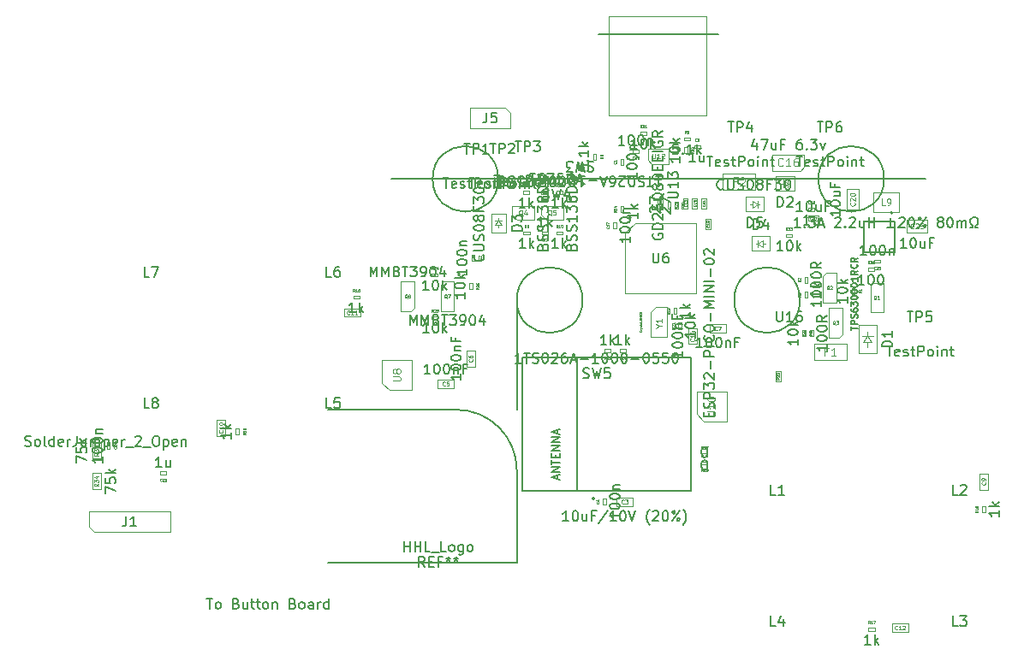
<source format=gbr>
G04 #@! TF.GenerationSoftware,KiCad,Pcbnew,7.0.6*
G04 #@! TF.CreationDate,2023-12-22T13:27:43-08:00*
G04 #@! TF.ProjectId,procon_gcc_main_pcb,70726f63-6f6e-45f6-9763-635f6d61696e,1*
G04 #@! TF.SameCoordinates,Original*
G04 #@! TF.FileFunction,AssemblyDrawing,Top*
%FSLAX46Y46*%
G04 Gerber Fmt 4.6, Leading zero omitted, Abs format (unit mm)*
G04 Created by KiCad (PCBNEW 7.0.6) date 2023-12-22 13:27:43*
%MOMM*%
%LPD*%
G01*
G04 APERTURE LIST*
%ADD10C,0.200000*%
%ADD11C,0.150000*%
%ADD12C,0.040000*%
%ADD13C,0.080000*%
%ADD14C,0.060000*%
%ADD15C,0.110000*%
%ADD16C,0.075000*%
%ADD17C,0.050000*%
%ADD18C,0.120000*%
%ADD19C,0.030000*%
%ADD20C,0.090000*%
%ADD21C,0.100000*%
%ADD22C,0.127000*%
G04 APERTURE END LIST*
D10*
X124562500Y-135100000D02*
G75*
G03*
X118562500Y-129100000I-6000000J0D01*
G01*
X164987500Y-106250000D02*
X112137500Y-106250000D01*
X122737500Y-106250000D02*
G75*
G03*
X122737500Y-106250000I-3250000J0D01*
G01*
X124562500Y-144250000D02*
X124562500Y-135100000D01*
X118562500Y-129100000D02*
X105912500Y-129100000D01*
X144487500Y-91948000D02*
X132637500Y-91948000D01*
X160887500Y-106250000D02*
G75*
G03*
X160887500Y-106250000I-3250000J0D01*
G01*
X131062500Y-118250000D02*
G75*
G03*
X131062500Y-118250000I-3250000J0D01*
G01*
X124562500Y-118250000D02*
X124562500Y-129100000D01*
X105912500Y-144250000D02*
X124562500Y-144250000D01*
X152562500Y-118250000D02*
G75*
G03*
X152562500Y-118250000I-3250000J0D01*
G01*
D11*
X89433333Y-134779819D02*
X88861905Y-134779819D01*
X89147619Y-134779819D02*
X89147619Y-133779819D01*
X89147619Y-133779819D02*
X89052381Y-133922676D01*
X89052381Y-133922676D02*
X88957143Y-134017914D01*
X88957143Y-134017914D02*
X88861905Y-134065533D01*
X90290476Y-134113152D02*
X90290476Y-134779819D01*
X89861905Y-134113152D02*
X89861905Y-134636961D01*
X89861905Y-134636961D02*
X89909524Y-134732200D01*
X89909524Y-134732200D02*
X90004762Y-134779819D01*
X90004762Y-134779819D02*
X90147619Y-134779819D01*
X90147619Y-134779819D02*
X90242857Y-134732200D01*
X90242857Y-134732200D02*
X90290476Y-134684580D01*
D12*
X89439285Y-136144765D02*
X89427381Y-136156670D01*
X89427381Y-136156670D02*
X89391666Y-136168574D01*
X89391666Y-136168574D02*
X89367857Y-136168574D01*
X89367857Y-136168574D02*
X89332143Y-136156670D01*
X89332143Y-136156670D02*
X89308333Y-136132860D01*
X89308333Y-136132860D02*
X89296428Y-136109050D01*
X89296428Y-136109050D02*
X89284524Y-136061431D01*
X89284524Y-136061431D02*
X89284524Y-136025717D01*
X89284524Y-136025717D02*
X89296428Y-135978098D01*
X89296428Y-135978098D02*
X89308333Y-135954289D01*
X89308333Y-135954289D02*
X89332143Y-135930479D01*
X89332143Y-135930479D02*
X89367857Y-135918574D01*
X89367857Y-135918574D02*
X89391666Y-135918574D01*
X89391666Y-135918574D02*
X89427381Y-135930479D01*
X89427381Y-135930479D02*
X89439285Y-135942384D01*
X89534524Y-135942384D02*
X89546428Y-135930479D01*
X89546428Y-135930479D02*
X89570238Y-135918574D01*
X89570238Y-135918574D02*
X89629762Y-135918574D01*
X89629762Y-135918574D02*
X89653571Y-135930479D01*
X89653571Y-135930479D02*
X89665476Y-135942384D01*
X89665476Y-135942384D02*
X89677381Y-135966193D01*
X89677381Y-135966193D02*
X89677381Y-135990003D01*
X89677381Y-135990003D02*
X89665476Y-136025717D01*
X89665476Y-136025717D02*
X89522619Y-136168574D01*
X89522619Y-136168574D02*
X89677381Y-136168574D01*
X89820238Y-136025717D02*
X89796428Y-136013812D01*
X89796428Y-136013812D02*
X89784523Y-136001908D01*
X89784523Y-136001908D02*
X89772619Y-135978098D01*
X89772619Y-135978098D02*
X89772619Y-135966193D01*
X89772619Y-135966193D02*
X89784523Y-135942384D01*
X89784523Y-135942384D02*
X89796428Y-135930479D01*
X89796428Y-135930479D02*
X89820238Y-135918574D01*
X89820238Y-135918574D02*
X89867857Y-135918574D01*
X89867857Y-135918574D02*
X89891666Y-135930479D01*
X89891666Y-135930479D02*
X89903571Y-135942384D01*
X89903571Y-135942384D02*
X89915476Y-135966193D01*
X89915476Y-135966193D02*
X89915476Y-135978098D01*
X89915476Y-135978098D02*
X89903571Y-136001908D01*
X89903571Y-136001908D02*
X89891666Y-136013812D01*
X89891666Y-136013812D02*
X89867857Y-136025717D01*
X89867857Y-136025717D02*
X89820238Y-136025717D01*
X89820238Y-136025717D02*
X89796428Y-136037622D01*
X89796428Y-136037622D02*
X89784523Y-136049527D01*
X89784523Y-136049527D02*
X89772619Y-136073336D01*
X89772619Y-136073336D02*
X89772619Y-136120955D01*
X89772619Y-136120955D02*
X89784523Y-136144765D01*
X89784523Y-136144765D02*
X89796428Y-136156670D01*
X89796428Y-136156670D02*
X89820238Y-136168574D01*
X89820238Y-136168574D02*
X89867857Y-136168574D01*
X89867857Y-136168574D02*
X89891666Y-136156670D01*
X89891666Y-136156670D02*
X89903571Y-136144765D01*
X89903571Y-136144765D02*
X89915476Y-136120955D01*
X89915476Y-136120955D02*
X89915476Y-136073336D01*
X89915476Y-136073336D02*
X89903571Y-136049527D01*
X89903571Y-136049527D02*
X89891666Y-136037622D01*
X89891666Y-136037622D02*
X89867857Y-136025717D01*
D11*
X163078571Y-113084819D02*
X162507143Y-113084819D01*
X162792857Y-113084819D02*
X162792857Y-112084819D01*
X162792857Y-112084819D02*
X162697619Y-112227676D01*
X162697619Y-112227676D02*
X162602381Y-112322914D01*
X162602381Y-112322914D02*
X162507143Y-112370533D01*
X163697619Y-112084819D02*
X163792857Y-112084819D01*
X163792857Y-112084819D02*
X163888095Y-112132438D01*
X163888095Y-112132438D02*
X163935714Y-112180057D01*
X163935714Y-112180057D02*
X163983333Y-112275295D01*
X163983333Y-112275295D02*
X164030952Y-112465771D01*
X164030952Y-112465771D02*
X164030952Y-112703866D01*
X164030952Y-112703866D02*
X163983333Y-112894342D01*
X163983333Y-112894342D02*
X163935714Y-112989580D01*
X163935714Y-112989580D02*
X163888095Y-113037200D01*
X163888095Y-113037200D02*
X163792857Y-113084819D01*
X163792857Y-113084819D02*
X163697619Y-113084819D01*
X163697619Y-113084819D02*
X163602381Y-113037200D01*
X163602381Y-113037200D02*
X163554762Y-112989580D01*
X163554762Y-112989580D02*
X163507143Y-112894342D01*
X163507143Y-112894342D02*
X163459524Y-112703866D01*
X163459524Y-112703866D02*
X163459524Y-112465771D01*
X163459524Y-112465771D02*
X163507143Y-112275295D01*
X163507143Y-112275295D02*
X163554762Y-112180057D01*
X163554762Y-112180057D02*
X163602381Y-112132438D01*
X163602381Y-112132438D02*
X163697619Y-112084819D01*
X164888095Y-112418152D02*
X164888095Y-113084819D01*
X164459524Y-112418152D02*
X164459524Y-112941961D01*
X164459524Y-112941961D02*
X164507143Y-113037200D01*
X164507143Y-113037200D02*
X164602381Y-113084819D01*
X164602381Y-113084819D02*
X164745238Y-113084819D01*
X164745238Y-113084819D02*
X164840476Y-113037200D01*
X164840476Y-113037200D02*
X164888095Y-112989580D01*
X165697619Y-112561009D02*
X165364286Y-112561009D01*
X165364286Y-113084819D02*
X165364286Y-112084819D01*
X165364286Y-112084819D02*
X165840476Y-112084819D01*
D13*
X163828571Y-111129530D02*
X163804762Y-111153340D01*
X163804762Y-111153340D02*
X163733333Y-111177149D01*
X163733333Y-111177149D02*
X163685714Y-111177149D01*
X163685714Y-111177149D02*
X163614286Y-111153340D01*
X163614286Y-111153340D02*
X163566667Y-111105720D01*
X163566667Y-111105720D02*
X163542857Y-111058101D01*
X163542857Y-111058101D02*
X163519048Y-110962863D01*
X163519048Y-110962863D02*
X163519048Y-110891435D01*
X163519048Y-110891435D02*
X163542857Y-110796197D01*
X163542857Y-110796197D02*
X163566667Y-110748578D01*
X163566667Y-110748578D02*
X163614286Y-110700959D01*
X163614286Y-110700959D02*
X163685714Y-110677149D01*
X163685714Y-110677149D02*
X163733333Y-110677149D01*
X163733333Y-110677149D02*
X163804762Y-110700959D01*
X163804762Y-110700959D02*
X163828571Y-110724768D01*
X164019048Y-110724768D02*
X164042857Y-110700959D01*
X164042857Y-110700959D02*
X164090476Y-110677149D01*
X164090476Y-110677149D02*
X164209524Y-110677149D01*
X164209524Y-110677149D02*
X164257143Y-110700959D01*
X164257143Y-110700959D02*
X164280952Y-110724768D01*
X164280952Y-110724768D02*
X164304762Y-110772387D01*
X164304762Y-110772387D02*
X164304762Y-110820006D01*
X164304762Y-110820006D02*
X164280952Y-110891435D01*
X164280952Y-110891435D02*
X163995238Y-111177149D01*
X163995238Y-111177149D02*
X164304762Y-111177149D01*
X164757142Y-110677149D02*
X164519047Y-110677149D01*
X164519047Y-110677149D02*
X164495238Y-110915244D01*
X164495238Y-110915244D02*
X164519047Y-110891435D01*
X164519047Y-110891435D02*
X164566666Y-110867625D01*
X164566666Y-110867625D02*
X164685714Y-110867625D01*
X164685714Y-110867625D02*
X164733333Y-110891435D01*
X164733333Y-110891435D02*
X164757142Y-110915244D01*
X164757142Y-110915244D02*
X164780952Y-110962863D01*
X164780952Y-110962863D02*
X164780952Y-111081911D01*
X164780952Y-111081911D02*
X164757142Y-111129530D01*
X164757142Y-111129530D02*
X164733333Y-111153340D01*
X164733333Y-111153340D02*
X164685714Y-111177149D01*
X164685714Y-111177149D02*
X164566666Y-111177149D01*
X164566666Y-111177149D02*
X164519047Y-111153340D01*
X164519047Y-111153340D02*
X164495238Y-111129530D01*
D11*
X125840662Y-105765819D02*
X126412090Y-105765819D01*
X126126376Y-106765819D02*
X126126376Y-105765819D01*
X126697805Y-106718200D02*
X126840662Y-106765819D01*
X126840662Y-106765819D02*
X127078757Y-106765819D01*
X127078757Y-106765819D02*
X127173995Y-106718200D01*
X127173995Y-106718200D02*
X127221614Y-106670580D01*
X127221614Y-106670580D02*
X127269233Y-106575342D01*
X127269233Y-106575342D02*
X127269233Y-106480104D01*
X127269233Y-106480104D02*
X127221614Y-106384866D01*
X127221614Y-106384866D02*
X127173995Y-106337247D01*
X127173995Y-106337247D02*
X127078757Y-106289628D01*
X127078757Y-106289628D02*
X126888281Y-106242009D01*
X126888281Y-106242009D02*
X126793043Y-106194390D01*
X126793043Y-106194390D02*
X126745424Y-106146771D01*
X126745424Y-106146771D02*
X126697805Y-106051533D01*
X126697805Y-106051533D02*
X126697805Y-105956295D01*
X126697805Y-105956295D02*
X126745424Y-105861057D01*
X126745424Y-105861057D02*
X126793043Y-105813438D01*
X126793043Y-105813438D02*
X126888281Y-105765819D01*
X126888281Y-105765819D02*
X127126376Y-105765819D01*
X127126376Y-105765819D02*
X127269233Y-105813438D01*
X127602567Y-105765819D02*
X128221614Y-105765819D01*
X128221614Y-105765819D02*
X127888281Y-106146771D01*
X127888281Y-106146771D02*
X128031138Y-106146771D01*
X128031138Y-106146771D02*
X128126376Y-106194390D01*
X128126376Y-106194390D02*
X128173995Y-106242009D01*
X128173995Y-106242009D02*
X128221614Y-106337247D01*
X128221614Y-106337247D02*
X128221614Y-106575342D01*
X128221614Y-106575342D02*
X128173995Y-106670580D01*
X128173995Y-106670580D02*
X128126376Y-106718200D01*
X128126376Y-106718200D02*
X128031138Y-106765819D01*
X128031138Y-106765819D02*
X127745424Y-106765819D01*
X127745424Y-106765819D02*
X127650186Y-106718200D01*
X127650186Y-106718200D02*
X127602567Y-106670580D01*
X129126376Y-105765819D02*
X128650186Y-105765819D01*
X128650186Y-105765819D02*
X128602567Y-106242009D01*
X128602567Y-106242009D02*
X128650186Y-106194390D01*
X128650186Y-106194390D02*
X128745424Y-106146771D01*
X128745424Y-106146771D02*
X128983519Y-106146771D01*
X128983519Y-106146771D02*
X129078757Y-106194390D01*
X129078757Y-106194390D02*
X129126376Y-106242009D01*
X129126376Y-106242009D02*
X129173995Y-106337247D01*
X129173995Y-106337247D02*
X129173995Y-106575342D01*
X129173995Y-106575342D02*
X129126376Y-106670580D01*
X129126376Y-106670580D02*
X129078757Y-106718200D01*
X129078757Y-106718200D02*
X128983519Y-106765819D01*
X128983519Y-106765819D02*
X128745424Y-106765819D01*
X128745424Y-106765819D02*
X128650186Y-106718200D01*
X128650186Y-106718200D02*
X128602567Y-106670580D01*
X130173995Y-106670580D02*
X130126376Y-106718200D01*
X130126376Y-106718200D02*
X129983519Y-106765819D01*
X129983519Y-106765819D02*
X129888281Y-106765819D01*
X129888281Y-106765819D02*
X129745424Y-106718200D01*
X129745424Y-106718200D02*
X129650186Y-106622961D01*
X129650186Y-106622961D02*
X129602567Y-106527723D01*
X129602567Y-106527723D02*
X129554948Y-106337247D01*
X129554948Y-106337247D02*
X129554948Y-106194390D01*
X129554948Y-106194390D02*
X129602567Y-106003914D01*
X129602567Y-106003914D02*
X129650186Y-105908676D01*
X129650186Y-105908676D02*
X129745424Y-105813438D01*
X129745424Y-105813438D02*
X129888281Y-105765819D01*
X129888281Y-105765819D02*
X129983519Y-105765819D01*
X129983519Y-105765819D02*
X130126376Y-105813438D01*
X130126376Y-105813438D02*
X130173995Y-105861057D01*
X130554948Y-106480104D02*
X131031138Y-106480104D01*
X130459710Y-106765819D02*
X130793043Y-105765819D01*
X130793043Y-105765819D02*
X131126376Y-106765819D01*
X127150186Y-108218200D02*
X127293043Y-108265819D01*
X127293043Y-108265819D02*
X127531138Y-108265819D01*
X127531138Y-108265819D02*
X127626376Y-108218200D01*
X127626376Y-108218200D02*
X127673995Y-108170580D01*
X127673995Y-108170580D02*
X127721614Y-108075342D01*
X127721614Y-108075342D02*
X127721614Y-107980104D01*
X127721614Y-107980104D02*
X127673995Y-107884866D01*
X127673995Y-107884866D02*
X127626376Y-107837247D01*
X127626376Y-107837247D02*
X127531138Y-107789628D01*
X127531138Y-107789628D02*
X127340662Y-107742009D01*
X127340662Y-107742009D02*
X127245424Y-107694390D01*
X127245424Y-107694390D02*
X127197805Y-107646771D01*
X127197805Y-107646771D02*
X127150186Y-107551533D01*
X127150186Y-107551533D02*
X127150186Y-107456295D01*
X127150186Y-107456295D02*
X127197805Y-107361057D01*
X127197805Y-107361057D02*
X127245424Y-107313438D01*
X127245424Y-107313438D02*
X127340662Y-107265819D01*
X127340662Y-107265819D02*
X127578757Y-107265819D01*
X127578757Y-107265819D02*
X127721614Y-107313438D01*
X128054948Y-107265819D02*
X128293043Y-108265819D01*
X128293043Y-108265819D02*
X128483519Y-107551533D01*
X128483519Y-107551533D02*
X128673995Y-108265819D01*
X128673995Y-108265819D02*
X128912091Y-107265819D01*
X129721614Y-107599152D02*
X129721614Y-108265819D01*
X129483519Y-107218200D02*
X129245424Y-107932485D01*
X129245424Y-107932485D02*
X129864471Y-107932485D01*
X154671419Y-117410466D02*
X154671419Y-117981894D01*
X154671419Y-117696180D02*
X153671419Y-117696180D01*
X153671419Y-117696180D02*
X153814276Y-117791418D01*
X153814276Y-117791418D02*
X153909514Y-117886656D01*
X153909514Y-117886656D02*
X153957133Y-117981894D01*
X153671419Y-116791418D02*
X153671419Y-116696180D01*
X153671419Y-116696180D02*
X153719038Y-116600942D01*
X153719038Y-116600942D02*
X153766657Y-116553323D01*
X153766657Y-116553323D02*
X153861895Y-116505704D01*
X153861895Y-116505704D02*
X154052371Y-116458085D01*
X154052371Y-116458085D02*
X154290466Y-116458085D01*
X154290466Y-116458085D02*
X154480942Y-116505704D01*
X154480942Y-116505704D02*
X154576180Y-116553323D01*
X154576180Y-116553323D02*
X154623800Y-116600942D01*
X154623800Y-116600942D02*
X154671419Y-116696180D01*
X154671419Y-116696180D02*
X154671419Y-116791418D01*
X154671419Y-116791418D02*
X154623800Y-116886656D01*
X154623800Y-116886656D02*
X154576180Y-116934275D01*
X154576180Y-116934275D02*
X154480942Y-116981894D01*
X154480942Y-116981894D02*
X154290466Y-117029513D01*
X154290466Y-117029513D02*
X154052371Y-117029513D01*
X154052371Y-117029513D02*
X153861895Y-116981894D01*
X153861895Y-116981894D02*
X153766657Y-116934275D01*
X153766657Y-116934275D02*
X153719038Y-116886656D01*
X153719038Y-116886656D02*
X153671419Y-116791418D01*
X153671419Y-115839037D02*
X153671419Y-115743799D01*
X153671419Y-115743799D02*
X153719038Y-115648561D01*
X153719038Y-115648561D02*
X153766657Y-115600942D01*
X153766657Y-115600942D02*
X153861895Y-115553323D01*
X153861895Y-115553323D02*
X154052371Y-115505704D01*
X154052371Y-115505704D02*
X154290466Y-115505704D01*
X154290466Y-115505704D02*
X154480942Y-115553323D01*
X154480942Y-115553323D02*
X154576180Y-115600942D01*
X154576180Y-115600942D02*
X154623800Y-115648561D01*
X154623800Y-115648561D02*
X154671419Y-115743799D01*
X154671419Y-115743799D02*
X154671419Y-115839037D01*
X154671419Y-115839037D02*
X154623800Y-115934275D01*
X154623800Y-115934275D02*
X154576180Y-115981894D01*
X154576180Y-115981894D02*
X154480942Y-116029513D01*
X154480942Y-116029513D02*
X154290466Y-116077132D01*
X154290466Y-116077132D02*
X154052371Y-116077132D01*
X154052371Y-116077132D02*
X153861895Y-116029513D01*
X153861895Y-116029513D02*
X153766657Y-115981894D01*
X153766657Y-115981894D02*
X153719038Y-115934275D01*
X153719038Y-115934275D02*
X153671419Y-115839037D01*
X154671419Y-114505704D02*
X154195228Y-114839037D01*
X154671419Y-115077132D02*
X153671419Y-115077132D01*
X153671419Y-115077132D02*
X153671419Y-114696180D01*
X153671419Y-114696180D02*
X153719038Y-114600942D01*
X153719038Y-114600942D02*
X153766657Y-114553323D01*
X153766657Y-114553323D02*
X153861895Y-114505704D01*
X153861895Y-114505704D02*
X154004752Y-114505704D01*
X154004752Y-114505704D02*
X154099990Y-114553323D01*
X154099990Y-114553323D02*
X154147609Y-114600942D01*
X154147609Y-114600942D02*
X154195228Y-114696180D01*
X154195228Y-114696180D02*
X154195228Y-115077132D01*
D12*
X152600174Y-116285466D02*
X152481127Y-116368799D01*
X152600174Y-116428323D02*
X152350174Y-116428323D01*
X152350174Y-116428323D02*
X152350174Y-116333085D01*
X152350174Y-116333085D02*
X152362079Y-116309275D01*
X152362079Y-116309275D02*
X152373984Y-116297370D01*
X152373984Y-116297370D02*
X152397793Y-116285466D01*
X152397793Y-116285466D02*
X152433508Y-116285466D01*
X152433508Y-116285466D02*
X152457317Y-116297370D01*
X152457317Y-116297370D02*
X152469222Y-116309275D01*
X152469222Y-116309275D02*
X152481127Y-116333085D01*
X152481127Y-116333085D02*
X152481127Y-116428323D01*
X152373984Y-116190227D02*
X152362079Y-116178323D01*
X152362079Y-116178323D02*
X152350174Y-116154513D01*
X152350174Y-116154513D02*
X152350174Y-116094989D01*
X152350174Y-116094989D02*
X152362079Y-116071180D01*
X152362079Y-116071180D02*
X152373984Y-116059275D01*
X152373984Y-116059275D02*
X152397793Y-116047370D01*
X152397793Y-116047370D02*
X152421603Y-116047370D01*
X152421603Y-116047370D02*
X152457317Y-116059275D01*
X152457317Y-116059275D02*
X152600174Y-116202132D01*
X152600174Y-116202132D02*
X152600174Y-116047370D01*
D11*
X137812957Y-109577598D02*
X137765338Y-109529979D01*
X137765338Y-109529979D02*
X137717719Y-109434741D01*
X137717719Y-109434741D02*
X137717719Y-109196646D01*
X137717719Y-109196646D02*
X137765338Y-109101408D01*
X137765338Y-109101408D02*
X137812957Y-109053789D01*
X137812957Y-109053789D02*
X137908195Y-109006170D01*
X137908195Y-109006170D02*
X138003433Y-109006170D01*
X138003433Y-109006170D02*
X138146290Y-109053789D01*
X138146290Y-109053789D02*
X138717719Y-109625217D01*
X138717719Y-109625217D02*
X138717719Y-109006170D01*
X137717719Y-108672836D02*
X137717719Y-108006170D01*
X137717719Y-108006170D02*
X138717719Y-108434741D01*
D12*
X140404674Y-109023808D02*
X140285627Y-109107141D01*
X140404674Y-109166665D02*
X140154674Y-109166665D01*
X140154674Y-109166665D02*
X140154674Y-109071427D01*
X140154674Y-109071427D02*
X140166579Y-109047617D01*
X140166579Y-109047617D02*
X140178484Y-109035712D01*
X140178484Y-109035712D02*
X140202293Y-109023808D01*
X140202293Y-109023808D02*
X140238008Y-109023808D01*
X140238008Y-109023808D02*
X140261817Y-109035712D01*
X140261817Y-109035712D02*
X140273722Y-109047617D01*
X140273722Y-109047617D02*
X140285627Y-109071427D01*
X140285627Y-109071427D02*
X140285627Y-109166665D01*
X140178484Y-108928569D02*
X140166579Y-108916665D01*
X140166579Y-108916665D02*
X140154674Y-108892855D01*
X140154674Y-108892855D02*
X140154674Y-108833331D01*
X140154674Y-108833331D02*
X140166579Y-108809522D01*
X140166579Y-108809522D02*
X140178484Y-108797617D01*
X140178484Y-108797617D02*
X140202293Y-108785712D01*
X140202293Y-108785712D02*
X140226103Y-108785712D01*
X140226103Y-108785712D02*
X140261817Y-108797617D01*
X140261817Y-108797617D02*
X140404674Y-108940474D01*
X140404674Y-108940474D02*
X140404674Y-108785712D01*
X140404674Y-108666665D02*
X140404674Y-108619046D01*
X140404674Y-108619046D02*
X140392770Y-108595236D01*
X140392770Y-108595236D02*
X140380865Y-108583332D01*
X140380865Y-108583332D02*
X140345150Y-108559522D01*
X140345150Y-108559522D02*
X140297531Y-108547617D01*
X140297531Y-108547617D02*
X140202293Y-108547617D01*
X140202293Y-108547617D02*
X140178484Y-108559522D01*
X140178484Y-108559522D02*
X140166579Y-108571427D01*
X140166579Y-108571427D02*
X140154674Y-108595236D01*
X140154674Y-108595236D02*
X140154674Y-108642855D01*
X140154674Y-108642855D02*
X140166579Y-108666665D01*
X140166579Y-108666665D02*
X140178484Y-108678570D01*
X140178484Y-108678570D02*
X140202293Y-108690474D01*
X140202293Y-108690474D02*
X140261817Y-108690474D01*
X140261817Y-108690474D02*
X140285627Y-108678570D01*
X140285627Y-108678570D02*
X140297531Y-108666665D01*
X140297531Y-108666665D02*
X140309436Y-108642855D01*
X140309436Y-108642855D02*
X140309436Y-108595236D01*
X140309436Y-108595236D02*
X140297531Y-108571427D01*
X140297531Y-108571427D02*
X140285627Y-108559522D01*
X140285627Y-108559522D02*
X140261817Y-108547617D01*
D11*
X144976190Y-107209580D02*
X144928571Y-107257200D01*
X144928571Y-107257200D02*
X144785714Y-107304819D01*
X144785714Y-107304819D02*
X144690476Y-107304819D01*
X144690476Y-107304819D02*
X144547619Y-107257200D01*
X144547619Y-107257200D02*
X144452381Y-107161961D01*
X144452381Y-107161961D02*
X144404762Y-107066723D01*
X144404762Y-107066723D02*
X144357143Y-106876247D01*
X144357143Y-106876247D02*
X144357143Y-106733390D01*
X144357143Y-106733390D02*
X144404762Y-106542914D01*
X144404762Y-106542914D02*
X144452381Y-106447676D01*
X144452381Y-106447676D02*
X144547619Y-106352438D01*
X144547619Y-106352438D02*
X144690476Y-106304819D01*
X144690476Y-106304819D02*
X144785714Y-106304819D01*
X144785714Y-106304819D02*
X144928571Y-106352438D01*
X144928571Y-106352438D02*
X144976190Y-106400057D01*
X145404762Y-106304819D02*
X145404762Y-107114342D01*
X145404762Y-107114342D02*
X145452381Y-107209580D01*
X145452381Y-107209580D02*
X145500000Y-107257200D01*
X145500000Y-107257200D02*
X145595238Y-107304819D01*
X145595238Y-107304819D02*
X145785714Y-107304819D01*
X145785714Y-107304819D02*
X145880952Y-107257200D01*
X145880952Y-107257200D02*
X145928571Y-107209580D01*
X145928571Y-107209580D02*
X145976190Y-107114342D01*
X145976190Y-107114342D02*
X145976190Y-106304819D01*
X146404762Y-107257200D02*
X146547619Y-107304819D01*
X146547619Y-107304819D02*
X146785714Y-107304819D01*
X146785714Y-107304819D02*
X146880952Y-107257200D01*
X146880952Y-107257200D02*
X146928571Y-107209580D01*
X146928571Y-107209580D02*
X146976190Y-107114342D01*
X146976190Y-107114342D02*
X146976190Y-107019104D01*
X146976190Y-107019104D02*
X146928571Y-106923866D01*
X146928571Y-106923866D02*
X146880952Y-106876247D01*
X146880952Y-106876247D02*
X146785714Y-106828628D01*
X146785714Y-106828628D02*
X146595238Y-106781009D01*
X146595238Y-106781009D02*
X146500000Y-106733390D01*
X146500000Y-106733390D02*
X146452381Y-106685771D01*
X146452381Y-106685771D02*
X146404762Y-106590533D01*
X146404762Y-106590533D02*
X146404762Y-106495295D01*
X146404762Y-106495295D02*
X146452381Y-106400057D01*
X146452381Y-106400057D02*
X146500000Y-106352438D01*
X146500000Y-106352438D02*
X146595238Y-106304819D01*
X146595238Y-106304819D02*
X146833333Y-106304819D01*
X146833333Y-106304819D02*
X146976190Y-106352438D01*
X147595238Y-106304819D02*
X147690476Y-106304819D01*
X147690476Y-106304819D02*
X147785714Y-106352438D01*
X147785714Y-106352438D02*
X147833333Y-106400057D01*
X147833333Y-106400057D02*
X147880952Y-106495295D01*
X147880952Y-106495295D02*
X147928571Y-106685771D01*
X147928571Y-106685771D02*
X147928571Y-106923866D01*
X147928571Y-106923866D02*
X147880952Y-107114342D01*
X147880952Y-107114342D02*
X147833333Y-107209580D01*
X147833333Y-107209580D02*
X147785714Y-107257200D01*
X147785714Y-107257200D02*
X147690476Y-107304819D01*
X147690476Y-107304819D02*
X147595238Y-107304819D01*
X147595238Y-107304819D02*
X147500000Y-107257200D01*
X147500000Y-107257200D02*
X147452381Y-107209580D01*
X147452381Y-107209580D02*
X147404762Y-107114342D01*
X147404762Y-107114342D02*
X147357143Y-106923866D01*
X147357143Y-106923866D02*
X147357143Y-106685771D01*
X147357143Y-106685771D02*
X147404762Y-106495295D01*
X147404762Y-106495295D02*
X147452381Y-106400057D01*
X147452381Y-106400057D02*
X147500000Y-106352438D01*
X147500000Y-106352438D02*
X147595238Y-106304819D01*
X148500000Y-106733390D02*
X148404762Y-106685771D01*
X148404762Y-106685771D02*
X148357143Y-106638152D01*
X148357143Y-106638152D02*
X148309524Y-106542914D01*
X148309524Y-106542914D02*
X148309524Y-106495295D01*
X148309524Y-106495295D02*
X148357143Y-106400057D01*
X148357143Y-106400057D02*
X148404762Y-106352438D01*
X148404762Y-106352438D02*
X148500000Y-106304819D01*
X148500000Y-106304819D02*
X148690476Y-106304819D01*
X148690476Y-106304819D02*
X148785714Y-106352438D01*
X148785714Y-106352438D02*
X148833333Y-106400057D01*
X148833333Y-106400057D02*
X148880952Y-106495295D01*
X148880952Y-106495295D02*
X148880952Y-106542914D01*
X148880952Y-106542914D02*
X148833333Y-106638152D01*
X148833333Y-106638152D02*
X148785714Y-106685771D01*
X148785714Y-106685771D02*
X148690476Y-106733390D01*
X148690476Y-106733390D02*
X148500000Y-106733390D01*
X148500000Y-106733390D02*
X148404762Y-106781009D01*
X148404762Y-106781009D02*
X148357143Y-106828628D01*
X148357143Y-106828628D02*
X148309524Y-106923866D01*
X148309524Y-106923866D02*
X148309524Y-107114342D01*
X148309524Y-107114342D02*
X148357143Y-107209580D01*
X148357143Y-107209580D02*
X148404762Y-107257200D01*
X148404762Y-107257200D02*
X148500000Y-107304819D01*
X148500000Y-107304819D02*
X148690476Y-107304819D01*
X148690476Y-107304819D02*
X148785714Y-107257200D01*
X148785714Y-107257200D02*
X148833333Y-107209580D01*
X148833333Y-107209580D02*
X148880952Y-107114342D01*
X148880952Y-107114342D02*
X148880952Y-106923866D01*
X148880952Y-106923866D02*
X148833333Y-106828628D01*
X148833333Y-106828628D02*
X148785714Y-106781009D01*
X148785714Y-106781009D02*
X148690476Y-106733390D01*
X149642857Y-106781009D02*
X149309524Y-106781009D01*
X149309524Y-107304819D02*
X149309524Y-106304819D01*
X149309524Y-106304819D02*
X149785714Y-106304819D01*
X150071429Y-106304819D02*
X150690476Y-106304819D01*
X150690476Y-106304819D02*
X150357143Y-106685771D01*
X150357143Y-106685771D02*
X150500000Y-106685771D01*
X150500000Y-106685771D02*
X150595238Y-106733390D01*
X150595238Y-106733390D02*
X150642857Y-106781009D01*
X150642857Y-106781009D02*
X150690476Y-106876247D01*
X150690476Y-106876247D02*
X150690476Y-107114342D01*
X150690476Y-107114342D02*
X150642857Y-107209580D01*
X150642857Y-107209580D02*
X150595238Y-107257200D01*
X150595238Y-107257200D02*
X150500000Y-107304819D01*
X150500000Y-107304819D02*
X150214286Y-107304819D01*
X150214286Y-107304819D02*
X150119048Y-107257200D01*
X150119048Y-107257200D02*
X150071429Y-107209580D01*
X151309524Y-106304819D02*
X151404762Y-106304819D01*
X151404762Y-106304819D02*
X151500000Y-106352438D01*
X151500000Y-106352438D02*
X151547619Y-106400057D01*
X151547619Y-106400057D02*
X151595238Y-106495295D01*
X151595238Y-106495295D02*
X151642857Y-106685771D01*
X151642857Y-106685771D02*
X151642857Y-106923866D01*
X151642857Y-106923866D02*
X151595238Y-107114342D01*
X151595238Y-107114342D02*
X151547619Y-107209580D01*
X151547619Y-107209580D02*
X151500000Y-107257200D01*
X151500000Y-107257200D02*
X151404762Y-107304819D01*
X151404762Y-107304819D02*
X151309524Y-107304819D01*
X151309524Y-107304819D02*
X151214286Y-107257200D01*
X151214286Y-107257200D02*
X151166667Y-107209580D01*
X151166667Y-107209580D02*
X151119048Y-107114342D01*
X151119048Y-107114342D02*
X151071429Y-106923866D01*
X151071429Y-106923866D02*
X151071429Y-106685771D01*
X151071429Y-106685771D02*
X151119048Y-106495295D01*
X151119048Y-106495295D02*
X151166667Y-106400057D01*
X151166667Y-106400057D02*
X151214286Y-106352438D01*
X151214286Y-106352438D02*
X151309524Y-106304819D01*
X147361905Y-111054819D02*
X147361905Y-110054819D01*
X147361905Y-110054819D02*
X147600000Y-110054819D01*
X147600000Y-110054819D02*
X147742857Y-110102438D01*
X147742857Y-110102438D02*
X147838095Y-110197676D01*
X147838095Y-110197676D02*
X147885714Y-110292914D01*
X147885714Y-110292914D02*
X147933333Y-110483390D01*
X147933333Y-110483390D02*
X147933333Y-110626247D01*
X147933333Y-110626247D02*
X147885714Y-110816723D01*
X147885714Y-110816723D02*
X147838095Y-110911961D01*
X147838095Y-110911961D02*
X147742857Y-111007200D01*
X147742857Y-111007200D02*
X147600000Y-111054819D01*
X147600000Y-111054819D02*
X147361905Y-111054819D01*
X148838095Y-110054819D02*
X148361905Y-110054819D01*
X148361905Y-110054819D02*
X148314286Y-110531009D01*
X148314286Y-110531009D02*
X148361905Y-110483390D01*
X148361905Y-110483390D02*
X148457143Y-110435771D01*
X148457143Y-110435771D02*
X148695238Y-110435771D01*
X148695238Y-110435771D02*
X148790476Y-110483390D01*
X148790476Y-110483390D02*
X148838095Y-110531009D01*
X148838095Y-110531009D02*
X148885714Y-110626247D01*
X148885714Y-110626247D02*
X148885714Y-110864342D01*
X148885714Y-110864342D02*
X148838095Y-110959580D01*
X148838095Y-110959580D02*
X148790476Y-111007200D01*
X148790476Y-111007200D02*
X148695238Y-111054819D01*
X148695238Y-111054819D02*
X148457143Y-111054819D01*
X148457143Y-111054819D02*
X148361905Y-111007200D01*
X148361905Y-111007200D02*
X148314286Y-110959580D01*
X168169533Y-137532819D02*
X167693343Y-137532819D01*
X167693343Y-137532819D02*
X167693343Y-136532819D01*
X168455248Y-136628057D02*
X168502867Y-136580438D01*
X168502867Y-136580438D02*
X168598105Y-136532819D01*
X168598105Y-136532819D02*
X168836200Y-136532819D01*
X168836200Y-136532819D02*
X168931438Y-136580438D01*
X168931438Y-136580438D02*
X168979057Y-136628057D01*
X168979057Y-136628057D02*
X169026676Y-136723295D01*
X169026676Y-136723295D02*
X169026676Y-136818533D01*
X169026676Y-136818533D02*
X168979057Y-136961390D01*
X168979057Y-136961390D02*
X168407629Y-137532819D01*
X168407629Y-137532819D02*
X169026676Y-137532819D01*
X161692019Y-122864094D02*
X160692019Y-122864094D01*
X160692019Y-122864094D02*
X160692019Y-122625999D01*
X160692019Y-122625999D02*
X160739638Y-122483142D01*
X160739638Y-122483142D02*
X160834876Y-122387904D01*
X160834876Y-122387904D02*
X160930114Y-122340285D01*
X160930114Y-122340285D02*
X161120590Y-122292666D01*
X161120590Y-122292666D02*
X161263447Y-122292666D01*
X161263447Y-122292666D02*
X161453923Y-122340285D01*
X161453923Y-122340285D02*
X161549161Y-122387904D01*
X161549161Y-122387904D02*
X161644400Y-122483142D01*
X161644400Y-122483142D02*
X161692019Y-122625999D01*
X161692019Y-122625999D02*
X161692019Y-122864094D01*
X161692019Y-121340285D02*
X161692019Y-121911713D01*
X161692019Y-121625999D02*
X160692019Y-121625999D01*
X160692019Y-121625999D02*
X160834876Y-121721237D01*
X160834876Y-121721237D02*
X160930114Y-121816475D01*
X160930114Y-121816475D02*
X160977733Y-121911713D01*
X119043508Y-125581374D02*
X119043508Y-126152802D01*
X119043508Y-125867088D02*
X118043508Y-125867088D01*
X118043508Y-125867088D02*
X118186365Y-125962326D01*
X118186365Y-125962326D02*
X118281603Y-126057564D01*
X118281603Y-126057564D02*
X118329222Y-126152802D01*
X118043508Y-124962326D02*
X118043508Y-124867088D01*
X118043508Y-124867088D02*
X118091127Y-124771850D01*
X118091127Y-124771850D02*
X118138746Y-124724231D01*
X118138746Y-124724231D02*
X118233984Y-124676612D01*
X118233984Y-124676612D02*
X118424460Y-124628993D01*
X118424460Y-124628993D02*
X118662555Y-124628993D01*
X118662555Y-124628993D02*
X118853031Y-124676612D01*
X118853031Y-124676612D02*
X118948269Y-124724231D01*
X118948269Y-124724231D02*
X118995889Y-124771850D01*
X118995889Y-124771850D02*
X119043508Y-124867088D01*
X119043508Y-124867088D02*
X119043508Y-124962326D01*
X119043508Y-124962326D02*
X118995889Y-125057564D01*
X118995889Y-125057564D02*
X118948269Y-125105183D01*
X118948269Y-125105183D02*
X118853031Y-125152802D01*
X118853031Y-125152802D02*
X118662555Y-125200421D01*
X118662555Y-125200421D02*
X118424460Y-125200421D01*
X118424460Y-125200421D02*
X118233984Y-125152802D01*
X118233984Y-125152802D02*
X118138746Y-125105183D01*
X118138746Y-125105183D02*
X118091127Y-125057564D01*
X118091127Y-125057564D02*
X118043508Y-124962326D01*
X118043508Y-124009945D02*
X118043508Y-123914707D01*
X118043508Y-123914707D02*
X118091127Y-123819469D01*
X118091127Y-123819469D02*
X118138746Y-123771850D01*
X118138746Y-123771850D02*
X118233984Y-123724231D01*
X118233984Y-123724231D02*
X118424460Y-123676612D01*
X118424460Y-123676612D02*
X118662555Y-123676612D01*
X118662555Y-123676612D02*
X118853031Y-123724231D01*
X118853031Y-123724231D02*
X118948269Y-123771850D01*
X118948269Y-123771850D02*
X118995889Y-123819469D01*
X118995889Y-123819469D02*
X119043508Y-123914707D01*
X119043508Y-123914707D02*
X119043508Y-124009945D01*
X119043508Y-124009945D02*
X118995889Y-124105183D01*
X118995889Y-124105183D02*
X118948269Y-124152802D01*
X118948269Y-124152802D02*
X118853031Y-124200421D01*
X118853031Y-124200421D02*
X118662555Y-124248040D01*
X118662555Y-124248040D02*
X118424460Y-124248040D01*
X118424460Y-124248040D02*
X118233984Y-124200421D01*
X118233984Y-124200421D02*
X118138746Y-124152802D01*
X118138746Y-124152802D02*
X118091127Y-124105183D01*
X118091127Y-124105183D02*
X118043508Y-124009945D01*
X118376841Y-123248040D02*
X119043508Y-123248040D01*
X118472079Y-123248040D02*
X118424460Y-123200421D01*
X118424460Y-123200421D02*
X118376841Y-123105183D01*
X118376841Y-123105183D02*
X118376841Y-122962326D01*
X118376841Y-122962326D02*
X118424460Y-122867088D01*
X118424460Y-122867088D02*
X118519698Y-122819469D01*
X118519698Y-122819469D02*
X119043508Y-122819469D01*
X118519698Y-122009945D02*
X118519698Y-122343278D01*
X119043508Y-122343278D02*
X118043508Y-122343278D01*
X118043508Y-122343278D02*
X118043508Y-121867088D01*
D14*
X120162521Y-124100421D02*
X120181569Y-124119469D01*
X120181569Y-124119469D02*
X120200616Y-124176611D01*
X120200616Y-124176611D02*
X120200616Y-124214707D01*
X120200616Y-124214707D02*
X120181569Y-124271850D01*
X120181569Y-124271850D02*
X120143473Y-124309945D01*
X120143473Y-124309945D02*
X120105378Y-124328992D01*
X120105378Y-124328992D02*
X120029188Y-124348040D01*
X120029188Y-124348040D02*
X119972045Y-124348040D01*
X119972045Y-124348040D02*
X119895854Y-124328992D01*
X119895854Y-124328992D02*
X119857759Y-124309945D01*
X119857759Y-124309945D02*
X119819664Y-124271850D01*
X119819664Y-124271850D02*
X119800616Y-124214707D01*
X119800616Y-124214707D02*
X119800616Y-124176611D01*
X119800616Y-124176611D02*
X119819664Y-124119469D01*
X119819664Y-124119469D02*
X119838711Y-124100421D01*
X119800616Y-123757564D02*
X119800616Y-123833754D01*
X119800616Y-123833754D02*
X119819664Y-123871850D01*
X119819664Y-123871850D02*
X119838711Y-123890897D01*
X119838711Y-123890897D02*
X119895854Y-123928992D01*
X119895854Y-123928992D02*
X119972045Y-123948040D01*
X119972045Y-123948040D02*
X120124426Y-123948040D01*
X120124426Y-123948040D02*
X120162521Y-123928992D01*
X120162521Y-123928992D02*
X120181569Y-123909945D01*
X120181569Y-123909945D02*
X120200616Y-123871850D01*
X120200616Y-123871850D02*
X120200616Y-123795659D01*
X120200616Y-123795659D02*
X120181569Y-123757564D01*
X120181569Y-123757564D02*
X120162521Y-123738516D01*
X120162521Y-123738516D02*
X120124426Y-123719469D01*
X120124426Y-123719469D02*
X120029188Y-123719469D01*
X120029188Y-123719469D02*
X119991092Y-123738516D01*
X119991092Y-123738516D02*
X119972045Y-123757564D01*
X119972045Y-123757564D02*
X119952997Y-123795659D01*
X119952997Y-123795659D02*
X119952997Y-123871850D01*
X119952997Y-123871850D02*
X119972045Y-123909945D01*
X119972045Y-123909945D02*
X119991092Y-123928992D01*
X119991092Y-123928992D02*
X120029188Y-123948040D01*
D11*
X155230219Y-122683066D02*
X155230219Y-123254494D01*
X155230219Y-122968780D02*
X154230219Y-122968780D01*
X154230219Y-122968780D02*
X154373076Y-123064018D01*
X154373076Y-123064018D02*
X154468314Y-123159256D01*
X154468314Y-123159256D02*
X154515933Y-123254494D01*
X154230219Y-122064018D02*
X154230219Y-121968780D01*
X154230219Y-121968780D02*
X154277838Y-121873542D01*
X154277838Y-121873542D02*
X154325457Y-121825923D01*
X154325457Y-121825923D02*
X154420695Y-121778304D01*
X154420695Y-121778304D02*
X154611171Y-121730685D01*
X154611171Y-121730685D02*
X154849266Y-121730685D01*
X154849266Y-121730685D02*
X155039742Y-121778304D01*
X155039742Y-121778304D02*
X155134980Y-121825923D01*
X155134980Y-121825923D02*
X155182600Y-121873542D01*
X155182600Y-121873542D02*
X155230219Y-121968780D01*
X155230219Y-121968780D02*
X155230219Y-122064018D01*
X155230219Y-122064018D02*
X155182600Y-122159256D01*
X155182600Y-122159256D02*
X155134980Y-122206875D01*
X155134980Y-122206875D02*
X155039742Y-122254494D01*
X155039742Y-122254494D02*
X154849266Y-122302113D01*
X154849266Y-122302113D02*
X154611171Y-122302113D01*
X154611171Y-122302113D02*
X154420695Y-122254494D01*
X154420695Y-122254494D02*
X154325457Y-122206875D01*
X154325457Y-122206875D02*
X154277838Y-122159256D01*
X154277838Y-122159256D02*
X154230219Y-122064018D01*
X154230219Y-121111637D02*
X154230219Y-121016399D01*
X154230219Y-121016399D02*
X154277838Y-120921161D01*
X154277838Y-120921161D02*
X154325457Y-120873542D01*
X154325457Y-120873542D02*
X154420695Y-120825923D01*
X154420695Y-120825923D02*
X154611171Y-120778304D01*
X154611171Y-120778304D02*
X154849266Y-120778304D01*
X154849266Y-120778304D02*
X155039742Y-120825923D01*
X155039742Y-120825923D02*
X155134980Y-120873542D01*
X155134980Y-120873542D02*
X155182600Y-120921161D01*
X155182600Y-120921161D02*
X155230219Y-121016399D01*
X155230219Y-121016399D02*
X155230219Y-121111637D01*
X155230219Y-121111637D02*
X155182600Y-121206875D01*
X155182600Y-121206875D02*
X155134980Y-121254494D01*
X155134980Y-121254494D02*
X155039742Y-121302113D01*
X155039742Y-121302113D02*
X154849266Y-121349732D01*
X154849266Y-121349732D02*
X154611171Y-121349732D01*
X154611171Y-121349732D02*
X154420695Y-121302113D01*
X154420695Y-121302113D02*
X154325457Y-121254494D01*
X154325457Y-121254494D02*
X154277838Y-121206875D01*
X154277838Y-121206875D02*
X154230219Y-121111637D01*
X155230219Y-119778304D02*
X154754028Y-120111637D01*
X155230219Y-120349732D02*
X154230219Y-120349732D01*
X154230219Y-120349732D02*
X154230219Y-119968780D01*
X154230219Y-119968780D02*
X154277838Y-119873542D01*
X154277838Y-119873542D02*
X154325457Y-119825923D01*
X154325457Y-119825923D02*
X154420695Y-119778304D01*
X154420695Y-119778304D02*
X154563552Y-119778304D01*
X154563552Y-119778304D02*
X154658790Y-119825923D01*
X154658790Y-119825923D02*
X154706409Y-119873542D01*
X154706409Y-119873542D02*
X154754028Y-119968780D01*
X154754028Y-119968780D02*
X154754028Y-120349732D01*
D12*
X153158974Y-121558066D02*
X153039927Y-121641399D01*
X153158974Y-121700923D02*
X152908974Y-121700923D01*
X152908974Y-121700923D02*
X152908974Y-121605685D01*
X152908974Y-121605685D02*
X152920879Y-121581875D01*
X152920879Y-121581875D02*
X152932784Y-121569970D01*
X152932784Y-121569970D02*
X152956593Y-121558066D01*
X152956593Y-121558066D02*
X152992308Y-121558066D01*
X152992308Y-121558066D02*
X153016117Y-121569970D01*
X153016117Y-121569970D02*
X153028022Y-121581875D01*
X153028022Y-121581875D02*
X153039927Y-121605685D01*
X153039927Y-121605685D02*
X153039927Y-121700923D01*
X152992308Y-121343780D02*
X153158974Y-121343780D01*
X152897070Y-121403304D02*
X153075641Y-121462827D01*
X153075641Y-121462827D02*
X153075641Y-121308066D01*
D11*
X152804971Y-109457819D02*
X152233543Y-109457819D01*
X152519257Y-109457819D02*
X152519257Y-108457819D01*
X152519257Y-108457819D02*
X152424019Y-108600676D01*
X152424019Y-108600676D02*
X152328781Y-108695914D01*
X152328781Y-108695914D02*
X152233543Y-108743533D01*
X153424019Y-108457819D02*
X153519257Y-108457819D01*
X153519257Y-108457819D02*
X153614495Y-108505438D01*
X153614495Y-108505438D02*
X153662114Y-108553057D01*
X153662114Y-108553057D02*
X153709733Y-108648295D01*
X153709733Y-108648295D02*
X153757352Y-108838771D01*
X153757352Y-108838771D02*
X153757352Y-109076866D01*
X153757352Y-109076866D02*
X153709733Y-109267342D01*
X153709733Y-109267342D02*
X153662114Y-109362580D01*
X153662114Y-109362580D02*
X153614495Y-109410200D01*
X153614495Y-109410200D02*
X153519257Y-109457819D01*
X153519257Y-109457819D02*
X153424019Y-109457819D01*
X153424019Y-109457819D02*
X153328781Y-109410200D01*
X153328781Y-109410200D02*
X153281162Y-109362580D01*
X153281162Y-109362580D02*
X153233543Y-109267342D01*
X153233543Y-109267342D02*
X153185924Y-109076866D01*
X153185924Y-109076866D02*
X153185924Y-108838771D01*
X153185924Y-108838771D02*
X153233543Y-108648295D01*
X153233543Y-108648295D02*
X153281162Y-108553057D01*
X153281162Y-108553057D02*
X153328781Y-108505438D01*
X153328781Y-108505438D02*
X153424019Y-108457819D01*
X154614495Y-108791152D02*
X154614495Y-109457819D01*
X154185924Y-108791152D02*
X154185924Y-109314961D01*
X154185924Y-109314961D02*
X154233543Y-109410200D01*
X154233543Y-109410200D02*
X154328781Y-109457819D01*
X154328781Y-109457819D02*
X154471638Y-109457819D01*
X154471638Y-109457819D02*
X154566876Y-109410200D01*
X154566876Y-109410200D02*
X154614495Y-109362580D01*
X155424019Y-108934009D02*
X155090686Y-108934009D01*
X155090686Y-109457819D02*
X155090686Y-108457819D01*
X155090686Y-108457819D02*
X155566876Y-108457819D01*
D12*
X153715685Y-110252765D02*
X153703781Y-110264670D01*
X153703781Y-110264670D02*
X153668066Y-110276574D01*
X153668066Y-110276574D02*
X153644257Y-110276574D01*
X153644257Y-110276574D02*
X153608543Y-110264670D01*
X153608543Y-110264670D02*
X153584733Y-110240860D01*
X153584733Y-110240860D02*
X153572828Y-110217050D01*
X153572828Y-110217050D02*
X153560924Y-110169431D01*
X153560924Y-110169431D02*
X153560924Y-110133717D01*
X153560924Y-110133717D02*
X153572828Y-110086098D01*
X153572828Y-110086098D02*
X153584733Y-110062289D01*
X153584733Y-110062289D02*
X153608543Y-110038479D01*
X153608543Y-110038479D02*
X153644257Y-110026574D01*
X153644257Y-110026574D02*
X153668066Y-110026574D01*
X153668066Y-110026574D02*
X153703781Y-110038479D01*
X153703781Y-110038479D02*
X153715685Y-110050384D01*
X153810924Y-110050384D02*
X153822828Y-110038479D01*
X153822828Y-110038479D02*
X153846638Y-110026574D01*
X153846638Y-110026574D02*
X153906162Y-110026574D01*
X153906162Y-110026574D02*
X153929971Y-110038479D01*
X153929971Y-110038479D02*
X153941876Y-110050384D01*
X153941876Y-110050384D02*
X153953781Y-110074193D01*
X153953781Y-110074193D02*
X153953781Y-110098003D01*
X153953781Y-110098003D02*
X153941876Y-110133717D01*
X153941876Y-110133717D02*
X153799019Y-110276574D01*
X153799019Y-110276574D02*
X153953781Y-110276574D01*
X154037114Y-110026574D02*
X154203780Y-110026574D01*
X154203780Y-110026574D02*
X154096638Y-110276574D01*
D11*
X172244442Y-139087524D02*
X172244442Y-139658952D01*
X172244442Y-139373238D02*
X171244442Y-139373238D01*
X171244442Y-139373238D02*
X171387299Y-139468476D01*
X171387299Y-139468476D02*
X171482537Y-139563714D01*
X171482537Y-139563714D02*
X171530156Y-139658952D01*
X172244442Y-138658952D02*
X171244442Y-138658952D01*
X171863489Y-138563714D02*
X172244442Y-138278000D01*
X171577775Y-138278000D02*
X171958727Y-138658952D01*
D12*
X170173197Y-139129191D02*
X170054150Y-139212524D01*
X170173197Y-139272048D02*
X169923197Y-139272048D01*
X169923197Y-139272048D02*
X169923197Y-139176810D01*
X169923197Y-139176810D02*
X169935102Y-139153000D01*
X169935102Y-139153000D02*
X169947007Y-139141095D01*
X169947007Y-139141095D02*
X169970816Y-139129191D01*
X169970816Y-139129191D02*
X170006531Y-139129191D01*
X170006531Y-139129191D02*
X170030340Y-139141095D01*
X170030340Y-139141095D02*
X170042245Y-139153000D01*
X170042245Y-139153000D02*
X170054150Y-139176810D01*
X170054150Y-139176810D02*
X170054150Y-139272048D01*
X170173197Y-138891095D02*
X170173197Y-139033952D01*
X170173197Y-138962524D02*
X169923197Y-138962524D01*
X169923197Y-138962524D02*
X169958912Y-138986333D01*
X169958912Y-138986333D02*
X169982721Y-139010143D01*
X169982721Y-139010143D02*
X169994626Y-139033952D01*
X170030340Y-138748238D02*
X170018435Y-138772048D01*
X170018435Y-138772048D02*
X170006531Y-138783953D01*
X170006531Y-138783953D02*
X169982721Y-138795857D01*
X169982721Y-138795857D02*
X169970816Y-138795857D01*
X169970816Y-138795857D02*
X169947007Y-138783953D01*
X169947007Y-138783953D02*
X169935102Y-138772048D01*
X169935102Y-138772048D02*
X169923197Y-138748238D01*
X169923197Y-138748238D02*
X169923197Y-138700619D01*
X169923197Y-138700619D02*
X169935102Y-138676810D01*
X169935102Y-138676810D02*
X169947007Y-138664905D01*
X169947007Y-138664905D02*
X169970816Y-138653000D01*
X169970816Y-138653000D02*
X169982721Y-138653000D01*
X169982721Y-138653000D02*
X170006531Y-138664905D01*
X170006531Y-138664905D02*
X170018435Y-138676810D01*
X170018435Y-138676810D02*
X170030340Y-138700619D01*
X170030340Y-138700619D02*
X170030340Y-138748238D01*
X170030340Y-138748238D02*
X170042245Y-138772048D01*
X170042245Y-138772048D02*
X170054150Y-138783953D01*
X170054150Y-138783953D02*
X170077959Y-138795857D01*
X170077959Y-138795857D02*
X170125578Y-138795857D01*
X170125578Y-138795857D02*
X170149388Y-138783953D01*
X170149388Y-138783953D02*
X170161293Y-138772048D01*
X170161293Y-138772048D02*
X170173197Y-138748238D01*
X170173197Y-138748238D02*
X170173197Y-138700619D01*
X170173197Y-138700619D02*
X170161293Y-138676810D01*
X170161293Y-138676810D02*
X170149388Y-138664905D01*
X170149388Y-138664905D02*
X170125578Y-138653000D01*
X170125578Y-138653000D02*
X170077959Y-138653000D01*
X170077959Y-138653000D02*
X170054150Y-138664905D01*
X170054150Y-138664905D02*
X170042245Y-138676810D01*
X170042245Y-138676810D02*
X170030340Y-138700619D01*
D15*
X112316444Y-126250628D02*
X112923587Y-126250628D01*
X112923587Y-126250628D02*
X112995015Y-126214914D01*
X112995015Y-126214914D02*
X113030730Y-126179200D01*
X113030730Y-126179200D02*
X113066444Y-126107771D01*
X113066444Y-126107771D02*
X113066444Y-125964914D01*
X113066444Y-125964914D02*
X113030730Y-125893485D01*
X113030730Y-125893485D02*
X112995015Y-125857771D01*
X112995015Y-125857771D02*
X112923587Y-125822057D01*
X112923587Y-125822057D02*
X112316444Y-125822057D01*
X112637872Y-125357771D02*
X112602158Y-125429200D01*
X112602158Y-125429200D02*
X112566444Y-125464914D01*
X112566444Y-125464914D02*
X112495015Y-125500628D01*
X112495015Y-125500628D02*
X112459301Y-125500628D01*
X112459301Y-125500628D02*
X112387872Y-125464914D01*
X112387872Y-125464914D02*
X112352158Y-125429200D01*
X112352158Y-125429200D02*
X112316444Y-125357771D01*
X112316444Y-125357771D02*
X112316444Y-125214914D01*
X112316444Y-125214914D02*
X112352158Y-125143486D01*
X112352158Y-125143486D02*
X112387872Y-125107771D01*
X112387872Y-125107771D02*
X112459301Y-125072057D01*
X112459301Y-125072057D02*
X112495015Y-125072057D01*
X112495015Y-125072057D02*
X112566444Y-125107771D01*
X112566444Y-125107771D02*
X112602158Y-125143486D01*
X112602158Y-125143486D02*
X112637872Y-125214914D01*
X112637872Y-125214914D02*
X112637872Y-125357771D01*
X112637872Y-125357771D02*
X112673587Y-125429200D01*
X112673587Y-125429200D02*
X112709301Y-125464914D01*
X112709301Y-125464914D02*
X112780730Y-125500628D01*
X112780730Y-125500628D02*
X112923587Y-125500628D01*
X112923587Y-125500628D02*
X112995015Y-125464914D01*
X112995015Y-125464914D02*
X113030730Y-125429200D01*
X113030730Y-125429200D02*
X113066444Y-125357771D01*
X113066444Y-125357771D02*
X113066444Y-125214914D01*
X113066444Y-125214914D02*
X113030730Y-125143486D01*
X113030730Y-125143486D02*
X112995015Y-125107771D01*
X112995015Y-125107771D02*
X112923587Y-125072057D01*
X112923587Y-125072057D02*
X112780730Y-125072057D01*
X112780730Y-125072057D02*
X112709301Y-125107771D01*
X112709301Y-125107771D02*
X112673587Y-125143486D01*
X112673587Y-125143486D02*
X112637872Y-125214914D01*
D14*
X95461289Y-131137533D02*
X95480337Y-131156581D01*
X95480337Y-131156581D02*
X95499384Y-131213723D01*
X95499384Y-131213723D02*
X95499384Y-131251819D01*
X95499384Y-131251819D02*
X95480337Y-131308962D01*
X95480337Y-131308962D02*
X95442241Y-131347057D01*
X95442241Y-131347057D02*
X95404146Y-131366104D01*
X95404146Y-131366104D02*
X95327956Y-131385152D01*
X95327956Y-131385152D02*
X95270813Y-131385152D01*
X95270813Y-131385152D02*
X95194622Y-131366104D01*
X95194622Y-131366104D02*
X95156527Y-131347057D01*
X95156527Y-131347057D02*
X95118432Y-131308962D01*
X95118432Y-131308962D02*
X95099384Y-131251819D01*
X95099384Y-131251819D02*
X95099384Y-131213723D01*
X95099384Y-131213723D02*
X95118432Y-131156581D01*
X95118432Y-131156581D02*
X95137479Y-131137533D01*
X95499384Y-130756581D02*
X95499384Y-130985152D01*
X95499384Y-130870866D02*
X95099384Y-130870866D01*
X95099384Y-130870866D02*
X95156527Y-130908962D01*
X95156527Y-130908962D02*
X95194622Y-130947057D01*
X95194622Y-130947057D02*
X95213670Y-130985152D01*
X95099384Y-130508962D02*
X95099384Y-130470867D01*
X95099384Y-130470867D02*
X95118432Y-130432771D01*
X95118432Y-130432771D02*
X95137479Y-130413724D01*
X95137479Y-130413724D02*
X95175575Y-130394676D01*
X95175575Y-130394676D02*
X95251765Y-130375629D01*
X95251765Y-130375629D02*
X95347003Y-130375629D01*
X95347003Y-130375629D02*
X95423194Y-130394676D01*
X95423194Y-130394676D02*
X95461289Y-130413724D01*
X95461289Y-130413724D02*
X95480337Y-130432771D01*
X95480337Y-130432771D02*
X95499384Y-130470867D01*
X95499384Y-130470867D02*
X95499384Y-130508962D01*
X95499384Y-130508962D02*
X95480337Y-130547057D01*
X95480337Y-130547057D02*
X95461289Y-130566105D01*
X95461289Y-130566105D02*
X95423194Y-130585152D01*
X95423194Y-130585152D02*
X95347003Y-130604200D01*
X95347003Y-130604200D02*
X95251765Y-130604200D01*
X95251765Y-130604200D02*
X95175575Y-130585152D01*
X95175575Y-130585152D02*
X95137479Y-130566105D01*
X95137479Y-130566105D02*
X95118432Y-130547057D01*
X95118432Y-130547057D02*
X95099384Y-130508962D01*
D11*
X127127609Y-112987052D02*
X127175228Y-112844195D01*
X127175228Y-112844195D02*
X127222847Y-112796576D01*
X127222847Y-112796576D02*
X127318085Y-112748957D01*
X127318085Y-112748957D02*
X127460942Y-112748957D01*
X127460942Y-112748957D02*
X127556180Y-112796576D01*
X127556180Y-112796576D02*
X127603800Y-112844195D01*
X127603800Y-112844195D02*
X127651419Y-112939433D01*
X127651419Y-112939433D02*
X127651419Y-113320385D01*
X127651419Y-113320385D02*
X126651419Y-113320385D01*
X126651419Y-113320385D02*
X126651419Y-112987052D01*
X126651419Y-112987052D02*
X126699038Y-112891814D01*
X126699038Y-112891814D02*
X126746657Y-112844195D01*
X126746657Y-112844195D02*
X126841895Y-112796576D01*
X126841895Y-112796576D02*
X126937133Y-112796576D01*
X126937133Y-112796576D02*
X127032371Y-112844195D01*
X127032371Y-112844195D02*
X127079990Y-112891814D01*
X127079990Y-112891814D02*
X127127609Y-112987052D01*
X127127609Y-112987052D02*
X127127609Y-113320385D01*
X127603800Y-112368004D02*
X127651419Y-112225147D01*
X127651419Y-112225147D02*
X127651419Y-111987052D01*
X127651419Y-111987052D02*
X127603800Y-111891814D01*
X127603800Y-111891814D02*
X127556180Y-111844195D01*
X127556180Y-111844195D02*
X127460942Y-111796576D01*
X127460942Y-111796576D02*
X127365704Y-111796576D01*
X127365704Y-111796576D02*
X127270466Y-111844195D01*
X127270466Y-111844195D02*
X127222847Y-111891814D01*
X127222847Y-111891814D02*
X127175228Y-111987052D01*
X127175228Y-111987052D02*
X127127609Y-112177528D01*
X127127609Y-112177528D02*
X127079990Y-112272766D01*
X127079990Y-112272766D02*
X127032371Y-112320385D01*
X127032371Y-112320385D02*
X126937133Y-112368004D01*
X126937133Y-112368004D02*
X126841895Y-112368004D01*
X126841895Y-112368004D02*
X126746657Y-112320385D01*
X126746657Y-112320385D02*
X126699038Y-112272766D01*
X126699038Y-112272766D02*
X126651419Y-112177528D01*
X126651419Y-112177528D02*
X126651419Y-111939433D01*
X126651419Y-111939433D02*
X126699038Y-111796576D01*
X127603800Y-111415623D02*
X127651419Y-111272766D01*
X127651419Y-111272766D02*
X127651419Y-111034671D01*
X127651419Y-111034671D02*
X127603800Y-110939433D01*
X127603800Y-110939433D02*
X127556180Y-110891814D01*
X127556180Y-110891814D02*
X127460942Y-110844195D01*
X127460942Y-110844195D02*
X127365704Y-110844195D01*
X127365704Y-110844195D02*
X127270466Y-110891814D01*
X127270466Y-110891814D02*
X127222847Y-110939433D01*
X127222847Y-110939433D02*
X127175228Y-111034671D01*
X127175228Y-111034671D02*
X127127609Y-111225147D01*
X127127609Y-111225147D02*
X127079990Y-111320385D01*
X127079990Y-111320385D02*
X127032371Y-111368004D01*
X127032371Y-111368004D02*
X126937133Y-111415623D01*
X126937133Y-111415623D02*
X126841895Y-111415623D01*
X126841895Y-111415623D02*
X126746657Y-111368004D01*
X126746657Y-111368004D02*
X126699038Y-111320385D01*
X126699038Y-111320385D02*
X126651419Y-111225147D01*
X126651419Y-111225147D02*
X126651419Y-110987052D01*
X126651419Y-110987052D02*
X126699038Y-110844195D01*
X127651419Y-109891814D02*
X127651419Y-110463242D01*
X127651419Y-110177528D02*
X126651419Y-110177528D01*
X126651419Y-110177528D02*
X126794276Y-110272766D01*
X126794276Y-110272766D02*
X126889514Y-110368004D01*
X126889514Y-110368004D02*
X126937133Y-110463242D01*
X126651419Y-109558480D02*
X126651419Y-108939433D01*
X126651419Y-108939433D02*
X127032371Y-109272766D01*
X127032371Y-109272766D02*
X127032371Y-109129909D01*
X127032371Y-109129909D02*
X127079990Y-109034671D01*
X127079990Y-109034671D02*
X127127609Y-108987052D01*
X127127609Y-108987052D02*
X127222847Y-108939433D01*
X127222847Y-108939433D02*
X127460942Y-108939433D01*
X127460942Y-108939433D02*
X127556180Y-108987052D01*
X127556180Y-108987052D02*
X127603800Y-109034671D01*
X127603800Y-109034671D02*
X127651419Y-109129909D01*
X127651419Y-109129909D02*
X127651419Y-109415623D01*
X127651419Y-109415623D02*
X127603800Y-109510861D01*
X127603800Y-109510861D02*
X127556180Y-109558480D01*
X127079990Y-108368004D02*
X127032371Y-108463242D01*
X127032371Y-108463242D02*
X126984752Y-108510861D01*
X126984752Y-108510861D02*
X126889514Y-108558480D01*
X126889514Y-108558480D02*
X126841895Y-108558480D01*
X126841895Y-108558480D02*
X126746657Y-108510861D01*
X126746657Y-108510861D02*
X126699038Y-108463242D01*
X126699038Y-108463242D02*
X126651419Y-108368004D01*
X126651419Y-108368004D02*
X126651419Y-108177528D01*
X126651419Y-108177528D02*
X126699038Y-108082290D01*
X126699038Y-108082290D02*
X126746657Y-108034671D01*
X126746657Y-108034671D02*
X126841895Y-107987052D01*
X126841895Y-107987052D02*
X126889514Y-107987052D01*
X126889514Y-107987052D02*
X126984752Y-108034671D01*
X126984752Y-108034671D02*
X127032371Y-108082290D01*
X127032371Y-108082290D02*
X127079990Y-108177528D01*
X127079990Y-108177528D02*
X127079990Y-108368004D01*
X127079990Y-108368004D02*
X127127609Y-108463242D01*
X127127609Y-108463242D02*
X127175228Y-108510861D01*
X127175228Y-108510861D02*
X127270466Y-108558480D01*
X127270466Y-108558480D02*
X127460942Y-108558480D01*
X127460942Y-108558480D02*
X127556180Y-108510861D01*
X127556180Y-108510861D02*
X127603800Y-108463242D01*
X127603800Y-108463242D02*
X127651419Y-108368004D01*
X127651419Y-108368004D02*
X127651419Y-108177528D01*
X127651419Y-108177528D02*
X127603800Y-108082290D01*
X127603800Y-108082290D02*
X127556180Y-108034671D01*
X127556180Y-108034671D02*
X127460942Y-107987052D01*
X127460942Y-107987052D02*
X127270466Y-107987052D01*
X127270466Y-107987052D02*
X127175228Y-108034671D01*
X127175228Y-108034671D02*
X127127609Y-108082290D01*
X127127609Y-108082290D02*
X127079990Y-108177528D01*
X127651419Y-107558480D02*
X126651419Y-107558480D01*
X126651419Y-107558480D02*
X126651419Y-107320385D01*
X126651419Y-107320385D02*
X126699038Y-107177528D01*
X126699038Y-107177528D02*
X126794276Y-107082290D01*
X126794276Y-107082290D02*
X126889514Y-107034671D01*
X126889514Y-107034671D02*
X127079990Y-106987052D01*
X127079990Y-106987052D02*
X127222847Y-106987052D01*
X127222847Y-106987052D02*
X127413323Y-107034671D01*
X127413323Y-107034671D02*
X127508561Y-107082290D01*
X127508561Y-107082290D02*
X127603800Y-107177528D01*
X127603800Y-107177528D02*
X127651419Y-107320385D01*
X127651419Y-107320385D02*
X127651419Y-107558480D01*
X126651419Y-106653718D02*
X127651419Y-106415623D01*
X127651419Y-106415623D02*
X126937133Y-106225147D01*
X126937133Y-106225147D02*
X127651419Y-106034671D01*
X127651419Y-106034671D02*
X126651419Y-105796576D01*
D16*
X125148980Y-109881128D02*
X125101361Y-109857319D01*
X125101361Y-109857319D02*
X125053742Y-109809700D01*
X125053742Y-109809700D02*
X124982314Y-109738271D01*
X124982314Y-109738271D02*
X124934695Y-109714461D01*
X124934695Y-109714461D02*
X124887076Y-109714461D01*
X124910885Y-109833509D02*
X124863266Y-109809700D01*
X124863266Y-109809700D02*
X124815647Y-109762080D01*
X124815647Y-109762080D02*
X124791838Y-109666842D01*
X124791838Y-109666842D02*
X124791838Y-109500176D01*
X124791838Y-109500176D02*
X124815647Y-109404938D01*
X124815647Y-109404938D02*
X124863266Y-109357319D01*
X124863266Y-109357319D02*
X124910885Y-109333509D01*
X124910885Y-109333509D02*
X125006123Y-109333509D01*
X125006123Y-109333509D02*
X125053742Y-109357319D01*
X125053742Y-109357319D02*
X125101361Y-109404938D01*
X125101361Y-109404938D02*
X125125171Y-109500176D01*
X125125171Y-109500176D02*
X125125171Y-109666842D01*
X125125171Y-109666842D02*
X125101361Y-109762080D01*
X125101361Y-109762080D02*
X125053742Y-109809700D01*
X125053742Y-109809700D02*
X125006123Y-109833509D01*
X125006123Y-109833509D02*
X124910885Y-109833509D01*
X125553743Y-109500176D02*
X125553743Y-109833509D01*
X125434695Y-109309700D02*
X125315648Y-109666842D01*
X125315648Y-109666842D02*
X125625171Y-109666842D01*
D12*
X150537000Y-125947942D02*
X150413191Y-126034609D01*
X150537000Y-126096514D02*
X150277000Y-126096514D01*
X150277000Y-126096514D02*
X150277000Y-125997466D01*
X150277000Y-125997466D02*
X150289381Y-125972704D01*
X150289381Y-125972704D02*
X150301762Y-125960323D01*
X150301762Y-125960323D02*
X150326524Y-125947942D01*
X150326524Y-125947942D02*
X150363667Y-125947942D01*
X150363667Y-125947942D02*
X150388429Y-125960323D01*
X150388429Y-125960323D02*
X150400810Y-125972704D01*
X150400810Y-125972704D02*
X150413191Y-125997466D01*
X150413191Y-125997466D02*
X150413191Y-126096514D01*
X150301762Y-125848895D02*
X150289381Y-125836514D01*
X150289381Y-125836514D02*
X150277000Y-125811752D01*
X150277000Y-125811752D02*
X150277000Y-125749847D01*
X150277000Y-125749847D02*
X150289381Y-125725085D01*
X150289381Y-125725085D02*
X150301762Y-125712704D01*
X150301762Y-125712704D02*
X150326524Y-125700323D01*
X150326524Y-125700323D02*
X150351286Y-125700323D01*
X150351286Y-125700323D02*
X150388429Y-125712704D01*
X150388429Y-125712704D02*
X150537000Y-125861276D01*
X150537000Y-125861276D02*
X150537000Y-125700323D01*
X150301762Y-125601276D02*
X150289381Y-125588895D01*
X150289381Y-125588895D02*
X150277000Y-125564133D01*
X150277000Y-125564133D02*
X150277000Y-125502228D01*
X150277000Y-125502228D02*
X150289381Y-125477466D01*
X150289381Y-125477466D02*
X150301762Y-125465085D01*
X150301762Y-125465085D02*
X150326524Y-125452704D01*
X150326524Y-125452704D02*
X150351286Y-125452704D01*
X150351286Y-125452704D02*
X150388429Y-125465085D01*
X150388429Y-125465085D02*
X150537000Y-125613657D01*
X150537000Y-125613657D02*
X150537000Y-125452704D01*
D11*
X143079381Y-134088419D02*
X143174619Y-134088419D01*
X143174619Y-134088419D02*
X143269857Y-134136038D01*
X143269857Y-134136038D02*
X143317476Y-134183657D01*
X143317476Y-134183657D02*
X143365095Y-134278895D01*
X143365095Y-134278895D02*
X143412714Y-134469371D01*
X143412714Y-134469371D02*
X143412714Y-134707466D01*
X143412714Y-134707466D02*
X143365095Y-134897942D01*
X143365095Y-134897942D02*
X143317476Y-134993180D01*
X143317476Y-134993180D02*
X143269857Y-135040800D01*
X143269857Y-135040800D02*
X143174619Y-135088419D01*
X143174619Y-135088419D02*
X143079381Y-135088419D01*
X143079381Y-135088419D02*
X142984143Y-135040800D01*
X142984143Y-135040800D02*
X142936524Y-134993180D01*
X142936524Y-134993180D02*
X142888905Y-134897942D01*
X142888905Y-134897942D02*
X142841286Y-134707466D01*
X142841286Y-134707466D02*
X142841286Y-134469371D01*
X142841286Y-134469371D02*
X142888905Y-134278895D01*
X142888905Y-134278895D02*
X142936524Y-134183657D01*
X142936524Y-134183657D02*
X142984143Y-134136038D01*
X142984143Y-134136038D02*
X143079381Y-134088419D01*
D12*
X142966285Y-133017174D02*
X142882952Y-132898127D01*
X142823428Y-133017174D02*
X142823428Y-132767174D01*
X142823428Y-132767174D02*
X142918666Y-132767174D01*
X142918666Y-132767174D02*
X142942476Y-132779079D01*
X142942476Y-132779079D02*
X142954381Y-132790984D01*
X142954381Y-132790984D02*
X142966285Y-132814793D01*
X142966285Y-132814793D02*
X142966285Y-132850508D01*
X142966285Y-132850508D02*
X142954381Y-132874317D01*
X142954381Y-132874317D02*
X142942476Y-132886222D01*
X142942476Y-132886222D02*
X142918666Y-132898127D01*
X142918666Y-132898127D02*
X142823428Y-132898127D01*
X143061524Y-132790984D02*
X143073428Y-132779079D01*
X143073428Y-132779079D02*
X143097238Y-132767174D01*
X143097238Y-132767174D02*
X143156762Y-132767174D01*
X143156762Y-132767174D02*
X143180571Y-132779079D01*
X143180571Y-132779079D02*
X143192476Y-132790984D01*
X143192476Y-132790984D02*
X143204381Y-132814793D01*
X143204381Y-132814793D02*
X143204381Y-132838603D01*
X143204381Y-132838603D02*
X143192476Y-132874317D01*
X143192476Y-132874317D02*
X143049619Y-133017174D01*
X143049619Y-133017174D02*
X143204381Y-133017174D01*
X143287714Y-132767174D02*
X143454380Y-132767174D01*
X143454380Y-132767174D02*
X143347238Y-133017174D01*
D14*
X162192861Y-150842589D02*
X162173813Y-150861637D01*
X162173813Y-150861637D02*
X162116671Y-150880684D01*
X162116671Y-150880684D02*
X162078575Y-150880684D01*
X162078575Y-150880684D02*
X162021432Y-150861637D01*
X162021432Y-150861637D02*
X161983337Y-150823541D01*
X161983337Y-150823541D02*
X161964290Y-150785446D01*
X161964290Y-150785446D02*
X161945242Y-150709256D01*
X161945242Y-150709256D02*
X161945242Y-150652113D01*
X161945242Y-150652113D02*
X161964290Y-150575922D01*
X161964290Y-150575922D02*
X161983337Y-150537827D01*
X161983337Y-150537827D02*
X162021432Y-150499732D01*
X162021432Y-150499732D02*
X162078575Y-150480684D01*
X162078575Y-150480684D02*
X162116671Y-150480684D01*
X162116671Y-150480684D02*
X162173813Y-150499732D01*
X162173813Y-150499732D02*
X162192861Y-150518779D01*
X162573813Y-150880684D02*
X162345242Y-150880684D01*
X162459528Y-150880684D02*
X162459528Y-150480684D01*
X162459528Y-150480684D02*
X162421432Y-150537827D01*
X162421432Y-150537827D02*
X162383337Y-150575922D01*
X162383337Y-150575922D02*
X162345242Y-150594970D01*
X162726194Y-150518779D02*
X162745242Y-150499732D01*
X162745242Y-150499732D02*
X162783337Y-150480684D01*
X162783337Y-150480684D02*
X162878575Y-150480684D01*
X162878575Y-150480684D02*
X162916670Y-150499732D01*
X162916670Y-150499732D02*
X162935718Y-150518779D01*
X162935718Y-150518779D02*
X162954765Y-150556875D01*
X162954765Y-150556875D02*
X162954765Y-150594970D01*
X162954765Y-150594970D02*
X162935718Y-150652113D01*
X162935718Y-150652113D02*
X162707146Y-150880684D01*
X162707146Y-150880684D02*
X162954765Y-150880684D01*
D11*
X88226333Y-115943419D02*
X87750143Y-115943419D01*
X87750143Y-115943419D02*
X87750143Y-114943419D01*
X88464429Y-114943419D02*
X89131095Y-114943419D01*
X89131095Y-114943419D02*
X88702524Y-115943419D01*
X127221752Y-111017519D02*
X126650324Y-111017519D01*
X126936038Y-111017519D02*
X126936038Y-110017519D01*
X126936038Y-110017519D02*
X126840800Y-110160376D01*
X126840800Y-110160376D02*
X126745562Y-110255614D01*
X126745562Y-110255614D02*
X126650324Y-110303233D01*
X127650324Y-111017519D02*
X127650324Y-110017519D01*
X127745562Y-110636566D02*
X128031276Y-111017519D01*
X128031276Y-110350852D02*
X127650324Y-110731804D01*
D12*
X127299133Y-112406274D02*
X127215800Y-112287227D01*
X127156276Y-112406274D02*
X127156276Y-112156274D01*
X127156276Y-112156274D02*
X127251514Y-112156274D01*
X127251514Y-112156274D02*
X127275324Y-112168179D01*
X127275324Y-112168179D02*
X127287229Y-112180084D01*
X127287229Y-112180084D02*
X127299133Y-112203893D01*
X127299133Y-112203893D02*
X127299133Y-112239608D01*
X127299133Y-112239608D02*
X127287229Y-112263417D01*
X127287229Y-112263417D02*
X127275324Y-112275322D01*
X127275324Y-112275322D02*
X127251514Y-112287227D01*
X127251514Y-112287227D02*
X127156276Y-112287227D01*
X127382467Y-112156274D02*
X127549133Y-112156274D01*
X127549133Y-112156274D02*
X127441991Y-112406274D01*
D17*
X156057123Y-120676314D02*
X156026647Y-120661076D01*
X156026647Y-120661076D02*
X155996171Y-120630600D01*
X155996171Y-120630600D02*
X155950457Y-120584885D01*
X155950457Y-120584885D02*
X155919980Y-120569647D01*
X155919980Y-120569647D02*
X155889504Y-120569647D01*
X155904742Y-120645838D02*
X155874266Y-120630600D01*
X155874266Y-120630600D02*
X155843790Y-120600123D01*
X155843790Y-120600123D02*
X155828552Y-120539171D01*
X155828552Y-120539171D02*
X155828552Y-120432504D01*
X155828552Y-120432504D02*
X155843790Y-120371552D01*
X155843790Y-120371552D02*
X155874266Y-120341076D01*
X155874266Y-120341076D02*
X155904742Y-120325838D01*
X155904742Y-120325838D02*
X155965695Y-120325838D01*
X155965695Y-120325838D02*
X155996171Y-120341076D01*
X155996171Y-120341076D02*
X156026647Y-120371552D01*
X156026647Y-120371552D02*
X156041885Y-120432504D01*
X156041885Y-120432504D02*
X156041885Y-120539171D01*
X156041885Y-120539171D02*
X156026647Y-120600123D01*
X156026647Y-120600123D02*
X155996171Y-120630600D01*
X155996171Y-120630600D02*
X155965695Y-120645838D01*
X155965695Y-120645838D02*
X155904742Y-120645838D01*
X156148552Y-120325838D02*
X156346647Y-120325838D01*
X156346647Y-120325838D02*
X156239980Y-120447742D01*
X156239980Y-120447742D02*
X156285695Y-120447742D01*
X156285695Y-120447742D02*
X156316171Y-120462980D01*
X156316171Y-120462980D02*
X156331409Y-120478219D01*
X156331409Y-120478219D02*
X156346647Y-120508695D01*
X156346647Y-120508695D02*
X156346647Y-120584885D01*
X156346647Y-120584885D02*
X156331409Y-120615361D01*
X156331409Y-120615361D02*
X156316171Y-120630600D01*
X156316171Y-120630600D02*
X156285695Y-120645838D01*
X156285695Y-120645838D02*
X156194266Y-120645838D01*
X156194266Y-120645838D02*
X156163790Y-120630600D01*
X156163790Y-120630600D02*
X156148552Y-120615361D01*
D11*
X136455719Y-105683341D02*
X136455719Y-106254769D01*
X136455719Y-105969055D02*
X135455719Y-105969055D01*
X135455719Y-105969055D02*
X135598576Y-106064293D01*
X135598576Y-106064293D02*
X135693814Y-106159531D01*
X135693814Y-106159531D02*
X135741433Y-106254769D01*
X135455719Y-105064293D02*
X135455719Y-104969055D01*
X135455719Y-104969055D02*
X135503338Y-104873817D01*
X135503338Y-104873817D02*
X135550957Y-104826198D01*
X135550957Y-104826198D02*
X135646195Y-104778579D01*
X135646195Y-104778579D02*
X135836671Y-104730960D01*
X135836671Y-104730960D02*
X136074766Y-104730960D01*
X136074766Y-104730960D02*
X136265242Y-104778579D01*
X136265242Y-104778579D02*
X136360480Y-104826198D01*
X136360480Y-104826198D02*
X136408100Y-104873817D01*
X136408100Y-104873817D02*
X136455719Y-104969055D01*
X136455719Y-104969055D02*
X136455719Y-105064293D01*
X136455719Y-105064293D02*
X136408100Y-105159531D01*
X136408100Y-105159531D02*
X136360480Y-105207150D01*
X136360480Y-105207150D02*
X136265242Y-105254769D01*
X136265242Y-105254769D02*
X136074766Y-105302388D01*
X136074766Y-105302388D02*
X135836671Y-105302388D01*
X135836671Y-105302388D02*
X135646195Y-105254769D01*
X135646195Y-105254769D02*
X135550957Y-105207150D01*
X135550957Y-105207150D02*
X135503338Y-105159531D01*
X135503338Y-105159531D02*
X135455719Y-105064293D01*
X135455719Y-104111912D02*
X135455719Y-104016674D01*
X135455719Y-104016674D02*
X135503338Y-103921436D01*
X135503338Y-103921436D02*
X135550957Y-103873817D01*
X135550957Y-103873817D02*
X135646195Y-103826198D01*
X135646195Y-103826198D02*
X135836671Y-103778579D01*
X135836671Y-103778579D02*
X136074766Y-103778579D01*
X136074766Y-103778579D02*
X136265242Y-103826198D01*
X136265242Y-103826198D02*
X136360480Y-103873817D01*
X136360480Y-103873817D02*
X136408100Y-103921436D01*
X136408100Y-103921436D02*
X136455719Y-104016674D01*
X136455719Y-104016674D02*
X136455719Y-104111912D01*
X136455719Y-104111912D02*
X136408100Y-104207150D01*
X136408100Y-104207150D02*
X136360480Y-104254769D01*
X136360480Y-104254769D02*
X136265242Y-104302388D01*
X136265242Y-104302388D02*
X136074766Y-104350007D01*
X136074766Y-104350007D02*
X135836671Y-104350007D01*
X135836671Y-104350007D02*
X135646195Y-104302388D01*
X135646195Y-104302388D02*
X135550957Y-104254769D01*
X135550957Y-104254769D02*
X135503338Y-104207150D01*
X135503338Y-104207150D02*
X135455719Y-104111912D01*
X135789052Y-103350007D02*
X136455719Y-103350007D01*
X135884290Y-103350007D02*
X135836671Y-103302388D01*
X135836671Y-103302388D02*
X135789052Y-103207150D01*
X135789052Y-103207150D02*
X135789052Y-103064293D01*
X135789052Y-103064293D02*
X135836671Y-102969055D01*
X135836671Y-102969055D02*
X135931909Y-102921436D01*
X135931909Y-102921436D02*
X136455719Y-102921436D01*
D12*
X134360665Y-104605960D02*
X134372570Y-104617864D01*
X134372570Y-104617864D02*
X134384474Y-104653579D01*
X134384474Y-104653579D02*
X134384474Y-104677388D01*
X134384474Y-104677388D02*
X134372570Y-104713102D01*
X134372570Y-104713102D02*
X134348760Y-104736912D01*
X134348760Y-104736912D02*
X134324950Y-104748817D01*
X134324950Y-104748817D02*
X134277331Y-104760721D01*
X134277331Y-104760721D02*
X134241617Y-104760721D01*
X134241617Y-104760721D02*
X134193998Y-104748817D01*
X134193998Y-104748817D02*
X134170189Y-104736912D01*
X134170189Y-104736912D02*
X134146379Y-104713102D01*
X134146379Y-104713102D02*
X134134474Y-104677388D01*
X134134474Y-104677388D02*
X134134474Y-104653579D01*
X134134474Y-104653579D02*
X134146379Y-104617864D01*
X134146379Y-104617864D02*
X134158284Y-104605960D01*
X134384474Y-104367864D02*
X134384474Y-104510721D01*
X134384474Y-104439293D02*
X134134474Y-104439293D01*
X134134474Y-104439293D02*
X134170189Y-104463102D01*
X134170189Y-104463102D02*
X134193998Y-104486912D01*
X134193998Y-104486912D02*
X134205903Y-104510721D01*
D11*
X138023795Y-113562913D02*
X138023795Y-114372436D01*
X138023795Y-114372436D02*
X138071414Y-114467674D01*
X138071414Y-114467674D02*
X138119033Y-114515294D01*
X138119033Y-114515294D02*
X138214271Y-114562913D01*
X138214271Y-114562913D02*
X138404747Y-114562913D01*
X138404747Y-114562913D02*
X138499985Y-114515294D01*
X138499985Y-114515294D02*
X138547604Y-114467674D01*
X138547604Y-114467674D02*
X138595223Y-114372436D01*
X138595223Y-114372436D02*
X138595223Y-113562913D01*
X139499985Y-113562913D02*
X139309509Y-113562913D01*
X139309509Y-113562913D02*
X139214271Y-113610532D01*
X139214271Y-113610532D02*
X139166652Y-113658151D01*
X139166652Y-113658151D02*
X139071414Y-113801008D01*
X139071414Y-113801008D02*
X139023795Y-113991484D01*
X139023795Y-113991484D02*
X139023795Y-114372436D01*
X139023795Y-114372436D02*
X139071414Y-114467674D01*
X139071414Y-114467674D02*
X139119033Y-114515294D01*
X139119033Y-114515294D02*
X139214271Y-114562913D01*
X139214271Y-114562913D02*
X139404747Y-114562913D01*
X139404747Y-114562913D02*
X139499985Y-114515294D01*
X139499985Y-114515294D02*
X139547604Y-114467674D01*
X139547604Y-114467674D02*
X139595223Y-114372436D01*
X139595223Y-114372436D02*
X139595223Y-114134341D01*
X139595223Y-114134341D02*
X139547604Y-114039103D01*
X139547604Y-114039103D02*
X139499985Y-113991484D01*
X139499985Y-113991484D02*
X139404747Y-113943865D01*
X139404747Y-113943865D02*
X139214271Y-113943865D01*
X139214271Y-113943865D02*
X139119033Y-113991484D01*
X139119033Y-113991484D02*
X139071414Y-114039103D01*
X139071414Y-114039103D02*
X139023795Y-114134341D01*
X106226333Y-128943419D02*
X105750143Y-128943419D01*
X105750143Y-128943419D02*
X105750143Y-127943419D01*
X107035857Y-127943419D02*
X106559667Y-127943419D01*
X106559667Y-127943419D02*
X106512048Y-128419609D01*
X106512048Y-128419609D02*
X106559667Y-128371990D01*
X106559667Y-128371990D02*
X106654905Y-128324371D01*
X106654905Y-128324371D02*
X106893000Y-128324371D01*
X106893000Y-128324371D02*
X106988238Y-128371990D01*
X106988238Y-128371990D02*
X107035857Y-128419609D01*
X107035857Y-128419609D02*
X107083476Y-128514847D01*
X107083476Y-128514847D02*
X107083476Y-128752942D01*
X107083476Y-128752942D02*
X107035857Y-128848180D01*
X107035857Y-128848180D02*
X106988238Y-128895800D01*
X106988238Y-128895800D02*
X106893000Y-128943419D01*
X106893000Y-128943419D02*
X106654905Y-128943419D01*
X106654905Y-128943419D02*
X106559667Y-128895800D01*
X106559667Y-128895800D02*
X106512048Y-128848180D01*
X143366666Y-104004819D02*
X143938094Y-104004819D01*
X143652380Y-105004819D02*
X143652380Y-104004819D01*
X144652380Y-104957200D02*
X144557142Y-105004819D01*
X144557142Y-105004819D02*
X144366666Y-105004819D01*
X144366666Y-105004819D02*
X144271428Y-104957200D01*
X144271428Y-104957200D02*
X144223809Y-104861961D01*
X144223809Y-104861961D02*
X144223809Y-104481009D01*
X144223809Y-104481009D02*
X144271428Y-104385771D01*
X144271428Y-104385771D02*
X144366666Y-104338152D01*
X144366666Y-104338152D02*
X144557142Y-104338152D01*
X144557142Y-104338152D02*
X144652380Y-104385771D01*
X144652380Y-104385771D02*
X144699999Y-104481009D01*
X144699999Y-104481009D02*
X144699999Y-104576247D01*
X144699999Y-104576247D02*
X144223809Y-104671485D01*
X145080952Y-104957200D02*
X145176190Y-105004819D01*
X145176190Y-105004819D02*
X145366666Y-105004819D01*
X145366666Y-105004819D02*
X145461904Y-104957200D01*
X145461904Y-104957200D02*
X145509523Y-104861961D01*
X145509523Y-104861961D02*
X145509523Y-104814342D01*
X145509523Y-104814342D02*
X145461904Y-104719104D01*
X145461904Y-104719104D02*
X145366666Y-104671485D01*
X145366666Y-104671485D02*
X145223809Y-104671485D01*
X145223809Y-104671485D02*
X145128571Y-104623866D01*
X145128571Y-104623866D02*
X145080952Y-104528628D01*
X145080952Y-104528628D02*
X145080952Y-104481009D01*
X145080952Y-104481009D02*
X145128571Y-104385771D01*
X145128571Y-104385771D02*
X145223809Y-104338152D01*
X145223809Y-104338152D02*
X145366666Y-104338152D01*
X145366666Y-104338152D02*
X145461904Y-104385771D01*
X145795238Y-104338152D02*
X146176190Y-104338152D01*
X145938095Y-104004819D02*
X145938095Y-104861961D01*
X145938095Y-104861961D02*
X145985714Y-104957200D01*
X145985714Y-104957200D02*
X146080952Y-105004819D01*
X146080952Y-105004819D02*
X146176190Y-105004819D01*
X146509524Y-105004819D02*
X146509524Y-104004819D01*
X146509524Y-104004819D02*
X146890476Y-104004819D01*
X146890476Y-104004819D02*
X146985714Y-104052438D01*
X146985714Y-104052438D02*
X147033333Y-104100057D01*
X147033333Y-104100057D02*
X147080952Y-104195295D01*
X147080952Y-104195295D02*
X147080952Y-104338152D01*
X147080952Y-104338152D02*
X147033333Y-104433390D01*
X147033333Y-104433390D02*
X146985714Y-104481009D01*
X146985714Y-104481009D02*
X146890476Y-104528628D01*
X146890476Y-104528628D02*
X146509524Y-104528628D01*
X147652381Y-105004819D02*
X147557143Y-104957200D01*
X147557143Y-104957200D02*
X147509524Y-104909580D01*
X147509524Y-104909580D02*
X147461905Y-104814342D01*
X147461905Y-104814342D02*
X147461905Y-104528628D01*
X147461905Y-104528628D02*
X147509524Y-104433390D01*
X147509524Y-104433390D02*
X147557143Y-104385771D01*
X147557143Y-104385771D02*
X147652381Y-104338152D01*
X147652381Y-104338152D02*
X147795238Y-104338152D01*
X147795238Y-104338152D02*
X147890476Y-104385771D01*
X147890476Y-104385771D02*
X147938095Y-104433390D01*
X147938095Y-104433390D02*
X147985714Y-104528628D01*
X147985714Y-104528628D02*
X147985714Y-104814342D01*
X147985714Y-104814342D02*
X147938095Y-104909580D01*
X147938095Y-104909580D02*
X147890476Y-104957200D01*
X147890476Y-104957200D02*
X147795238Y-105004819D01*
X147795238Y-105004819D02*
X147652381Y-105004819D01*
X148414286Y-105004819D02*
X148414286Y-104338152D01*
X148414286Y-104004819D02*
X148366667Y-104052438D01*
X148366667Y-104052438D02*
X148414286Y-104100057D01*
X148414286Y-104100057D02*
X148461905Y-104052438D01*
X148461905Y-104052438D02*
X148414286Y-104004819D01*
X148414286Y-104004819D02*
X148414286Y-104100057D01*
X148890476Y-104338152D02*
X148890476Y-105004819D01*
X148890476Y-104433390D02*
X148938095Y-104385771D01*
X148938095Y-104385771D02*
X149033333Y-104338152D01*
X149033333Y-104338152D02*
X149176190Y-104338152D01*
X149176190Y-104338152D02*
X149271428Y-104385771D01*
X149271428Y-104385771D02*
X149319047Y-104481009D01*
X149319047Y-104481009D02*
X149319047Y-105004819D01*
X149652381Y-104338152D02*
X150033333Y-104338152D01*
X149795238Y-104004819D02*
X149795238Y-104861961D01*
X149795238Y-104861961D02*
X149842857Y-104957200D01*
X149842857Y-104957200D02*
X149938095Y-105004819D01*
X149938095Y-105004819D02*
X150033333Y-105004819D01*
X145438095Y-100604819D02*
X146009523Y-100604819D01*
X145723809Y-101604819D02*
X145723809Y-100604819D01*
X146342857Y-101604819D02*
X146342857Y-100604819D01*
X146342857Y-100604819D02*
X146723809Y-100604819D01*
X146723809Y-100604819D02*
X146819047Y-100652438D01*
X146819047Y-100652438D02*
X146866666Y-100700057D01*
X146866666Y-100700057D02*
X146914285Y-100795295D01*
X146914285Y-100795295D02*
X146914285Y-100938152D01*
X146914285Y-100938152D02*
X146866666Y-101033390D01*
X146866666Y-101033390D02*
X146819047Y-101081009D01*
X146819047Y-101081009D02*
X146723809Y-101128628D01*
X146723809Y-101128628D02*
X146342857Y-101128628D01*
X147771428Y-100938152D02*
X147771428Y-101604819D01*
X147533333Y-100557200D02*
X147295238Y-101271485D01*
X147295238Y-101271485D02*
X147914285Y-101271485D01*
X143560209Y-129809512D02*
X143560209Y-129476179D01*
X144084019Y-129333322D02*
X144084019Y-129809512D01*
X144084019Y-129809512D02*
X143084019Y-129809512D01*
X143084019Y-129809512D02*
X143084019Y-129333322D01*
X144036400Y-128952369D02*
X144084019Y-128809512D01*
X144084019Y-128809512D02*
X144084019Y-128571417D01*
X144084019Y-128571417D02*
X144036400Y-128476179D01*
X144036400Y-128476179D02*
X143988780Y-128428560D01*
X143988780Y-128428560D02*
X143893542Y-128380941D01*
X143893542Y-128380941D02*
X143798304Y-128380941D01*
X143798304Y-128380941D02*
X143703066Y-128428560D01*
X143703066Y-128428560D02*
X143655447Y-128476179D01*
X143655447Y-128476179D02*
X143607828Y-128571417D01*
X143607828Y-128571417D02*
X143560209Y-128761893D01*
X143560209Y-128761893D02*
X143512590Y-128857131D01*
X143512590Y-128857131D02*
X143464971Y-128904750D01*
X143464971Y-128904750D02*
X143369733Y-128952369D01*
X143369733Y-128952369D02*
X143274495Y-128952369D01*
X143274495Y-128952369D02*
X143179257Y-128904750D01*
X143179257Y-128904750D02*
X143131638Y-128857131D01*
X143131638Y-128857131D02*
X143084019Y-128761893D01*
X143084019Y-128761893D02*
X143084019Y-128523798D01*
X143084019Y-128523798D02*
X143131638Y-128380941D01*
X144084019Y-127952369D02*
X143084019Y-127952369D01*
X143084019Y-127952369D02*
X143084019Y-127571417D01*
X143084019Y-127571417D02*
X143131638Y-127476179D01*
X143131638Y-127476179D02*
X143179257Y-127428560D01*
X143179257Y-127428560D02*
X143274495Y-127380941D01*
X143274495Y-127380941D02*
X143417352Y-127380941D01*
X143417352Y-127380941D02*
X143512590Y-127428560D01*
X143512590Y-127428560D02*
X143560209Y-127476179D01*
X143560209Y-127476179D02*
X143607828Y-127571417D01*
X143607828Y-127571417D02*
X143607828Y-127952369D01*
X143084019Y-127047607D02*
X143084019Y-126428560D01*
X143084019Y-126428560D02*
X143464971Y-126761893D01*
X143464971Y-126761893D02*
X143464971Y-126619036D01*
X143464971Y-126619036D02*
X143512590Y-126523798D01*
X143512590Y-126523798D02*
X143560209Y-126476179D01*
X143560209Y-126476179D02*
X143655447Y-126428560D01*
X143655447Y-126428560D02*
X143893542Y-126428560D01*
X143893542Y-126428560D02*
X143988780Y-126476179D01*
X143988780Y-126476179D02*
X144036400Y-126523798D01*
X144036400Y-126523798D02*
X144084019Y-126619036D01*
X144084019Y-126619036D02*
X144084019Y-126904750D01*
X144084019Y-126904750D02*
X144036400Y-126999988D01*
X144036400Y-126999988D02*
X143988780Y-127047607D01*
X143179257Y-126047607D02*
X143131638Y-125999988D01*
X143131638Y-125999988D02*
X143084019Y-125904750D01*
X143084019Y-125904750D02*
X143084019Y-125666655D01*
X143084019Y-125666655D02*
X143131638Y-125571417D01*
X143131638Y-125571417D02*
X143179257Y-125523798D01*
X143179257Y-125523798D02*
X143274495Y-125476179D01*
X143274495Y-125476179D02*
X143369733Y-125476179D01*
X143369733Y-125476179D02*
X143512590Y-125523798D01*
X143512590Y-125523798D02*
X144084019Y-126095226D01*
X144084019Y-126095226D02*
X144084019Y-125476179D01*
X143703066Y-125047607D02*
X143703066Y-124285703D01*
X144084019Y-123809512D02*
X143084019Y-123809512D01*
X143084019Y-123809512D02*
X143084019Y-123428560D01*
X143084019Y-123428560D02*
X143131638Y-123333322D01*
X143131638Y-123333322D02*
X143179257Y-123285703D01*
X143179257Y-123285703D02*
X143274495Y-123238084D01*
X143274495Y-123238084D02*
X143417352Y-123238084D01*
X143417352Y-123238084D02*
X143512590Y-123285703D01*
X143512590Y-123285703D02*
X143560209Y-123333322D01*
X143560209Y-123333322D02*
X143607828Y-123428560D01*
X143607828Y-123428560D02*
X143607828Y-123809512D01*
X144084019Y-122809512D02*
X143084019Y-122809512D01*
X143988780Y-121761894D02*
X144036400Y-121809513D01*
X144036400Y-121809513D02*
X144084019Y-121952370D01*
X144084019Y-121952370D02*
X144084019Y-122047608D01*
X144084019Y-122047608D02*
X144036400Y-122190465D01*
X144036400Y-122190465D02*
X143941161Y-122285703D01*
X143941161Y-122285703D02*
X143845923Y-122333322D01*
X143845923Y-122333322D02*
X143655447Y-122380941D01*
X143655447Y-122380941D02*
X143512590Y-122380941D01*
X143512590Y-122380941D02*
X143322114Y-122333322D01*
X143322114Y-122333322D02*
X143226876Y-122285703D01*
X143226876Y-122285703D02*
X143131638Y-122190465D01*
X143131638Y-122190465D02*
X143084019Y-122047608D01*
X143084019Y-122047608D02*
X143084019Y-121952370D01*
X143084019Y-121952370D02*
X143131638Y-121809513D01*
X143131638Y-121809513D02*
X143179257Y-121761894D01*
X143084019Y-121142846D02*
X143084019Y-120952370D01*
X143084019Y-120952370D02*
X143131638Y-120857132D01*
X143131638Y-120857132D02*
X143226876Y-120761894D01*
X143226876Y-120761894D02*
X143417352Y-120714275D01*
X143417352Y-120714275D02*
X143750685Y-120714275D01*
X143750685Y-120714275D02*
X143941161Y-120761894D01*
X143941161Y-120761894D02*
X144036400Y-120857132D01*
X144036400Y-120857132D02*
X144084019Y-120952370D01*
X144084019Y-120952370D02*
X144084019Y-121142846D01*
X144084019Y-121142846D02*
X144036400Y-121238084D01*
X144036400Y-121238084D02*
X143941161Y-121333322D01*
X143941161Y-121333322D02*
X143750685Y-121380941D01*
X143750685Y-121380941D02*
X143417352Y-121380941D01*
X143417352Y-121380941D02*
X143226876Y-121333322D01*
X143226876Y-121333322D02*
X143131638Y-121238084D01*
X143131638Y-121238084D02*
X143084019Y-121142846D01*
X143703066Y-120285703D02*
X143703066Y-119523799D01*
X144084019Y-119047608D02*
X143084019Y-119047608D01*
X143084019Y-119047608D02*
X143798304Y-118714275D01*
X143798304Y-118714275D02*
X143084019Y-118380942D01*
X143084019Y-118380942D02*
X144084019Y-118380942D01*
X144084019Y-117904751D02*
X143084019Y-117904751D01*
X144084019Y-117428561D02*
X143084019Y-117428561D01*
X143084019Y-117428561D02*
X144084019Y-116857133D01*
X144084019Y-116857133D02*
X143084019Y-116857133D01*
X144084019Y-116380942D02*
X143084019Y-116380942D01*
X143703066Y-115904752D02*
X143703066Y-115142848D01*
X143084019Y-114476181D02*
X143084019Y-114380943D01*
X143084019Y-114380943D02*
X143131638Y-114285705D01*
X143131638Y-114285705D02*
X143179257Y-114238086D01*
X143179257Y-114238086D02*
X143274495Y-114190467D01*
X143274495Y-114190467D02*
X143464971Y-114142848D01*
X143464971Y-114142848D02*
X143703066Y-114142848D01*
X143703066Y-114142848D02*
X143893542Y-114190467D01*
X143893542Y-114190467D02*
X143988780Y-114238086D01*
X143988780Y-114238086D02*
X144036400Y-114285705D01*
X144036400Y-114285705D02*
X144084019Y-114380943D01*
X144084019Y-114380943D02*
X144084019Y-114476181D01*
X144084019Y-114476181D02*
X144036400Y-114571419D01*
X144036400Y-114571419D02*
X143988780Y-114619038D01*
X143988780Y-114619038D02*
X143893542Y-114666657D01*
X143893542Y-114666657D02*
X143703066Y-114714276D01*
X143703066Y-114714276D02*
X143464971Y-114714276D01*
X143464971Y-114714276D02*
X143274495Y-114666657D01*
X143274495Y-114666657D02*
X143179257Y-114619038D01*
X143179257Y-114619038D02*
X143131638Y-114571419D01*
X143131638Y-114571419D02*
X143084019Y-114476181D01*
X143179257Y-113761895D02*
X143131638Y-113714276D01*
X143131638Y-113714276D02*
X143084019Y-113619038D01*
X143084019Y-113619038D02*
X143084019Y-113380943D01*
X143084019Y-113380943D02*
X143131638Y-113285705D01*
X143131638Y-113285705D02*
X143179257Y-113238086D01*
X143179257Y-113238086D02*
X143274495Y-113190467D01*
X143274495Y-113190467D02*
X143369733Y-113190467D01*
X143369733Y-113190467D02*
X143512590Y-113238086D01*
X143512590Y-113238086D02*
X144084019Y-113809514D01*
X144084019Y-113809514D02*
X144084019Y-113190467D01*
X128575695Y-135967247D02*
X128575695Y-135592294D01*
X128800667Y-136042238D02*
X128013265Y-135779771D01*
X128013265Y-135779771D02*
X128800667Y-135517303D01*
X128800667Y-135254836D02*
X128013265Y-135254836D01*
X128013265Y-135254836D02*
X128800667Y-134804892D01*
X128800667Y-134804892D02*
X128013265Y-134804892D01*
X128013265Y-134542425D02*
X128013265Y-134092481D01*
X128800667Y-134317453D02*
X128013265Y-134317453D01*
X128388218Y-133830014D02*
X128388218Y-133567547D01*
X128800667Y-133455061D02*
X128800667Y-133830014D01*
X128800667Y-133830014D02*
X128013265Y-133830014D01*
X128013265Y-133830014D02*
X128013265Y-133455061D01*
X128800667Y-133117603D02*
X128013265Y-133117603D01*
X128013265Y-133117603D02*
X128800667Y-132667659D01*
X128800667Y-132667659D02*
X128013265Y-132667659D01*
X128800667Y-132292706D02*
X128013265Y-132292706D01*
X128013265Y-132292706D02*
X128800667Y-131842762D01*
X128800667Y-131842762D02*
X128013265Y-131842762D01*
X128575695Y-131505304D02*
X128575695Y-131130351D01*
X128800667Y-131580295D02*
X128013265Y-131317828D01*
X128013265Y-131317828D02*
X128800667Y-131055360D01*
D12*
X142240865Y-108818008D02*
X142252770Y-108829912D01*
X142252770Y-108829912D02*
X142264674Y-108865627D01*
X142264674Y-108865627D02*
X142264674Y-108889436D01*
X142264674Y-108889436D02*
X142252770Y-108925150D01*
X142252770Y-108925150D02*
X142228960Y-108948960D01*
X142228960Y-108948960D02*
X142205150Y-108960865D01*
X142205150Y-108960865D02*
X142157531Y-108972769D01*
X142157531Y-108972769D02*
X142121817Y-108972769D01*
X142121817Y-108972769D02*
X142074198Y-108960865D01*
X142074198Y-108960865D02*
X142050389Y-108948960D01*
X142050389Y-108948960D02*
X142026579Y-108925150D01*
X142026579Y-108925150D02*
X142014674Y-108889436D01*
X142014674Y-108889436D02*
X142014674Y-108865627D01*
X142014674Y-108865627D02*
X142026579Y-108829912D01*
X142026579Y-108829912D02*
X142038484Y-108818008D01*
X142264674Y-108579912D02*
X142264674Y-108722769D01*
X142264674Y-108651341D02*
X142014674Y-108651341D01*
X142014674Y-108651341D02*
X142050389Y-108675150D01*
X142050389Y-108675150D02*
X142074198Y-108698960D01*
X142074198Y-108698960D02*
X142086103Y-108722769D01*
X142264674Y-108460865D02*
X142264674Y-108413246D01*
X142264674Y-108413246D02*
X142252770Y-108389436D01*
X142252770Y-108389436D02*
X142240865Y-108377532D01*
X142240865Y-108377532D02*
X142205150Y-108353722D01*
X142205150Y-108353722D02*
X142157531Y-108341817D01*
X142157531Y-108341817D02*
X142062293Y-108341817D01*
X142062293Y-108341817D02*
X142038484Y-108353722D01*
X142038484Y-108353722D02*
X142026579Y-108365627D01*
X142026579Y-108365627D02*
X142014674Y-108389436D01*
X142014674Y-108389436D02*
X142014674Y-108437055D01*
X142014674Y-108437055D02*
X142026579Y-108460865D01*
X142026579Y-108460865D02*
X142038484Y-108472770D01*
X142038484Y-108472770D02*
X142062293Y-108484674D01*
X142062293Y-108484674D02*
X142121817Y-108484674D01*
X142121817Y-108484674D02*
X142145627Y-108472770D01*
X142145627Y-108472770D02*
X142157531Y-108460865D01*
X142157531Y-108460865D02*
X142169436Y-108437055D01*
X142169436Y-108437055D02*
X142169436Y-108389436D01*
X142169436Y-108389436D02*
X142157531Y-108365627D01*
X142157531Y-108365627D02*
X142145627Y-108353722D01*
X142145627Y-108353722D02*
X142121817Y-108341817D01*
D11*
X125407752Y-113117519D02*
X124836324Y-113117519D01*
X125122038Y-113117519D02*
X125122038Y-112117519D01*
X125122038Y-112117519D02*
X125026800Y-112260376D01*
X125026800Y-112260376D02*
X124931562Y-112355614D01*
X124931562Y-112355614D02*
X124836324Y-112403233D01*
X125836324Y-113117519D02*
X125836324Y-112117519D01*
X125931562Y-112736566D02*
X126217276Y-113117519D01*
X126217276Y-112450852D02*
X125836324Y-112831804D01*
D12*
X125485133Y-111046274D02*
X125401800Y-110927227D01*
X125342276Y-111046274D02*
X125342276Y-110796274D01*
X125342276Y-110796274D02*
X125437514Y-110796274D01*
X125437514Y-110796274D02*
X125461324Y-110808179D01*
X125461324Y-110808179D02*
X125473229Y-110820084D01*
X125473229Y-110820084D02*
X125485133Y-110843893D01*
X125485133Y-110843893D02*
X125485133Y-110879608D01*
X125485133Y-110879608D02*
X125473229Y-110903417D01*
X125473229Y-110903417D02*
X125461324Y-110915322D01*
X125461324Y-110915322D02*
X125437514Y-110927227D01*
X125437514Y-110927227D02*
X125342276Y-110927227D01*
X125699419Y-110796274D02*
X125651800Y-110796274D01*
X125651800Y-110796274D02*
X125627991Y-110808179D01*
X125627991Y-110808179D02*
X125616086Y-110820084D01*
X125616086Y-110820084D02*
X125592276Y-110855798D01*
X125592276Y-110855798D02*
X125580372Y-110903417D01*
X125580372Y-110903417D02*
X125580372Y-110998655D01*
X125580372Y-110998655D02*
X125592276Y-111022465D01*
X125592276Y-111022465D02*
X125604181Y-111034370D01*
X125604181Y-111034370D02*
X125627991Y-111046274D01*
X125627991Y-111046274D02*
X125675610Y-111046274D01*
X125675610Y-111046274D02*
X125699419Y-111034370D01*
X125699419Y-111034370D02*
X125711324Y-111022465D01*
X125711324Y-111022465D02*
X125723229Y-110998655D01*
X125723229Y-110998655D02*
X125723229Y-110939131D01*
X125723229Y-110939131D02*
X125711324Y-110915322D01*
X125711324Y-110915322D02*
X125699419Y-110903417D01*
X125699419Y-110903417D02*
X125675610Y-110891512D01*
X125675610Y-110891512D02*
X125627991Y-110891512D01*
X125627991Y-110891512D02*
X125604181Y-110903417D01*
X125604181Y-110903417D02*
X125592276Y-110915322D01*
X125592276Y-110915322D02*
X125580372Y-110939131D01*
D11*
X147953505Y-111253819D02*
X147953505Y-110253819D01*
X147953505Y-110253819D02*
X148191600Y-110253819D01*
X148191600Y-110253819D02*
X148334457Y-110301438D01*
X148334457Y-110301438D02*
X148429695Y-110396676D01*
X148429695Y-110396676D02*
X148477314Y-110491914D01*
X148477314Y-110491914D02*
X148524933Y-110682390D01*
X148524933Y-110682390D02*
X148524933Y-110825247D01*
X148524933Y-110825247D02*
X148477314Y-111015723D01*
X148477314Y-111015723D02*
X148429695Y-111110961D01*
X148429695Y-111110961D02*
X148334457Y-111206200D01*
X148334457Y-111206200D02*
X148191600Y-111253819D01*
X148191600Y-111253819D02*
X147953505Y-111253819D01*
X149382076Y-110587152D02*
X149382076Y-111253819D01*
X149143981Y-110206200D02*
X148905886Y-110920485D01*
X148905886Y-110920485D02*
X149524933Y-110920485D01*
D18*
X146285171Y-106485927D02*
X146018505Y-106485927D01*
X146018505Y-106904975D02*
X146018505Y-106104975D01*
X146018505Y-106104975D02*
X146399457Y-106104975D01*
X146666123Y-106181165D02*
X146704219Y-106143070D01*
X146704219Y-106143070D02*
X146780409Y-106104975D01*
X146780409Y-106104975D02*
X146970885Y-106104975D01*
X146970885Y-106104975D02*
X147047076Y-106143070D01*
X147047076Y-106143070D02*
X147085171Y-106181165D01*
X147085171Y-106181165D02*
X147123266Y-106257356D01*
X147123266Y-106257356D02*
X147123266Y-106333546D01*
X147123266Y-106333546D02*
X147085171Y-106447832D01*
X147085171Y-106447832D02*
X146628028Y-106904975D01*
X146628028Y-106904975D02*
X147123266Y-106904975D01*
D11*
X150349025Y-109014806D02*
X150349025Y-108014806D01*
X150349025Y-108014806D02*
X150587120Y-108014806D01*
X150587120Y-108014806D02*
X150729977Y-108062425D01*
X150729977Y-108062425D02*
X150825215Y-108157663D01*
X150825215Y-108157663D02*
X150872834Y-108252901D01*
X150872834Y-108252901D02*
X150920453Y-108443377D01*
X150920453Y-108443377D02*
X150920453Y-108586234D01*
X150920453Y-108586234D02*
X150872834Y-108776710D01*
X150872834Y-108776710D02*
X150825215Y-108871948D01*
X150825215Y-108871948D02*
X150729977Y-108967187D01*
X150729977Y-108967187D02*
X150587120Y-109014806D01*
X150587120Y-109014806D02*
X150349025Y-109014806D01*
X151301406Y-108110044D02*
X151349025Y-108062425D01*
X151349025Y-108062425D02*
X151444263Y-108014806D01*
X151444263Y-108014806D02*
X151682358Y-108014806D01*
X151682358Y-108014806D02*
X151777596Y-108062425D01*
X151777596Y-108062425D02*
X151825215Y-108110044D01*
X151825215Y-108110044D02*
X151872834Y-108205282D01*
X151872834Y-108205282D02*
X151872834Y-108300520D01*
X151872834Y-108300520D02*
X151825215Y-108443377D01*
X151825215Y-108443377D02*
X151253787Y-109014806D01*
X151253787Y-109014806D02*
X151872834Y-109014806D01*
X135756519Y-111963341D02*
X135756519Y-112534769D01*
X135756519Y-112249055D02*
X134756519Y-112249055D01*
X134756519Y-112249055D02*
X134899376Y-112344293D01*
X134899376Y-112344293D02*
X134994614Y-112439531D01*
X134994614Y-112439531D02*
X135042233Y-112534769D01*
X134756519Y-111344293D02*
X134756519Y-111249055D01*
X134756519Y-111249055D02*
X134804138Y-111153817D01*
X134804138Y-111153817D02*
X134851757Y-111106198D01*
X134851757Y-111106198D02*
X134946995Y-111058579D01*
X134946995Y-111058579D02*
X135137471Y-111010960D01*
X135137471Y-111010960D02*
X135375566Y-111010960D01*
X135375566Y-111010960D02*
X135566042Y-111058579D01*
X135566042Y-111058579D02*
X135661280Y-111106198D01*
X135661280Y-111106198D02*
X135708900Y-111153817D01*
X135708900Y-111153817D02*
X135756519Y-111249055D01*
X135756519Y-111249055D02*
X135756519Y-111344293D01*
X135756519Y-111344293D02*
X135708900Y-111439531D01*
X135708900Y-111439531D02*
X135661280Y-111487150D01*
X135661280Y-111487150D02*
X135566042Y-111534769D01*
X135566042Y-111534769D02*
X135375566Y-111582388D01*
X135375566Y-111582388D02*
X135137471Y-111582388D01*
X135137471Y-111582388D02*
X134946995Y-111534769D01*
X134946995Y-111534769D02*
X134851757Y-111487150D01*
X134851757Y-111487150D02*
X134804138Y-111439531D01*
X134804138Y-111439531D02*
X134756519Y-111344293D01*
X134756519Y-110391912D02*
X134756519Y-110296674D01*
X134756519Y-110296674D02*
X134804138Y-110201436D01*
X134804138Y-110201436D02*
X134851757Y-110153817D01*
X134851757Y-110153817D02*
X134946995Y-110106198D01*
X134946995Y-110106198D02*
X135137471Y-110058579D01*
X135137471Y-110058579D02*
X135375566Y-110058579D01*
X135375566Y-110058579D02*
X135566042Y-110106198D01*
X135566042Y-110106198D02*
X135661280Y-110153817D01*
X135661280Y-110153817D02*
X135708900Y-110201436D01*
X135708900Y-110201436D02*
X135756519Y-110296674D01*
X135756519Y-110296674D02*
X135756519Y-110391912D01*
X135756519Y-110391912D02*
X135708900Y-110487150D01*
X135708900Y-110487150D02*
X135661280Y-110534769D01*
X135661280Y-110534769D02*
X135566042Y-110582388D01*
X135566042Y-110582388D02*
X135375566Y-110630007D01*
X135375566Y-110630007D02*
X135137471Y-110630007D01*
X135137471Y-110630007D02*
X134946995Y-110582388D01*
X134946995Y-110582388D02*
X134851757Y-110534769D01*
X134851757Y-110534769D02*
X134804138Y-110487150D01*
X134804138Y-110487150D02*
X134756519Y-110391912D01*
X135089852Y-109630007D02*
X135756519Y-109630007D01*
X135185090Y-109630007D02*
X135137471Y-109582388D01*
X135137471Y-109582388D02*
X135089852Y-109487150D01*
X135089852Y-109487150D02*
X135089852Y-109344293D01*
X135089852Y-109344293D02*
X135137471Y-109249055D01*
X135137471Y-109249055D02*
X135232709Y-109201436D01*
X135232709Y-109201436D02*
X135756519Y-109201436D01*
D12*
X133661465Y-111005008D02*
X133673370Y-111016912D01*
X133673370Y-111016912D02*
X133685274Y-111052627D01*
X133685274Y-111052627D02*
X133685274Y-111076436D01*
X133685274Y-111076436D02*
X133673370Y-111112150D01*
X133673370Y-111112150D02*
X133649560Y-111135960D01*
X133649560Y-111135960D02*
X133625750Y-111147865D01*
X133625750Y-111147865D02*
X133578131Y-111159769D01*
X133578131Y-111159769D02*
X133542417Y-111159769D01*
X133542417Y-111159769D02*
X133494798Y-111147865D01*
X133494798Y-111147865D02*
X133470989Y-111135960D01*
X133470989Y-111135960D02*
X133447179Y-111112150D01*
X133447179Y-111112150D02*
X133435274Y-111076436D01*
X133435274Y-111076436D02*
X133435274Y-111052627D01*
X133435274Y-111052627D02*
X133447179Y-111016912D01*
X133447179Y-111016912D02*
X133459084Y-111005008D01*
X133685274Y-110766912D02*
X133685274Y-110909769D01*
X133685274Y-110838341D02*
X133435274Y-110838341D01*
X133435274Y-110838341D02*
X133470989Y-110862150D01*
X133470989Y-110862150D02*
X133494798Y-110885960D01*
X133494798Y-110885960D02*
X133506703Y-110909769D01*
X133435274Y-110683579D02*
X133435274Y-110516913D01*
X133435274Y-110516913D02*
X133685274Y-110624055D01*
D11*
X119831266Y-106132219D02*
X120402694Y-106132219D01*
X120116980Y-107132219D02*
X120116980Y-106132219D01*
X121116980Y-107084600D02*
X121021742Y-107132219D01*
X121021742Y-107132219D02*
X120831266Y-107132219D01*
X120831266Y-107132219D02*
X120736028Y-107084600D01*
X120736028Y-107084600D02*
X120688409Y-106989361D01*
X120688409Y-106989361D02*
X120688409Y-106608409D01*
X120688409Y-106608409D02*
X120736028Y-106513171D01*
X120736028Y-106513171D02*
X120831266Y-106465552D01*
X120831266Y-106465552D02*
X121021742Y-106465552D01*
X121021742Y-106465552D02*
X121116980Y-106513171D01*
X121116980Y-106513171D02*
X121164599Y-106608409D01*
X121164599Y-106608409D02*
X121164599Y-106703647D01*
X121164599Y-106703647D02*
X120688409Y-106798885D01*
X121545552Y-107084600D02*
X121640790Y-107132219D01*
X121640790Y-107132219D02*
X121831266Y-107132219D01*
X121831266Y-107132219D02*
X121926504Y-107084600D01*
X121926504Y-107084600D02*
X121974123Y-106989361D01*
X121974123Y-106989361D02*
X121974123Y-106941742D01*
X121974123Y-106941742D02*
X121926504Y-106846504D01*
X121926504Y-106846504D02*
X121831266Y-106798885D01*
X121831266Y-106798885D02*
X121688409Y-106798885D01*
X121688409Y-106798885D02*
X121593171Y-106751266D01*
X121593171Y-106751266D02*
X121545552Y-106656028D01*
X121545552Y-106656028D02*
X121545552Y-106608409D01*
X121545552Y-106608409D02*
X121593171Y-106513171D01*
X121593171Y-106513171D02*
X121688409Y-106465552D01*
X121688409Y-106465552D02*
X121831266Y-106465552D01*
X121831266Y-106465552D02*
X121926504Y-106513171D01*
X122259838Y-106465552D02*
X122640790Y-106465552D01*
X122402695Y-106132219D02*
X122402695Y-106989361D01*
X122402695Y-106989361D02*
X122450314Y-107084600D01*
X122450314Y-107084600D02*
X122545552Y-107132219D01*
X122545552Y-107132219D02*
X122640790Y-107132219D01*
X122974124Y-107132219D02*
X122974124Y-106132219D01*
X122974124Y-106132219D02*
X123355076Y-106132219D01*
X123355076Y-106132219D02*
X123450314Y-106179838D01*
X123450314Y-106179838D02*
X123497933Y-106227457D01*
X123497933Y-106227457D02*
X123545552Y-106322695D01*
X123545552Y-106322695D02*
X123545552Y-106465552D01*
X123545552Y-106465552D02*
X123497933Y-106560790D01*
X123497933Y-106560790D02*
X123450314Y-106608409D01*
X123450314Y-106608409D02*
X123355076Y-106656028D01*
X123355076Y-106656028D02*
X122974124Y-106656028D01*
X124116981Y-107132219D02*
X124021743Y-107084600D01*
X124021743Y-107084600D02*
X123974124Y-107036980D01*
X123974124Y-107036980D02*
X123926505Y-106941742D01*
X123926505Y-106941742D02*
X123926505Y-106656028D01*
X123926505Y-106656028D02*
X123974124Y-106560790D01*
X123974124Y-106560790D02*
X124021743Y-106513171D01*
X124021743Y-106513171D02*
X124116981Y-106465552D01*
X124116981Y-106465552D02*
X124259838Y-106465552D01*
X124259838Y-106465552D02*
X124355076Y-106513171D01*
X124355076Y-106513171D02*
X124402695Y-106560790D01*
X124402695Y-106560790D02*
X124450314Y-106656028D01*
X124450314Y-106656028D02*
X124450314Y-106941742D01*
X124450314Y-106941742D02*
X124402695Y-107036980D01*
X124402695Y-107036980D02*
X124355076Y-107084600D01*
X124355076Y-107084600D02*
X124259838Y-107132219D01*
X124259838Y-107132219D02*
X124116981Y-107132219D01*
X124878886Y-107132219D02*
X124878886Y-106465552D01*
X124878886Y-106132219D02*
X124831267Y-106179838D01*
X124831267Y-106179838D02*
X124878886Y-106227457D01*
X124878886Y-106227457D02*
X124926505Y-106179838D01*
X124926505Y-106179838D02*
X124878886Y-106132219D01*
X124878886Y-106132219D02*
X124878886Y-106227457D01*
X125355076Y-106465552D02*
X125355076Y-107132219D01*
X125355076Y-106560790D02*
X125402695Y-106513171D01*
X125402695Y-106513171D02*
X125497933Y-106465552D01*
X125497933Y-106465552D02*
X125640790Y-106465552D01*
X125640790Y-106465552D02*
X125736028Y-106513171D01*
X125736028Y-106513171D02*
X125783647Y-106608409D01*
X125783647Y-106608409D02*
X125783647Y-107132219D01*
X126116981Y-106465552D02*
X126497933Y-106465552D01*
X126259838Y-106132219D02*
X126259838Y-106989361D01*
X126259838Y-106989361D02*
X126307457Y-107084600D01*
X126307457Y-107084600D02*
X126402695Y-107132219D01*
X126402695Y-107132219D02*
X126497933Y-107132219D01*
X121902695Y-102732219D02*
X122474123Y-102732219D01*
X122188409Y-103732219D02*
X122188409Y-102732219D01*
X122807457Y-103732219D02*
X122807457Y-102732219D01*
X122807457Y-102732219D02*
X123188409Y-102732219D01*
X123188409Y-102732219D02*
X123283647Y-102779838D01*
X123283647Y-102779838D02*
X123331266Y-102827457D01*
X123331266Y-102827457D02*
X123378885Y-102922695D01*
X123378885Y-102922695D02*
X123378885Y-103065552D01*
X123378885Y-103065552D02*
X123331266Y-103160790D01*
X123331266Y-103160790D02*
X123283647Y-103208409D01*
X123283647Y-103208409D02*
X123188409Y-103256028D01*
X123188409Y-103256028D02*
X122807457Y-103256028D01*
X123759838Y-102827457D02*
X123807457Y-102779838D01*
X123807457Y-102779838D02*
X123902695Y-102732219D01*
X123902695Y-102732219D02*
X124140790Y-102732219D01*
X124140790Y-102732219D02*
X124236028Y-102779838D01*
X124236028Y-102779838D02*
X124283647Y-102827457D01*
X124283647Y-102827457D02*
X124331266Y-102922695D01*
X124331266Y-102922695D02*
X124331266Y-103017933D01*
X124331266Y-103017933D02*
X124283647Y-103160790D01*
X124283647Y-103160790D02*
X123712219Y-103732219D01*
X123712219Y-103732219D02*
X124331266Y-103732219D01*
X140679619Y-104024038D02*
X140679619Y-104595466D01*
X140679619Y-104309752D02*
X139679619Y-104309752D01*
X139679619Y-104309752D02*
X139822476Y-104404990D01*
X139822476Y-104404990D02*
X139917714Y-104500228D01*
X139917714Y-104500228D02*
X139965333Y-104595466D01*
X139679619Y-103404990D02*
X139679619Y-103309752D01*
X139679619Y-103309752D02*
X139727238Y-103214514D01*
X139727238Y-103214514D02*
X139774857Y-103166895D01*
X139774857Y-103166895D02*
X139870095Y-103119276D01*
X139870095Y-103119276D02*
X140060571Y-103071657D01*
X140060571Y-103071657D02*
X140298666Y-103071657D01*
X140298666Y-103071657D02*
X140489142Y-103119276D01*
X140489142Y-103119276D02*
X140584380Y-103166895D01*
X140584380Y-103166895D02*
X140632000Y-103214514D01*
X140632000Y-103214514D02*
X140679619Y-103309752D01*
X140679619Y-103309752D02*
X140679619Y-103404990D01*
X140679619Y-103404990D02*
X140632000Y-103500228D01*
X140632000Y-103500228D02*
X140584380Y-103547847D01*
X140584380Y-103547847D02*
X140489142Y-103595466D01*
X140489142Y-103595466D02*
X140298666Y-103643085D01*
X140298666Y-103643085D02*
X140060571Y-103643085D01*
X140060571Y-103643085D02*
X139870095Y-103595466D01*
X139870095Y-103595466D02*
X139774857Y-103547847D01*
X139774857Y-103547847D02*
X139727238Y-103500228D01*
X139727238Y-103500228D02*
X139679619Y-103404990D01*
X140679619Y-102643085D02*
X139679619Y-102643085D01*
X140298666Y-102547847D02*
X140679619Y-102262133D01*
X140012952Y-102262133D02*
X140393904Y-102643085D01*
D12*
X142068374Y-103589514D02*
X141949327Y-103672847D01*
X142068374Y-103732371D02*
X141818374Y-103732371D01*
X141818374Y-103732371D02*
X141818374Y-103637133D01*
X141818374Y-103637133D02*
X141830279Y-103613323D01*
X141830279Y-103613323D02*
X141842184Y-103601418D01*
X141842184Y-103601418D02*
X141865993Y-103589514D01*
X141865993Y-103589514D02*
X141901708Y-103589514D01*
X141901708Y-103589514D02*
X141925517Y-103601418D01*
X141925517Y-103601418D02*
X141937422Y-103613323D01*
X141937422Y-103613323D02*
X141949327Y-103637133D01*
X141949327Y-103637133D02*
X141949327Y-103732371D01*
X141818374Y-103506180D02*
X141818374Y-103351418D01*
X141818374Y-103351418D02*
X141913612Y-103434752D01*
X141913612Y-103434752D02*
X141913612Y-103399037D01*
X141913612Y-103399037D02*
X141925517Y-103375228D01*
X141925517Y-103375228D02*
X141937422Y-103363323D01*
X141937422Y-103363323D02*
X141961231Y-103351418D01*
X141961231Y-103351418D02*
X142020755Y-103351418D01*
X142020755Y-103351418D02*
X142044565Y-103363323D01*
X142044565Y-103363323D02*
X142056470Y-103375228D01*
X142056470Y-103375228D02*
X142068374Y-103399037D01*
X142068374Y-103399037D02*
X142068374Y-103470466D01*
X142068374Y-103470466D02*
X142056470Y-103494275D01*
X142056470Y-103494275D02*
X142044565Y-103506180D01*
X141842184Y-103256180D02*
X141830279Y-103244276D01*
X141830279Y-103244276D02*
X141818374Y-103220466D01*
X141818374Y-103220466D02*
X141818374Y-103160942D01*
X141818374Y-103160942D02*
X141830279Y-103137133D01*
X141830279Y-103137133D02*
X141842184Y-103125228D01*
X141842184Y-103125228D02*
X141865993Y-103113323D01*
X141865993Y-103113323D02*
X141889803Y-103113323D01*
X141889803Y-103113323D02*
X141925517Y-103125228D01*
X141925517Y-103125228D02*
X142068374Y-103268085D01*
X142068374Y-103268085D02*
X142068374Y-103113323D01*
D11*
X125382352Y-109104319D02*
X124810924Y-109104319D01*
X125096638Y-109104319D02*
X125096638Y-108104319D01*
X125096638Y-108104319D02*
X125001400Y-108247176D01*
X125001400Y-108247176D02*
X124906162Y-108342414D01*
X124906162Y-108342414D02*
X124810924Y-108390033D01*
X125810924Y-109104319D02*
X125810924Y-108104319D01*
X125906162Y-108723366D02*
X126191876Y-109104319D01*
X126191876Y-108437652D02*
X125810924Y-108818604D01*
D12*
X125340685Y-107033074D02*
X125257352Y-106914027D01*
X125197828Y-107033074D02*
X125197828Y-106783074D01*
X125197828Y-106783074D02*
X125293066Y-106783074D01*
X125293066Y-106783074D02*
X125316876Y-106794979D01*
X125316876Y-106794979D02*
X125328781Y-106806884D01*
X125328781Y-106806884D02*
X125340685Y-106830693D01*
X125340685Y-106830693D02*
X125340685Y-106866408D01*
X125340685Y-106866408D02*
X125328781Y-106890217D01*
X125328781Y-106890217D02*
X125316876Y-106902122D01*
X125316876Y-106902122D02*
X125293066Y-106914027D01*
X125293066Y-106914027D02*
X125197828Y-106914027D01*
X125578781Y-107033074D02*
X125435924Y-107033074D01*
X125507352Y-107033074D02*
X125507352Y-106783074D01*
X125507352Y-106783074D02*
X125483543Y-106818789D01*
X125483543Y-106818789D02*
X125459733Y-106842598D01*
X125459733Y-106842598D02*
X125435924Y-106854503D01*
X125816876Y-107033074D02*
X125674019Y-107033074D01*
X125745447Y-107033074D02*
X125745447Y-106783074D01*
X125745447Y-106783074D02*
X125721638Y-106818789D01*
X125721638Y-106818789D02*
X125697828Y-106842598D01*
X125697828Y-106842598D02*
X125674019Y-106854503D01*
D11*
X143079381Y-132801219D02*
X143174619Y-132801219D01*
X143174619Y-132801219D02*
X143269857Y-132848838D01*
X143269857Y-132848838D02*
X143317476Y-132896457D01*
X143317476Y-132896457D02*
X143365095Y-132991695D01*
X143365095Y-132991695D02*
X143412714Y-133182171D01*
X143412714Y-133182171D02*
X143412714Y-133420266D01*
X143412714Y-133420266D02*
X143365095Y-133610742D01*
X143365095Y-133610742D02*
X143317476Y-133705980D01*
X143317476Y-133705980D02*
X143269857Y-133753600D01*
X143269857Y-133753600D02*
X143174619Y-133801219D01*
X143174619Y-133801219D02*
X143079381Y-133801219D01*
X143079381Y-133801219D02*
X142984143Y-133753600D01*
X142984143Y-133753600D02*
X142936524Y-133705980D01*
X142936524Y-133705980D02*
X142888905Y-133610742D01*
X142888905Y-133610742D02*
X142841286Y-133420266D01*
X142841286Y-133420266D02*
X142841286Y-133182171D01*
X142841286Y-133182171D02*
X142888905Y-132991695D01*
X142888905Y-132991695D02*
X142936524Y-132896457D01*
X142936524Y-132896457D02*
X142984143Y-132848838D01*
X142984143Y-132848838D02*
X143079381Y-132801219D01*
D12*
X142966285Y-135189974D02*
X142882952Y-135070927D01*
X142823428Y-135189974D02*
X142823428Y-134939974D01*
X142823428Y-134939974D02*
X142918666Y-134939974D01*
X142918666Y-134939974D02*
X142942476Y-134951879D01*
X142942476Y-134951879D02*
X142954381Y-134963784D01*
X142954381Y-134963784D02*
X142966285Y-134987593D01*
X142966285Y-134987593D02*
X142966285Y-135023308D01*
X142966285Y-135023308D02*
X142954381Y-135047117D01*
X142954381Y-135047117D02*
X142942476Y-135059022D01*
X142942476Y-135059022D02*
X142918666Y-135070927D01*
X142918666Y-135070927D02*
X142823428Y-135070927D01*
X143061524Y-134963784D02*
X143073428Y-134951879D01*
X143073428Y-134951879D02*
X143097238Y-134939974D01*
X143097238Y-134939974D02*
X143156762Y-134939974D01*
X143156762Y-134939974D02*
X143180571Y-134951879D01*
X143180571Y-134951879D02*
X143192476Y-134963784D01*
X143192476Y-134963784D02*
X143204381Y-134987593D01*
X143204381Y-134987593D02*
X143204381Y-135011403D01*
X143204381Y-135011403D02*
X143192476Y-135047117D01*
X143192476Y-135047117D02*
X143049619Y-135189974D01*
X143049619Y-135189974D02*
X143204381Y-135189974D01*
X143347238Y-135047117D02*
X143323428Y-135035212D01*
X143323428Y-135035212D02*
X143311523Y-135023308D01*
X143311523Y-135023308D02*
X143299619Y-134999498D01*
X143299619Y-134999498D02*
X143299619Y-134987593D01*
X143299619Y-134987593D02*
X143311523Y-134963784D01*
X143311523Y-134963784D02*
X143323428Y-134951879D01*
X143323428Y-134951879D02*
X143347238Y-134939974D01*
X143347238Y-134939974D02*
X143394857Y-134939974D01*
X143394857Y-134939974D02*
X143418666Y-134951879D01*
X143418666Y-134951879D02*
X143430571Y-134963784D01*
X143430571Y-134963784D02*
X143442476Y-134987593D01*
X143442476Y-134987593D02*
X143442476Y-134999498D01*
X143442476Y-134999498D02*
X143430571Y-135023308D01*
X143430571Y-135023308D02*
X143418666Y-135035212D01*
X143418666Y-135035212D02*
X143394857Y-135047117D01*
X143394857Y-135047117D02*
X143347238Y-135047117D01*
X143347238Y-135047117D02*
X143323428Y-135059022D01*
X143323428Y-135059022D02*
X143311523Y-135070927D01*
X143311523Y-135070927D02*
X143299619Y-135094736D01*
X143299619Y-135094736D02*
X143299619Y-135142355D01*
X143299619Y-135142355D02*
X143311523Y-135166165D01*
X143311523Y-135166165D02*
X143323428Y-135178070D01*
X143323428Y-135178070D02*
X143347238Y-135189974D01*
X143347238Y-135189974D02*
X143394857Y-135189974D01*
X143394857Y-135189974D02*
X143418666Y-135178070D01*
X143418666Y-135178070D02*
X143430571Y-135166165D01*
X143430571Y-135166165D02*
X143442476Y-135142355D01*
X143442476Y-135142355D02*
X143442476Y-135094736D01*
X143442476Y-135094736D02*
X143430571Y-135070927D01*
X143430571Y-135070927D02*
X143418666Y-135059022D01*
X143418666Y-135059022D02*
X143394857Y-135047117D01*
D11*
X152368219Y-122111638D02*
X152368219Y-122683066D01*
X152368219Y-122397352D02*
X151368219Y-122397352D01*
X151368219Y-122397352D02*
X151511076Y-122492590D01*
X151511076Y-122492590D02*
X151606314Y-122587828D01*
X151606314Y-122587828D02*
X151653933Y-122683066D01*
X151368219Y-121492590D02*
X151368219Y-121397352D01*
X151368219Y-121397352D02*
X151415838Y-121302114D01*
X151415838Y-121302114D02*
X151463457Y-121254495D01*
X151463457Y-121254495D02*
X151558695Y-121206876D01*
X151558695Y-121206876D02*
X151749171Y-121159257D01*
X151749171Y-121159257D02*
X151987266Y-121159257D01*
X151987266Y-121159257D02*
X152177742Y-121206876D01*
X152177742Y-121206876D02*
X152272980Y-121254495D01*
X152272980Y-121254495D02*
X152320600Y-121302114D01*
X152320600Y-121302114D02*
X152368219Y-121397352D01*
X152368219Y-121397352D02*
X152368219Y-121492590D01*
X152368219Y-121492590D02*
X152320600Y-121587828D01*
X152320600Y-121587828D02*
X152272980Y-121635447D01*
X152272980Y-121635447D02*
X152177742Y-121683066D01*
X152177742Y-121683066D02*
X151987266Y-121730685D01*
X151987266Y-121730685D02*
X151749171Y-121730685D01*
X151749171Y-121730685D02*
X151558695Y-121683066D01*
X151558695Y-121683066D02*
X151463457Y-121635447D01*
X151463457Y-121635447D02*
X151415838Y-121587828D01*
X151415838Y-121587828D02*
X151368219Y-121492590D01*
X152368219Y-120730685D02*
X151368219Y-120730685D01*
X151987266Y-120635447D02*
X152368219Y-120349733D01*
X151701552Y-120349733D02*
X152082504Y-120730685D01*
D12*
X153756974Y-121558066D02*
X153637927Y-121641399D01*
X153756974Y-121700923D02*
X153506974Y-121700923D01*
X153506974Y-121700923D02*
X153506974Y-121605685D01*
X153506974Y-121605685D02*
X153518879Y-121581875D01*
X153518879Y-121581875D02*
X153530784Y-121569970D01*
X153530784Y-121569970D02*
X153554593Y-121558066D01*
X153554593Y-121558066D02*
X153590308Y-121558066D01*
X153590308Y-121558066D02*
X153614117Y-121569970D01*
X153614117Y-121569970D02*
X153626022Y-121581875D01*
X153626022Y-121581875D02*
X153637927Y-121605685D01*
X153637927Y-121605685D02*
X153637927Y-121700923D01*
X153506974Y-121331875D02*
X153506974Y-121450923D01*
X153506974Y-121450923D02*
X153626022Y-121462827D01*
X153626022Y-121462827D02*
X153614117Y-121450923D01*
X153614117Y-121450923D02*
X153602212Y-121427113D01*
X153602212Y-121427113D02*
X153602212Y-121367589D01*
X153602212Y-121367589D02*
X153614117Y-121343780D01*
X153614117Y-121343780D02*
X153626022Y-121331875D01*
X153626022Y-121331875D02*
X153649831Y-121319970D01*
X153649831Y-121319970D02*
X153709355Y-121319970D01*
X153709355Y-121319970D02*
X153733165Y-121331875D01*
X153733165Y-121331875D02*
X153745070Y-121343780D01*
X153745070Y-121343780D02*
X153756974Y-121367589D01*
X153756974Y-121367589D02*
X153756974Y-121427113D01*
X153756974Y-121427113D02*
X153745070Y-121450923D01*
X153745070Y-121450923D02*
X153733165Y-121462827D01*
D11*
X115867784Y-121485920D02*
X115296356Y-121485920D01*
X115582070Y-121485920D02*
X115582070Y-120485920D01*
X115582070Y-120485920D02*
X115486832Y-120628777D01*
X115486832Y-120628777D02*
X115391594Y-120724015D01*
X115391594Y-120724015D02*
X115296356Y-120771634D01*
X116486832Y-120485920D02*
X116582070Y-120485920D01*
X116582070Y-120485920D02*
X116677308Y-120533539D01*
X116677308Y-120533539D02*
X116724927Y-120581158D01*
X116724927Y-120581158D02*
X116772546Y-120676396D01*
X116772546Y-120676396D02*
X116820165Y-120866872D01*
X116820165Y-120866872D02*
X116820165Y-121104967D01*
X116820165Y-121104967D02*
X116772546Y-121295443D01*
X116772546Y-121295443D02*
X116724927Y-121390681D01*
X116724927Y-121390681D02*
X116677308Y-121438301D01*
X116677308Y-121438301D02*
X116582070Y-121485920D01*
X116582070Y-121485920D02*
X116486832Y-121485920D01*
X116486832Y-121485920D02*
X116391594Y-121438301D01*
X116391594Y-121438301D02*
X116343975Y-121390681D01*
X116343975Y-121390681D02*
X116296356Y-121295443D01*
X116296356Y-121295443D02*
X116248737Y-121104967D01*
X116248737Y-121104967D02*
X116248737Y-120866872D01*
X116248737Y-120866872D02*
X116296356Y-120676396D01*
X116296356Y-120676396D02*
X116343975Y-120581158D01*
X116343975Y-120581158D02*
X116391594Y-120533539D01*
X116391594Y-120533539D02*
X116486832Y-120485920D01*
X117248737Y-121485920D02*
X117248737Y-120485920D01*
X117343975Y-121104967D02*
X117629689Y-121485920D01*
X117629689Y-120819253D02*
X117248737Y-121200205D01*
D12*
X116302308Y-119414675D02*
X116218975Y-119295628D01*
X116159451Y-119414675D02*
X116159451Y-119164675D01*
X116159451Y-119164675D02*
X116254689Y-119164675D01*
X116254689Y-119164675D02*
X116278499Y-119176580D01*
X116278499Y-119176580D02*
X116290404Y-119188485D01*
X116290404Y-119188485D02*
X116302308Y-119212294D01*
X116302308Y-119212294D02*
X116302308Y-119248009D01*
X116302308Y-119248009D02*
X116290404Y-119271818D01*
X116290404Y-119271818D02*
X116278499Y-119283723D01*
X116278499Y-119283723D02*
X116254689Y-119295628D01*
X116254689Y-119295628D02*
X116159451Y-119295628D01*
X116397547Y-119188485D02*
X116409451Y-119176580D01*
X116409451Y-119176580D02*
X116433261Y-119164675D01*
X116433261Y-119164675D02*
X116492785Y-119164675D01*
X116492785Y-119164675D02*
X116516594Y-119176580D01*
X116516594Y-119176580D02*
X116528499Y-119188485D01*
X116528499Y-119188485D02*
X116540404Y-119212294D01*
X116540404Y-119212294D02*
X116540404Y-119236104D01*
X116540404Y-119236104D02*
X116528499Y-119271818D01*
X116528499Y-119271818D02*
X116385642Y-119414675D01*
X116385642Y-119414675D02*
X116540404Y-119414675D01*
X116766594Y-119164675D02*
X116647546Y-119164675D01*
X116647546Y-119164675D02*
X116635642Y-119283723D01*
X116635642Y-119283723D02*
X116647546Y-119271818D01*
X116647546Y-119271818D02*
X116671356Y-119259913D01*
X116671356Y-119259913D02*
X116730880Y-119259913D01*
X116730880Y-119259913D02*
X116754689Y-119271818D01*
X116754689Y-119271818D02*
X116766594Y-119283723D01*
X116766594Y-119283723D02*
X116778499Y-119307532D01*
X116778499Y-119307532D02*
X116778499Y-119367056D01*
X116778499Y-119367056D02*
X116766594Y-119390866D01*
X116766594Y-119390866D02*
X116754689Y-119402771D01*
X116754689Y-119402771D02*
X116730880Y-119414675D01*
X116730880Y-119414675D02*
X116671356Y-119414675D01*
X116671356Y-119414675D02*
X116647546Y-119402771D01*
X116647546Y-119402771D02*
X116635642Y-119390866D01*
D11*
X157614876Y-121207790D02*
X157614876Y-120842076D01*
X158254876Y-121024933D02*
X157614876Y-121024933D01*
X158254876Y-120628743D02*
X157614876Y-120628743D01*
X157614876Y-120628743D02*
X157614876Y-120384933D01*
X157614876Y-120384933D02*
X157645352Y-120323981D01*
X157645352Y-120323981D02*
X157675828Y-120293504D01*
X157675828Y-120293504D02*
X157736780Y-120263028D01*
X157736780Y-120263028D02*
X157828209Y-120263028D01*
X157828209Y-120263028D02*
X157889161Y-120293504D01*
X157889161Y-120293504D02*
X157919638Y-120323981D01*
X157919638Y-120323981D02*
X157950114Y-120384933D01*
X157950114Y-120384933D02*
X157950114Y-120628743D01*
X158224400Y-120019219D02*
X158254876Y-119927790D01*
X158254876Y-119927790D02*
X158254876Y-119775409D01*
X158254876Y-119775409D02*
X158224400Y-119714457D01*
X158224400Y-119714457D02*
X158193923Y-119683981D01*
X158193923Y-119683981D02*
X158132971Y-119653504D01*
X158132971Y-119653504D02*
X158072019Y-119653504D01*
X158072019Y-119653504D02*
X158011066Y-119683981D01*
X158011066Y-119683981D02*
X157980590Y-119714457D01*
X157980590Y-119714457D02*
X157950114Y-119775409D01*
X157950114Y-119775409D02*
X157919638Y-119897314D01*
X157919638Y-119897314D02*
X157889161Y-119958266D01*
X157889161Y-119958266D02*
X157858685Y-119988743D01*
X157858685Y-119988743D02*
X157797733Y-120019219D01*
X157797733Y-120019219D02*
X157736780Y-120019219D01*
X157736780Y-120019219D02*
X157675828Y-119988743D01*
X157675828Y-119988743D02*
X157645352Y-119958266D01*
X157645352Y-119958266D02*
X157614876Y-119897314D01*
X157614876Y-119897314D02*
X157614876Y-119744933D01*
X157614876Y-119744933D02*
X157645352Y-119653504D01*
X157614876Y-119104933D02*
X157614876Y-119226838D01*
X157614876Y-119226838D02*
X157645352Y-119287790D01*
X157645352Y-119287790D02*
X157675828Y-119318266D01*
X157675828Y-119318266D02*
X157767257Y-119379219D01*
X157767257Y-119379219D02*
X157889161Y-119409695D01*
X157889161Y-119409695D02*
X158132971Y-119409695D01*
X158132971Y-119409695D02*
X158193923Y-119379219D01*
X158193923Y-119379219D02*
X158224400Y-119348742D01*
X158224400Y-119348742D02*
X158254876Y-119287790D01*
X158254876Y-119287790D02*
X158254876Y-119165885D01*
X158254876Y-119165885D02*
X158224400Y-119104933D01*
X158224400Y-119104933D02*
X158193923Y-119074457D01*
X158193923Y-119074457D02*
X158132971Y-119043980D01*
X158132971Y-119043980D02*
X157980590Y-119043980D01*
X157980590Y-119043980D02*
X157919638Y-119074457D01*
X157919638Y-119074457D02*
X157889161Y-119104933D01*
X157889161Y-119104933D02*
X157858685Y-119165885D01*
X157858685Y-119165885D02*
X157858685Y-119287790D01*
X157858685Y-119287790D02*
X157889161Y-119348742D01*
X157889161Y-119348742D02*
X157919638Y-119379219D01*
X157919638Y-119379219D02*
X157980590Y-119409695D01*
X157614876Y-118830647D02*
X157614876Y-118434456D01*
X157614876Y-118434456D02*
X157858685Y-118647790D01*
X157858685Y-118647790D02*
X157858685Y-118556361D01*
X157858685Y-118556361D02*
X157889161Y-118495409D01*
X157889161Y-118495409D02*
X157919638Y-118464933D01*
X157919638Y-118464933D02*
X157980590Y-118434456D01*
X157980590Y-118434456D02*
X158132971Y-118434456D01*
X158132971Y-118434456D02*
X158193923Y-118464933D01*
X158193923Y-118464933D02*
X158224400Y-118495409D01*
X158224400Y-118495409D02*
X158254876Y-118556361D01*
X158254876Y-118556361D02*
X158254876Y-118739218D01*
X158254876Y-118739218D02*
X158224400Y-118800171D01*
X158224400Y-118800171D02*
X158193923Y-118830647D01*
X157614876Y-118038266D02*
X157614876Y-117977313D01*
X157614876Y-117977313D02*
X157645352Y-117916361D01*
X157645352Y-117916361D02*
X157675828Y-117885885D01*
X157675828Y-117885885D02*
X157736780Y-117855409D01*
X157736780Y-117855409D02*
X157858685Y-117824932D01*
X157858685Y-117824932D02*
X158011066Y-117824932D01*
X158011066Y-117824932D02*
X158132971Y-117855409D01*
X158132971Y-117855409D02*
X158193923Y-117885885D01*
X158193923Y-117885885D02*
X158224400Y-117916361D01*
X158224400Y-117916361D02*
X158254876Y-117977313D01*
X158254876Y-117977313D02*
X158254876Y-118038266D01*
X158254876Y-118038266D02*
X158224400Y-118099218D01*
X158224400Y-118099218D02*
X158193923Y-118129694D01*
X158193923Y-118129694D02*
X158132971Y-118160171D01*
X158132971Y-118160171D02*
X158011066Y-118190647D01*
X158011066Y-118190647D02*
X157858685Y-118190647D01*
X157858685Y-118190647D02*
X157736780Y-118160171D01*
X157736780Y-118160171D02*
X157675828Y-118129694D01*
X157675828Y-118129694D02*
X157645352Y-118099218D01*
X157645352Y-118099218D02*
X157614876Y-118038266D01*
X157614876Y-117428742D02*
X157614876Y-117367789D01*
X157614876Y-117367789D02*
X157645352Y-117306837D01*
X157645352Y-117306837D02*
X157675828Y-117276361D01*
X157675828Y-117276361D02*
X157736780Y-117245885D01*
X157736780Y-117245885D02*
X157858685Y-117215408D01*
X157858685Y-117215408D02*
X158011066Y-117215408D01*
X158011066Y-117215408D02*
X158132971Y-117245885D01*
X158132971Y-117245885D02*
X158193923Y-117276361D01*
X158193923Y-117276361D02*
X158224400Y-117306837D01*
X158224400Y-117306837D02*
X158254876Y-117367789D01*
X158254876Y-117367789D02*
X158254876Y-117428742D01*
X158254876Y-117428742D02*
X158224400Y-117489694D01*
X158224400Y-117489694D02*
X158193923Y-117520170D01*
X158193923Y-117520170D02*
X158132971Y-117550647D01*
X158132971Y-117550647D02*
X158011066Y-117581123D01*
X158011066Y-117581123D02*
X157858685Y-117581123D01*
X157858685Y-117581123D02*
X157736780Y-117550647D01*
X157736780Y-117550647D02*
X157675828Y-117520170D01*
X157675828Y-117520170D02*
X157645352Y-117489694D01*
X157645352Y-117489694D02*
X157614876Y-117428742D01*
X157614876Y-116819218D02*
X157614876Y-116758265D01*
X157614876Y-116758265D02*
X157645352Y-116697313D01*
X157645352Y-116697313D02*
X157675828Y-116666837D01*
X157675828Y-116666837D02*
X157736780Y-116636361D01*
X157736780Y-116636361D02*
X157858685Y-116605884D01*
X157858685Y-116605884D02*
X158011066Y-116605884D01*
X158011066Y-116605884D02*
X158132971Y-116636361D01*
X158132971Y-116636361D02*
X158193923Y-116666837D01*
X158193923Y-116666837D02*
X158224400Y-116697313D01*
X158224400Y-116697313D02*
X158254876Y-116758265D01*
X158254876Y-116758265D02*
X158254876Y-116819218D01*
X158254876Y-116819218D02*
X158224400Y-116880170D01*
X158224400Y-116880170D02*
X158193923Y-116910646D01*
X158193923Y-116910646D02*
X158132971Y-116941123D01*
X158132971Y-116941123D02*
X158011066Y-116971599D01*
X158011066Y-116971599D02*
X157858685Y-116971599D01*
X157858685Y-116971599D02*
X157736780Y-116941123D01*
X157736780Y-116941123D02*
X157675828Y-116910646D01*
X157675828Y-116910646D02*
X157645352Y-116880170D01*
X157645352Y-116880170D02*
X157614876Y-116819218D01*
X158254876Y-115996360D02*
X158254876Y-116362075D01*
X158254876Y-116179218D02*
X157614876Y-116179218D01*
X157614876Y-116179218D02*
X157706304Y-116240170D01*
X157706304Y-116240170D02*
X157767257Y-116301122D01*
X157767257Y-116301122D02*
X157797733Y-116362075D01*
X158254876Y-115356360D02*
X157950114Y-115569694D01*
X158254876Y-115722075D02*
X157614876Y-115722075D01*
X157614876Y-115722075D02*
X157614876Y-115478265D01*
X157614876Y-115478265D02*
X157645352Y-115417313D01*
X157645352Y-115417313D02*
X157675828Y-115386836D01*
X157675828Y-115386836D02*
X157736780Y-115356360D01*
X157736780Y-115356360D02*
X157828209Y-115356360D01*
X157828209Y-115356360D02*
X157889161Y-115386836D01*
X157889161Y-115386836D02*
X157919638Y-115417313D01*
X157919638Y-115417313D02*
X157950114Y-115478265D01*
X157950114Y-115478265D02*
X157950114Y-115722075D01*
X158193923Y-114716360D02*
X158224400Y-114746836D01*
X158224400Y-114746836D02*
X158254876Y-114838265D01*
X158254876Y-114838265D02*
X158254876Y-114899217D01*
X158254876Y-114899217D02*
X158224400Y-114990646D01*
X158224400Y-114990646D02*
X158163447Y-115051598D01*
X158163447Y-115051598D02*
X158102495Y-115082075D01*
X158102495Y-115082075D02*
X157980590Y-115112551D01*
X157980590Y-115112551D02*
X157889161Y-115112551D01*
X157889161Y-115112551D02*
X157767257Y-115082075D01*
X157767257Y-115082075D02*
X157706304Y-115051598D01*
X157706304Y-115051598D02*
X157645352Y-114990646D01*
X157645352Y-114990646D02*
X157614876Y-114899217D01*
X157614876Y-114899217D02*
X157614876Y-114838265D01*
X157614876Y-114838265D02*
X157645352Y-114746836D01*
X157645352Y-114746836D02*
X157675828Y-114716360D01*
X158254876Y-114076360D02*
X157950114Y-114289694D01*
X158254876Y-114442075D02*
X157614876Y-114442075D01*
X157614876Y-114442075D02*
X157614876Y-114198265D01*
X157614876Y-114198265D02*
X157645352Y-114137313D01*
X157645352Y-114137313D02*
X157675828Y-114106836D01*
X157675828Y-114106836D02*
X157736780Y-114076360D01*
X157736780Y-114076360D02*
X157828209Y-114076360D01*
X157828209Y-114076360D02*
X157889161Y-114106836D01*
X157889161Y-114106836D02*
X157919638Y-114137313D01*
X157919638Y-114137313D02*
X157950114Y-114198265D01*
X157950114Y-114198265D02*
X157950114Y-114442075D01*
X115991480Y-125571821D02*
X115420052Y-125571821D01*
X115705766Y-125571821D02*
X115705766Y-124571821D01*
X115705766Y-124571821D02*
X115610528Y-124714678D01*
X115610528Y-124714678D02*
X115515290Y-124809916D01*
X115515290Y-124809916D02*
X115420052Y-124857535D01*
X116610528Y-124571821D02*
X116705766Y-124571821D01*
X116705766Y-124571821D02*
X116801004Y-124619440D01*
X116801004Y-124619440D02*
X116848623Y-124667059D01*
X116848623Y-124667059D02*
X116896242Y-124762297D01*
X116896242Y-124762297D02*
X116943861Y-124952773D01*
X116943861Y-124952773D02*
X116943861Y-125190868D01*
X116943861Y-125190868D02*
X116896242Y-125381344D01*
X116896242Y-125381344D02*
X116848623Y-125476582D01*
X116848623Y-125476582D02*
X116801004Y-125524202D01*
X116801004Y-125524202D02*
X116705766Y-125571821D01*
X116705766Y-125571821D02*
X116610528Y-125571821D01*
X116610528Y-125571821D02*
X116515290Y-125524202D01*
X116515290Y-125524202D02*
X116467671Y-125476582D01*
X116467671Y-125476582D02*
X116420052Y-125381344D01*
X116420052Y-125381344D02*
X116372433Y-125190868D01*
X116372433Y-125190868D02*
X116372433Y-124952773D01*
X116372433Y-124952773D02*
X116420052Y-124762297D01*
X116420052Y-124762297D02*
X116467671Y-124667059D01*
X116467671Y-124667059D02*
X116515290Y-124619440D01*
X116515290Y-124619440D02*
X116610528Y-124571821D01*
X117562909Y-124571821D02*
X117658147Y-124571821D01*
X117658147Y-124571821D02*
X117753385Y-124619440D01*
X117753385Y-124619440D02*
X117801004Y-124667059D01*
X117801004Y-124667059D02*
X117848623Y-124762297D01*
X117848623Y-124762297D02*
X117896242Y-124952773D01*
X117896242Y-124952773D02*
X117896242Y-125190868D01*
X117896242Y-125190868D02*
X117848623Y-125381344D01*
X117848623Y-125381344D02*
X117801004Y-125476582D01*
X117801004Y-125476582D02*
X117753385Y-125524202D01*
X117753385Y-125524202D02*
X117658147Y-125571821D01*
X117658147Y-125571821D02*
X117562909Y-125571821D01*
X117562909Y-125571821D02*
X117467671Y-125524202D01*
X117467671Y-125524202D02*
X117420052Y-125476582D01*
X117420052Y-125476582D02*
X117372433Y-125381344D01*
X117372433Y-125381344D02*
X117324814Y-125190868D01*
X117324814Y-125190868D02*
X117324814Y-124952773D01*
X117324814Y-124952773D02*
X117372433Y-124762297D01*
X117372433Y-124762297D02*
X117420052Y-124667059D01*
X117420052Y-124667059D02*
X117467671Y-124619440D01*
X117467671Y-124619440D02*
X117562909Y-124571821D01*
X118324814Y-124905154D02*
X118324814Y-125571821D01*
X118324814Y-125000392D02*
X118372433Y-124952773D01*
X118372433Y-124952773D02*
X118467671Y-124905154D01*
X118467671Y-124905154D02*
X118610528Y-124905154D01*
X118610528Y-124905154D02*
X118705766Y-124952773D01*
X118705766Y-124952773D02*
X118753385Y-125048011D01*
X118753385Y-125048011D02*
X118753385Y-125571821D01*
X119562909Y-125048011D02*
X119229576Y-125048011D01*
X119229576Y-125571821D02*
X119229576Y-124571821D01*
X119229576Y-124571821D02*
X119705766Y-124571821D01*
D14*
X117472433Y-126690834D02*
X117453385Y-126709882D01*
X117453385Y-126709882D02*
X117396243Y-126728929D01*
X117396243Y-126728929D02*
X117358147Y-126728929D01*
X117358147Y-126728929D02*
X117301004Y-126709882D01*
X117301004Y-126709882D02*
X117262909Y-126671786D01*
X117262909Y-126671786D02*
X117243862Y-126633691D01*
X117243862Y-126633691D02*
X117224814Y-126557501D01*
X117224814Y-126557501D02*
X117224814Y-126500358D01*
X117224814Y-126500358D02*
X117243862Y-126424167D01*
X117243862Y-126424167D02*
X117262909Y-126386072D01*
X117262909Y-126386072D02*
X117301004Y-126347977D01*
X117301004Y-126347977D02*
X117358147Y-126328929D01*
X117358147Y-126328929D02*
X117396243Y-126328929D01*
X117396243Y-126328929D02*
X117453385Y-126347977D01*
X117453385Y-126347977D02*
X117472433Y-126367024D01*
X117834338Y-126328929D02*
X117643862Y-126328929D01*
X117643862Y-126328929D02*
X117624814Y-126519405D01*
X117624814Y-126519405D02*
X117643862Y-126500358D01*
X117643862Y-126500358D02*
X117681957Y-126481310D01*
X117681957Y-126481310D02*
X117777195Y-126481310D01*
X117777195Y-126481310D02*
X117815290Y-126500358D01*
X117815290Y-126500358D02*
X117834338Y-126519405D01*
X117834338Y-126519405D02*
X117853385Y-126557501D01*
X117853385Y-126557501D02*
X117853385Y-126652739D01*
X117853385Y-126652739D02*
X117834338Y-126690834D01*
X117834338Y-126690834D02*
X117815290Y-126709882D01*
X117815290Y-126709882D02*
X117777195Y-126728929D01*
X117777195Y-126728929D02*
X117681957Y-126728929D01*
X117681957Y-126728929D02*
X117643862Y-126709882D01*
X117643862Y-126709882D02*
X117624814Y-126690834D01*
D18*
X155287533Y-123338007D02*
X155020867Y-123338007D01*
X155020867Y-123757055D02*
X155020867Y-122957055D01*
X155020867Y-122957055D02*
X155401819Y-122957055D01*
X156125628Y-123757055D02*
X155668485Y-123757055D01*
X155897057Y-123757055D02*
X155897057Y-122957055D01*
X155897057Y-122957055D02*
X155820866Y-123071340D01*
X155820866Y-123071340D02*
X155744676Y-123147531D01*
X155744676Y-123147531D02*
X155668485Y-123185626D01*
D17*
X155472923Y-117196514D02*
X155442447Y-117181276D01*
X155442447Y-117181276D02*
X155411971Y-117150800D01*
X155411971Y-117150800D02*
X155366257Y-117105085D01*
X155366257Y-117105085D02*
X155335780Y-117089847D01*
X155335780Y-117089847D02*
X155305304Y-117089847D01*
X155320542Y-117166038D02*
X155290066Y-117150800D01*
X155290066Y-117150800D02*
X155259590Y-117120323D01*
X155259590Y-117120323D02*
X155244352Y-117059371D01*
X155244352Y-117059371D02*
X155244352Y-116952704D01*
X155244352Y-116952704D02*
X155259590Y-116891752D01*
X155259590Y-116891752D02*
X155290066Y-116861276D01*
X155290066Y-116861276D02*
X155320542Y-116846038D01*
X155320542Y-116846038D02*
X155381495Y-116846038D01*
X155381495Y-116846038D02*
X155411971Y-116861276D01*
X155411971Y-116861276D02*
X155442447Y-116891752D01*
X155442447Y-116891752D02*
X155457685Y-116952704D01*
X155457685Y-116952704D02*
X155457685Y-117059371D01*
X155457685Y-117059371D02*
X155442447Y-117120323D01*
X155442447Y-117120323D02*
X155411971Y-117150800D01*
X155411971Y-117150800D02*
X155381495Y-117166038D01*
X155381495Y-117166038D02*
X155320542Y-117166038D01*
X155579590Y-116876514D02*
X155594828Y-116861276D01*
X155594828Y-116861276D02*
X155625304Y-116846038D01*
X155625304Y-116846038D02*
X155701495Y-116846038D01*
X155701495Y-116846038D02*
X155731971Y-116861276D01*
X155731971Y-116861276D02*
X155747209Y-116876514D01*
X155747209Y-116876514D02*
X155762447Y-116906990D01*
X155762447Y-116906990D02*
X155762447Y-116937466D01*
X155762447Y-116937466D02*
X155747209Y-116983180D01*
X155747209Y-116983180D02*
X155564352Y-117166038D01*
X155564352Y-117166038D02*
X155762447Y-117166038D01*
D11*
X138822357Y-109624998D02*
X138774738Y-109577379D01*
X138774738Y-109577379D02*
X138727119Y-109482141D01*
X138727119Y-109482141D02*
X138727119Y-109244046D01*
X138727119Y-109244046D02*
X138774738Y-109148808D01*
X138774738Y-109148808D02*
X138822357Y-109101189D01*
X138822357Y-109101189D02*
X138917595Y-109053570D01*
X138917595Y-109053570D02*
X139012833Y-109053570D01*
X139012833Y-109053570D02*
X139155690Y-109101189D01*
X139155690Y-109101189D02*
X139727119Y-109672617D01*
X139727119Y-109672617D02*
X139727119Y-109053570D01*
X138727119Y-108720236D02*
X138727119Y-108053570D01*
X138727119Y-108053570D02*
X139727119Y-108482141D01*
D12*
X141115874Y-109023808D02*
X140996827Y-109107141D01*
X141115874Y-109166665D02*
X140865874Y-109166665D01*
X140865874Y-109166665D02*
X140865874Y-109071427D01*
X140865874Y-109071427D02*
X140877779Y-109047617D01*
X140877779Y-109047617D02*
X140889684Y-109035712D01*
X140889684Y-109035712D02*
X140913493Y-109023808D01*
X140913493Y-109023808D02*
X140949208Y-109023808D01*
X140949208Y-109023808D02*
X140973017Y-109035712D01*
X140973017Y-109035712D02*
X140984922Y-109047617D01*
X140984922Y-109047617D02*
X140996827Y-109071427D01*
X140996827Y-109071427D02*
X140996827Y-109166665D01*
X140865874Y-108940474D02*
X140865874Y-108785712D01*
X140865874Y-108785712D02*
X140961112Y-108869046D01*
X140961112Y-108869046D02*
X140961112Y-108833331D01*
X140961112Y-108833331D02*
X140973017Y-108809522D01*
X140973017Y-108809522D02*
X140984922Y-108797617D01*
X140984922Y-108797617D02*
X141008731Y-108785712D01*
X141008731Y-108785712D02*
X141068255Y-108785712D01*
X141068255Y-108785712D02*
X141092065Y-108797617D01*
X141092065Y-108797617D02*
X141103970Y-108809522D01*
X141103970Y-108809522D02*
X141115874Y-108833331D01*
X141115874Y-108833331D02*
X141115874Y-108904760D01*
X141115874Y-108904760D02*
X141103970Y-108928569D01*
X141103970Y-108928569D02*
X141092065Y-108940474D01*
X140865874Y-108630951D02*
X140865874Y-108607141D01*
X140865874Y-108607141D02*
X140877779Y-108583332D01*
X140877779Y-108583332D02*
X140889684Y-108571427D01*
X140889684Y-108571427D02*
X140913493Y-108559522D01*
X140913493Y-108559522D02*
X140961112Y-108547617D01*
X140961112Y-108547617D02*
X141020636Y-108547617D01*
X141020636Y-108547617D02*
X141068255Y-108559522D01*
X141068255Y-108559522D02*
X141092065Y-108571427D01*
X141092065Y-108571427D02*
X141103970Y-108583332D01*
X141103970Y-108583332D02*
X141115874Y-108607141D01*
X141115874Y-108607141D02*
X141115874Y-108630951D01*
X141115874Y-108630951D02*
X141103970Y-108654760D01*
X141103970Y-108654760D02*
X141092065Y-108666665D01*
X141092065Y-108666665D02*
X141068255Y-108678570D01*
X141068255Y-108678570D02*
X141020636Y-108690474D01*
X141020636Y-108690474D02*
X140961112Y-108690474D01*
X140961112Y-108690474D02*
X140913493Y-108678570D01*
X140913493Y-108678570D02*
X140889684Y-108666665D01*
X140889684Y-108666665D02*
X140877779Y-108654760D01*
X140877779Y-108654760D02*
X140865874Y-108630951D01*
D11*
X150250705Y-119374219D02*
X150250705Y-120183742D01*
X150250705Y-120183742D02*
X150298324Y-120278980D01*
X150298324Y-120278980D02*
X150345943Y-120326600D01*
X150345943Y-120326600D02*
X150441181Y-120374219D01*
X150441181Y-120374219D02*
X150631657Y-120374219D01*
X150631657Y-120374219D02*
X150726895Y-120326600D01*
X150726895Y-120326600D02*
X150774514Y-120278980D01*
X150774514Y-120278980D02*
X150822133Y-120183742D01*
X150822133Y-120183742D02*
X150822133Y-119374219D01*
X151822133Y-120374219D02*
X151250705Y-120374219D01*
X151536419Y-120374219D02*
X151536419Y-119374219D01*
X151536419Y-119374219D02*
X151441181Y-119517076D01*
X151441181Y-119517076D02*
X151345943Y-119612314D01*
X151345943Y-119612314D02*
X151250705Y-119659933D01*
X152679276Y-119374219D02*
X152488800Y-119374219D01*
X152488800Y-119374219D02*
X152393562Y-119421838D01*
X152393562Y-119421838D02*
X152345943Y-119469457D01*
X152345943Y-119469457D02*
X152250705Y-119612314D01*
X152250705Y-119612314D02*
X152203086Y-119802790D01*
X152203086Y-119802790D02*
X152203086Y-120183742D01*
X152203086Y-120183742D02*
X152250705Y-120278980D01*
X152250705Y-120278980D02*
X152298324Y-120326600D01*
X152298324Y-120326600D02*
X152393562Y-120374219D01*
X152393562Y-120374219D02*
X152584038Y-120374219D01*
X152584038Y-120374219D02*
X152679276Y-120326600D01*
X152679276Y-120326600D02*
X152726895Y-120278980D01*
X152726895Y-120278980D02*
X152774514Y-120183742D01*
X152774514Y-120183742D02*
X152774514Y-119945647D01*
X152774514Y-119945647D02*
X152726895Y-119850409D01*
X152726895Y-119850409D02*
X152679276Y-119802790D01*
X152679276Y-119802790D02*
X152584038Y-119755171D01*
X152584038Y-119755171D02*
X152393562Y-119755171D01*
X152393562Y-119755171D02*
X152298324Y-119802790D01*
X152298324Y-119802790D02*
X152250705Y-119850409D01*
X152250705Y-119850409D02*
X152203086Y-119945647D01*
X138046738Y-111691417D02*
X137999119Y-111786655D01*
X137999119Y-111786655D02*
X137999119Y-111929512D01*
X137999119Y-111929512D02*
X138046738Y-112072369D01*
X138046738Y-112072369D02*
X138141976Y-112167607D01*
X138141976Y-112167607D02*
X138237214Y-112215226D01*
X138237214Y-112215226D02*
X138427690Y-112262845D01*
X138427690Y-112262845D02*
X138570547Y-112262845D01*
X138570547Y-112262845D02*
X138761023Y-112215226D01*
X138761023Y-112215226D02*
X138856261Y-112167607D01*
X138856261Y-112167607D02*
X138951500Y-112072369D01*
X138951500Y-112072369D02*
X138999119Y-111929512D01*
X138999119Y-111929512D02*
X138999119Y-111834274D01*
X138999119Y-111834274D02*
X138951500Y-111691417D01*
X138951500Y-111691417D02*
X138903880Y-111643798D01*
X138903880Y-111643798D02*
X138570547Y-111643798D01*
X138570547Y-111643798D02*
X138570547Y-111834274D01*
X138999119Y-111215226D02*
X137999119Y-111215226D01*
X137999119Y-111215226D02*
X137999119Y-110977131D01*
X137999119Y-110977131D02*
X138046738Y-110834274D01*
X138046738Y-110834274D02*
X138141976Y-110739036D01*
X138141976Y-110739036D02*
X138237214Y-110691417D01*
X138237214Y-110691417D02*
X138427690Y-110643798D01*
X138427690Y-110643798D02*
X138570547Y-110643798D01*
X138570547Y-110643798D02*
X138761023Y-110691417D01*
X138761023Y-110691417D02*
X138856261Y-110739036D01*
X138856261Y-110739036D02*
X138951500Y-110834274D01*
X138951500Y-110834274D02*
X138999119Y-110977131D01*
X138999119Y-110977131D02*
X138999119Y-111215226D01*
X138094357Y-110262845D02*
X138046738Y-110215226D01*
X138046738Y-110215226D02*
X137999119Y-110119988D01*
X137999119Y-110119988D02*
X137999119Y-109881893D01*
X137999119Y-109881893D02*
X138046738Y-109786655D01*
X138046738Y-109786655D02*
X138094357Y-109739036D01*
X138094357Y-109739036D02*
X138189595Y-109691417D01*
X138189595Y-109691417D02*
X138284833Y-109691417D01*
X138284833Y-109691417D02*
X138427690Y-109739036D01*
X138427690Y-109739036D02*
X138999119Y-110310464D01*
X138999119Y-110310464D02*
X138999119Y-109691417D01*
X137999119Y-108786655D02*
X137999119Y-109262845D01*
X137999119Y-109262845D02*
X138475309Y-109310464D01*
X138475309Y-109310464D02*
X138427690Y-109262845D01*
X138427690Y-109262845D02*
X138380071Y-109167607D01*
X138380071Y-109167607D02*
X138380071Y-108929512D01*
X138380071Y-108929512D02*
X138427690Y-108834274D01*
X138427690Y-108834274D02*
X138475309Y-108786655D01*
X138475309Y-108786655D02*
X138570547Y-108739036D01*
X138570547Y-108739036D02*
X138808642Y-108739036D01*
X138808642Y-108739036D02*
X138903880Y-108786655D01*
X138903880Y-108786655D02*
X138951500Y-108834274D01*
X138951500Y-108834274D02*
X138999119Y-108929512D01*
X138999119Y-108929512D02*
X138999119Y-109167607D01*
X138999119Y-109167607D02*
X138951500Y-109262845D01*
X138951500Y-109262845D02*
X138903880Y-109310464D01*
X139094357Y-107643798D02*
X139046738Y-107739036D01*
X139046738Y-107739036D02*
X138951500Y-107834274D01*
X138951500Y-107834274D02*
X138808642Y-107977131D01*
X138808642Y-107977131D02*
X138761023Y-108072369D01*
X138761023Y-108072369D02*
X138761023Y-108167607D01*
X138999119Y-108119988D02*
X138951500Y-108215226D01*
X138951500Y-108215226D02*
X138856261Y-108310464D01*
X138856261Y-108310464D02*
X138665785Y-108358083D01*
X138665785Y-108358083D02*
X138332452Y-108358083D01*
X138332452Y-108358083D02*
X138141976Y-108310464D01*
X138141976Y-108310464D02*
X138046738Y-108215226D01*
X138046738Y-108215226D02*
X137999119Y-108119988D01*
X137999119Y-108119988D02*
X137999119Y-107929512D01*
X137999119Y-107929512D02*
X138046738Y-107834274D01*
X138046738Y-107834274D02*
X138141976Y-107739036D01*
X138141976Y-107739036D02*
X138332452Y-107691417D01*
X138332452Y-107691417D02*
X138665785Y-107691417D01*
X138665785Y-107691417D02*
X138856261Y-107739036D01*
X138856261Y-107739036D02*
X138951500Y-107834274D01*
X138951500Y-107834274D02*
X138999119Y-107929512D01*
X138999119Y-107929512D02*
X138999119Y-108119988D01*
X138427690Y-107119988D02*
X138380071Y-107215226D01*
X138380071Y-107215226D02*
X138332452Y-107262845D01*
X138332452Y-107262845D02*
X138237214Y-107310464D01*
X138237214Y-107310464D02*
X138189595Y-107310464D01*
X138189595Y-107310464D02*
X138094357Y-107262845D01*
X138094357Y-107262845D02*
X138046738Y-107215226D01*
X138046738Y-107215226D02*
X137999119Y-107119988D01*
X137999119Y-107119988D02*
X137999119Y-106929512D01*
X137999119Y-106929512D02*
X138046738Y-106834274D01*
X138046738Y-106834274D02*
X138094357Y-106786655D01*
X138094357Y-106786655D02*
X138189595Y-106739036D01*
X138189595Y-106739036D02*
X138237214Y-106739036D01*
X138237214Y-106739036D02*
X138332452Y-106786655D01*
X138332452Y-106786655D02*
X138380071Y-106834274D01*
X138380071Y-106834274D02*
X138427690Y-106929512D01*
X138427690Y-106929512D02*
X138427690Y-107119988D01*
X138427690Y-107119988D02*
X138475309Y-107215226D01*
X138475309Y-107215226D02*
X138522928Y-107262845D01*
X138522928Y-107262845D02*
X138618166Y-107310464D01*
X138618166Y-107310464D02*
X138808642Y-107310464D01*
X138808642Y-107310464D02*
X138903880Y-107262845D01*
X138903880Y-107262845D02*
X138951500Y-107215226D01*
X138951500Y-107215226D02*
X138999119Y-107119988D01*
X138999119Y-107119988D02*
X138999119Y-106929512D01*
X138999119Y-106929512D02*
X138951500Y-106834274D01*
X138951500Y-106834274D02*
X138903880Y-106786655D01*
X138903880Y-106786655D02*
X138808642Y-106739036D01*
X138808642Y-106739036D02*
X138618166Y-106739036D01*
X138618166Y-106739036D02*
X138522928Y-106786655D01*
X138522928Y-106786655D02*
X138475309Y-106834274D01*
X138475309Y-106834274D02*
X138427690Y-106929512D01*
X137999119Y-106119988D02*
X137999119Y-106024750D01*
X137999119Y-106024750D02*
X138046738Y-105929512D01*
X138046738Y-105929512D02*
X138094357Y-105881893D01*
X138094357Y-105881893D02*
X138189595Y-105834274D01*
X138189595Y-105834274D02*
X138380071Y-105786655D01*
X138380071Y-105786655D02*
X138618166Y-105786655D01*
X138618166Y-105786655D02*
X138808642Y-105834274D01*
X138808642Y-105834274D02*
X138903880Y-105881893D01*
X138903880Y-105881893D02*
X138951500Y-105929512D01*
X138951500Y-105929512D02*
X138999119Y-106024750D01*
X138999119Y-106024750D02*
X138999119Y-106119988D01*
X138999119Y-106119988D02*
X138951500Y-106215226D01*
X138951500Y-106215226D02*
X138903880Y-106262845D01*
X138903880Y-106262845D02*
X138808642Y-106310464D01*
X138808642Y-106310464D02*
X138618166Y-106358083D01*
X138618166Y-106358083D02*
X138380071Y-106358083D01*
X138380071Y-106358083D02*
X138189595Y-106310464D01*
X138189595Y-106310464D02*
X138094357Y-106262845D01*
X138094357Y-106262845D02*
X138046738Y-106215226D01*
X138046738Y-106215226D02*
X137999119Y-106119988D01*
X138475309Y-105358083D02*
X138475309Y-105024750D01*
X138999119Y-104881893D02*
X138999119Y-105358083D01*
X138999119Y-105358083D02*
X137999119Y-105358083D01*
X137999119Y-105358083D02*
X137999119Y-104881893D01*
X138475309Y-104453321D02*
X138475309Y-104119988D01*
X138999119Y-103977131D02*
X138999119Y-104453321D01*
X138999119Y-104453321D02*
X137999119Y-104453321D01*
X137999119Y-104453321D02*
X137999119Y-103977131D01*
X138999119Y-103548559D02*
X137999119Y-103548559D01*
X138046738Y-102548560D02*
X137999119Y-102643798D01*
X137999119Y-102643798D02*
X137999119Y-102786655D01*
X137999119Y-102786655D02*
X138046738Y-102929512D01*
X138046738Y-102929512D02*
X138141976Y-103024750D01*
X138141976Y-103024750D02*
X138237214Y-103072369D01*
X138237214Y-103072369D02*
X138427690Y-103119988D01*
X138427690Y-103119988D02*
X138570547Y-103119988D01*
X138570547Y-103119988D02*
X138761023Y-103072369D01*
X138761023Y-103072369D02*
X138856261Y-103024750D01*
X138856261Y-103024750D02*
X138951500Y-102929512D01*
X138951500Y-102929512D02*
X138999119Y-102786655D01*
X138999119Y-102786655D02*
X138999119Y-102691417D01*
X138999119Y-102691417D02*
X138951500Y-102548560D01*
X138951500Y-102548560D02*
X138903880Y-102500941D01*
X138903880Y-102500941D02*
X138570547Y-102500941D01*
X138570547Y-102500941D02*
X138570547Y-102691417D01*
X138999119Y-101500941D02*
X138522928Y-101834274D01*
X138999119Y-102072369D02*
X137999119Y-102072369D01*
X137999119Y-102072369D02*
X137999119Y-101691417D01*
X137999119Y-101691417D02*
X138046738Y-101596179D01*
X138046738Y-101596179D02*
X138094357Y-101548560D01*
X138094357Y-101548560D02*
X138189595Y-101500941D01*
X138189595Y-101500941D02*
X138332452Y-101500941D01*
X138332452Y-101500941D02*
X138427690Y-101548560D01*
X138427690Y-101548560D02*
X138475309Y-101596179D01*
X138475309Y-101596179D02*
X138522928Y-101691417D01*
X138522928Y-101691417D02*
X138522928Y-102072369D01*
X139499119Y-108119988D02*
X140308642Y-108119988D01*
X140308642Y-108119988D02*
X140403880Y-108072369D01*
X140403880Y-108072369D02*
X140451500Y-108024750D01*
X140451500Y-108024750D02*
X140499119Y-107929512D01*
X140499119Y-107929512D02*
X140499119Y-107739036D01*
X140499119Y-107739036D02*
X140451500Y-107643798D01*
X140451500Y-107643798D02*
X140403880Y-107596179D01*
X140403880Y-107596179D02*
X140308642Y-107548560D01*
X140308642Y-107548560D02*
X139499119Y-107548560D01*
X140499119Y-106548560D02*
X140499119Y-107119988D01*
X140499119Y-106834274D02*
X139499119Y-106834274D01*
X139499119Y-106834274D02*
X139641976Y-106929512D01*
X139641976Y-106929512D02*
X139737214Y-107024750D01*
X139737214Y-107024750D02*
X139784833Y-107119988D01*
X139499119Y-106215226D02*
X139499119Y-105596179D01*
X139499119Y-105596179D02*
X139880071Y-105929512D01*
X139880071Y-105929512D02*
X139880071Y-105786655D01*
X139880071Y-105786655D02*
X139927690Y-105691417D01*
X139927690Y-105691417D02*
X139975309Y-105643798D01*
X139975309Y-105643798D02*
X140070547Y-105596179D01*
X140070547Y-105596179D02*
X140308642Y-105596179D01*
X140308642Y-105596179D02*
X140403880Y-105643798D01*
X140403880Y-105643798D02*
X140451500Y-105691417D01*
X140451500Y-105691417D02*
X140499119Y-105786655D01*
X140499119Y-105786655D02*
X140499119Y-106072369D01*
X140499119Y-106072369D02*
X140451500Y-106167607D01*
X140451500Y-106167607D02*
X140403880Y-106215226D01*
D14*
X108024166Y-119640888D02*
X108005118Y-119659936D01*
X108005118Y-119659936D02*
X107947976Y-119678983D01*
X107947976Y-119678983D02*
X107909880Y-119678983D01*
X107909880Y-119678983D02*
X107852737Y-119659936D01*
X107852737Y-119659936D02*
X107814642Y-119621840D01*
X107814642Y-119621840D02*
X107795595Y-119583745D01*
X107795595Y-119583745D02*
X107776547Y-119507555D01*
X107776547Y-119507555D02*
X107776547Y-119450412D01*
X107776547Y-119450412D02*
X107795595Y-119374221D01*
X107795595Y-119374221D02*
X107814642Y-119336126D01*
X107814642Y-119336126D02*
X107852737Y-119298031D01*
X107852737Y-119298031D02*
X107909880Y-119278983D01*
X107909880Y-119278983D02*
X107947976Y-119278983D01*
X107947976Y-119278983D02*
X108005118Y-119298031D01*
X108005118Y-119298031D02*
X108024166Y-119317078D01*
X108405118Y-119678983D02*
X108176547Y-119678983D01*
X108290833Y-119678983D02*
X108290833Y-119278983D01*
X108290833Y-119278983D02*
X108252737Y-119336126D01*
X108252737Y-119336126D02*
X108214642Y-119374221D01*
X108214642Y-119374221D02*
X108176547Y-119393269D01*
X108786070Y-119678983D02*
X108557499Y-119678983D01*
X108671785Y-119678983D02*
X108671785Y-119278983D01*
X108671785Y-119278983D02*
X108633689Y-119336126D01*
X108633689Y-119336126D02*
X108595594Y-119374221D01*
X108595594Y-119374221D02*
X108557499Y-119393269D01*
D11*
X142225733Y-104578019D02*
X141654305Y-104578019D01*
X141940019Y-104578019D02*
X141940019Y-103578019D01*
X141940019Y-103578019D02*
X141844781Y-103720876D01*
X141844781Y-103720876D02*
X141749543Y-103816114D01*
X141749543Y-103816114D02*
X141654305Y-103863733D01*
X143082876Y-103911352D02*
X143082876Y-104578019D01*
X142654305Y-103911352D02*
X142654305Y-104435161D01*
X142654305Y-104435161D02*
X142701924Y-104530400D01*
X142701924Y-104530400D02*
X142797162Y-104578019D01*
X142797162Y-104578019D02*
X142940019Y-104578019D01*
X142940019Y-104578019D02*
X143035257Y-104530400D01*
X143035257Y-104530400D02*
X143082876Y-104482780D01*
D12*
X142350733Y-102482965D02*
X142338829Y-102494870D01*
X142338829Y-102494870D02*
X142303114Y-102506774D01*
X142303114Y-102506774D02*
X142279305Y-102506774D01*
X142279305Y-102506774D02*
X142243591Y-102494870D01*
X142243591Y-102494870D02*
X142219781Y-102471060D01*
X142219781Y-102471060D02*
X142207876Y-102447250D01*
X142207876Y-102447250D02*
X142195972Y-102399631D01*
X142195972Y-102399631D02*
X142195972Y-102363917D01*
X142195972Y-102363917D02*
X142207876Y-102316298D01*
X142207876Y-102316298D02*
X142219781Y-102292489D01*
X142219781Y-102292489D02*
X142243591Y-102268679D01*
X142243591Y-102268679D02*
X142279305Y-102256774D01*
X142279305Y-102256774D02*
X142303114Y-102256774D01*
X142303114Y-102256774D02*
X142338829Y-102268679D01*
X142338829Y-102268679D02*
X142350733Y-102280584D01*
X142493591Y-102363917D02*
X142469781Y-102352012D01*
X142469781Y-102352012D02*
X142457876Y-102340108D01*
X142457876Y-102340108D02*
X142445972Y-102316298D01*
X142445972Y-102316298D02*
X142445972Y-102304393D01*
X142445972Y-102304393D02*
X142457876Y-102280584D01*
X142457876Y-102280584D02*
X142469781Y-102268679D01*
X142469781Y-102268679D02*
X142493591Y-102256774D01*
X142493591Y-102256774D02*
X142541210Y-102256774D01*
X142541210Y-102256774D02*
X142565019Y-102268679D01*
X142565019Y-102268679D02*
X142576924Y-102280584D01*
X142576924Y-102280584D02*
X142588829Y-102304393D01*
X142588829Y-102304393D02*
X142588829Y-102316298D01*
X142588829Y-102316298D02*
X142576924Y-102340108D01*
X142576924Y-102340108D02*
X142565019Y-102352012D01*
X142565019Y-102352012D02*
X142541210Y-102363917D01*
X142541210Y-102363917D02*
X142493591Y-102363917D01*
X142493591Y-102363917D02*
X142469781Y-102375822D01*
X142469781Y-102375822D02*
X142457876Y-102387727D01*
X142457876Y-102387727D02*
X142445972Y-102411536D01*
X142445972Y-102411536D02*
X142445972Y-102459155D01*
X142445972Y-102459155D02*
X142457876Y-102482965D01*
X142457876Y-102482965D02*
X142469781Y-102494870D01*
X142469781Y-102494870D02*
X142493591Y-102506774D01*
X142493591Y-102506774D02*
X142541210Y-102506774D01*
X142541210Y-102506774D02*
X142565019Y-102494870D01*
X142565019Y-102494870D02*
X142576924Y-102482965D01*
X142576924Y-102482965D02*
X142588829Y-102459155D01*
X142588829Y-102459155D02*
X142588829Y-102411536D01*
X142588829Y-102411536D02*
X142576924Y-102387727D01*
X142576924Y-102387727D02*
X142565019Y-102375822D01*
X142565019Y-102375822D02*
X142541210Y-102363917D01*
D11*
X148275286Y-102672692D02*
X148275286Y-103339359D01*
X148037191Y-102291740D02*
X147799096Y-103006025D01*
X147799096Y-103006025D02*
X148418143Y-103006025D01*
X148703858Y-102339359D02*
X149370524Y-102339359D01*
X149370524Y-102339359D02*
X148941953Y-103339359D01*
X150180048Y-102672692D02*
X150180048Y-103339359D01*
X149751477Y-102672692D02*
X149751477Y-103196501D01*
X149751477Y-103196501D02*
X149799096Y-103291740D01*
X149799096Y-103291740D02*
X149894334Y-103339359D01*
X149894334Y-103339359D02*
X150037191Y-103339359D01*
X150037191Y-103339359D02*
X150132429Y-103291740D01*
X150132429Y-103291740D02*
X150180048Y-103244120D01*
X150989572Y-102815549D02*
X150656239Y-102815549D01*
X150656239Y-103339359D02*
X150656239Y-102339359D01*
X150656239Y-102339359D02*
X151132429Y-102339359D01*
X152703858Y-102339359D02*
X152513382Y-102339359D01*
X152513382Y-102339359D02*
X152418144Y-102386978D01*
X152418144Y-102386978D02*
X152370525Y-102434597D01*
X152370525Y-102434597D02*
X152275287Y-102577454D01*
X152275287Y-102577454D02*
X152227668Y-102767930D01*
X152227668Y-102767930D02*
X152227668Y-103148882D01*
X152227668Y-103148882D02*
X152275287Y-103244120D01*
X152275287Y-103244120D02*
X152322906Y-103291740D01*
X152322906Y-103291740D02*
X152418144Y-103339359D01*
X152418144Y-103339359D02*
X152608620Y-103339359D01*
X152608620Y-103339359D02*
X152703858Y-103291740D01*
X152703858Y-103291740D02*
X152751477Y-103244120D01*
X152751477Y-103244120D02*
X152799096Y-103148882D01*
X152799096Y-103148882D02*
X152799096Y-102910787D01*
X152799096Y-102910787D02*
X152751477Y-102815549D01*
X152751477Y-102815549D02*
X152703858Y-102767930D01*
X152703858Y-102767930D02*
X152608620Y-102720311D01*
X152608620Y-102720311D02*
X152418144Y-102720311D01*
X152418144Y-102720311D02*
X152322906Y-102767930D01*
X152322906Y-102767930D02*
X152275287Y-102815549D01*
X152275287Y-102815549D02*
X152227668Y-102910787D01*
X153227668Y-103244120D02*
X153275287Y-103291740D01*
X153275287Y-103291740D02*
X153227668Y-103339359D01*
X153227668Y-103339359D02*
X153180049Y-103291740D01*
X153180049Y-103291740D02*
X153227668Y-103244120D01*
X153227668Y-103244120D02*
X153227668Y-103339359D01*
X153608620Y-102339359D02*
X154227667Y-102339359D01*
X154227667Y-102339359D02*
X153894334Y-102720311D01*
X153894334Y-102720311D02*
X154037191Y-102720311D01*
X154037191Y-102720311D02*
X154132429Y-102767930D01*
X154132429Y-102767930D02*
X154180048Y-102815549D01*
X154180048Y-102815549D02*
X154227667Y-102910787D01*
X154227667Y-102910787D02*
X154227667Y-103148882D01*
X154227667Y-103148882D02*
X154180048Y-103244120D01*
X154180048Y-103244120D02*
X154132429Y-103291740D01*
X154132429Y-103291740D02*
X154037191Y-103339359D01*
X154037191Y-103339359D02*
X153751477Y-103339359D01*
X153751477Y-103339359D02*
X153656239Y-103291740D01*
X153656239Y-103291740D02*
X153608620Y-103244120D01*
X154561001Y-102672692D02*
X154799096Y-103339359D01*
X154799096Y-103339359D02*
X155037191Y-102672692D01*
D18*
X150880048Y-104922204D02*
X150841952Y-104960300D01*
X150841952Y-104960300D02*
X150727667Y-104998395D01*
X150727667Y-104998395D02*
X150651476Y-104998395D01*
X150651476Y-104998395D02*
X150537190Y-104960300D01*
X150537190Y-104960300D02*
X150461000Y-104884109D01*
X150461000Y-104884109D02*
X150422905Y-104807919D01*
X150422905Y-104807919D02*
X150384809Y-104655538D01*
X150384809Y-104655538D02*
X150384809Y-104541252D01*
X150384809Y-104541252D02*
X150422905Y-104388871D01*
X150422905Y-104388871D02*
X150461000Y-104312680D01*
X150461000Y-104312680D02*
X150537190Y-104236490D01*
X150537190Y-104236490D02*
X150651476Y-104198395D01*
X150651476Y-104198395D02*
X150727667Y-104198395D01*
X150727667Y-104198395D02*
X150841952Y-104236490D01*
X150841952Y-104236490D02*
X150880048Y-104274585D01*
X151641952Y-104998395D02*
X151184809Y-104998395D01*
X151413381Y-104998395D02*
X151413381Y-104198395D01*
X151413381Y-104198395D02*
X151337190Y-104312680D01*
X151337190Y-104312680D02*
X151261000Y-104388871D01*
X151261000Y-104388871D02*
X151184809Y-104426966D01*
X152327667Y-104198395D02*
X152175286Y-104198395D01*
X152175286Y-104198395D02*
X152099095Y-104236490D01*
X152099095Y-104236490D02*
X152061000Y-104274585D01*
X152061000Y-104274585D02*
X151984810Y-104388871D01*
X151984810Y-104388871D02*
X151946714Y-104541252D01*
X151946714Y-104541252D02*
X151946714Y-104846014D01*
X151946714Y-104846014D02*
X151984810Y-104922204D01*
X151984810Y-104922204D02*
X152022905Y-104960300D01*
X152022905Y-104960300D02*
X152099095Y-104998395D01*
X152099095Y-104998395D02*
X152251476Y-104998395D01*
X152251476Y-104998395D02*
X152327667Y-104960300D01*
X152327667Y-104960300D02*
X152365762Y-104922204D01*
X152365762Y-104922204D02*
X152403857Y-104846014D01*
X152403857Y-104846014D02*
X152403857Y-104655538D01*
X152403857Y-104655538D02*
X152365762Y-104579347D01*
X152365762Y-104579347D02*
X152327667Y-104541252D01*
X152327667Y-104541252D02*
X152251476Y-104503157D01*
X152251476Y-104503157D02*
X152099095Y-104503157D01*
X152099095Y-104503157D02*
X152022905Y-104541252D01*
X152022905Y-104541252D02*
X151984810Y-104579347D01*
X151984810Y-104579347D02*
X151946714Y-104655538D01*
D11*
X150169533Y-150532819D02*
X149693343Y-150532819D01*
X149693343Y-150532819D02*
X149693343Y-149532819D01*
X150931438Y-149866152D02*
X150931438Y-150532819D01*
X150693343Y-149485200D02*
X150455248Y-150199485D01*
X150455248Y-150199485D02*
X151074295Y-150199485D01*
X113991747Y-120727720D02*
X113991747Y-119727720D01*
X113991747Y-119727720D02*
X114325080Y-120442005D01*
X114325080Y-120442005D02*
X114658413Y-119727720D01*
X114658413Y-119727720D02*
X114658413Y-120727720D01*
X115134604Y-120727720D02*
X115134604Y-119727720D01*
X115134604Y-119727720D02*
X115467937Y-120442005D01*
X115467937Y-120442005D02*
X115801270Y-119727720D01*
X115801270Y-119727720D02*
X115801270Y-120727720D01*
X116610794Y-120203910D02*
X116753651Y-120251529D01*
X116753651Y-120251529D02*
X116801270Y-120299148D01*
X116801270Y-120299148D02*
X116848889Y-120394386D01*
X116848889Y-120394386D02*
X116848889Y-120537243D01*
X116848889Y-120537243D02*
X116801270Y-120632481D01*
X116801270Y-120632481D02*
X116753651Y-120680101D01*
X116753651Y-120680101D02*
X116658413Y-120727720D01*
X116658413Y-120727720D02*
X116277461Y-120727720D01*
X116277461Y-120727720D02*
X116277461Y-119727720D01*
X116277461Y-119727720D02*
X116610794Y-119727720D01*
X116610794Y-119727720D02*
X116706032Y-119775339D01*
X116706032Y-119775339D02*
X116753651Y-119822958D01*
X116753651Y-119822958D02*
X116801270Y-119918196D01*
X116801270Y-119918196D02*
X116801270Y-120013434D01*
X116801270Y-120013434D02*
X116753651Y-120108672D01*
X116753651Y-120108672D02*
X116706032Y-120156291D01*
X116706032Y-120156291D02*
X116610794Y-120203910D01*
X116610794Y-120203910D02*
X116277461Y-120203910D01*
X117134604Y-119727720D02*
X117706032Y-119727720D01*
X117420318Y-120727720D02*
X117420318Y-119727720D01*
X117944128Y-119727720D02*
X118563175Y-119727720D01*
X118563175Y-119727720D02*
X118229842Y-120108672D01*
X118229842Y-120108672D02*
X118372699Y-120108672D01*
X118372699Y-120108672D02*
X118467937Y-120156291D01*
X118467937Y-120156291D02*
X118515556Y-120203910D01*
X118515556Y-120203910D02*
X118563175Y-120299148D01*
X118563175Y-120299148D02*
X118563175Y-120537243D01*
X118563175Y-120537243D02*
X118515556Y-120632481D01*
X118515556Y-120632481D02*
X118467937Y-120680101D01*
X118467937Y-120680101D02*
X118372699Y-120727720D01*
X118372699Y-120727720D02*
X118086985Y-120727720D01*
X118086985Y-120727720D02*
X117991747Y-120680101D01*
X117991747Y-120680101D02*
X117944128Y-120632481D01*
X119039366Y-120727720D02*
X119229842Y-120727720D01*
X119229842Y-120727720D02*
X119325080Y-120680101D01*
X119325080Y-120680101D02*
X119372699Y-120632481D01*
X119372699Y-120632481D02*
X119467937Y-120489624D01*
X119467937Y-120489624D02*
X119515556Y-120299148D01*
X119515556Y-120299148D02*
X119515556Y-119918196D01*
X119515556Y-119918196D02*
X119467937Y-119822958D01*
X119467937Y-119822958D02*
X119420318Y-119775339D01*
X119420318Y-119775339D02*
X119325080Y-119727720D01*
X119325080Y-119727720D02*
X119134604Y-119727720D01*
X119134604Y-119727720D02*
X119039366Y-119775339D01*
X119039366Y-119775339D02*
X118991747Y-119822958D01*
X118991747Y-119822958D02*
X118944128Y-119918196D01*
X118944128Y-119918196D02*
X118944128Y-120156291D01*
X118944128Y-120156291D02*
X118991747Y-120251529D01*
X118991747Y-120251529D02*
X119039366Y-120299148D01*
X119039366Y-120299148D02*
X119134604Y-120346767D01*
X119134604Y-120346767D02*
X119325080Y-120346767D01*
X119325080Y-120346767D02*
X119420318Y-120299148D01*
X119420318Y-120299148D02*
X119467937Y-120251529D01*
X119467937Y-120251529D02*
X119515556Y-120156291D01*
X120134604Y-119727720D02*
X120229842Y-119727720D01*
X120229842Y-119727720D02*
X120325080Y-119775339D01*
X120325080Y-119775339D02*
X120372699Y-119822958D01*
X120372699Y-119822958D02*
X120420318Y-119918196D01*
X120420318Y-119918196D02*
X120467937Y-120108672D01*
X120467937Y-120108672D02*
X120467937Y-120346767D01*
X120467937Y-120346767D02*
X120420318Y-120537243D01*
X120420318Y-120537243D02*
X120372699Y-120632481D01*
X120372699Y-120632481D02*
X120325080Y-120680101D01*
X120325080Y-120680101D02*
X120229842Y-120727720D01*
X120229842Y-120727720D02*
X120134604Y-120727720D01*
X120134604Y-120727720D02*
X120039366Y-120680101D01*
X120039366Y-120680101D02*
X119991747Y-120632481D01*
X119991747Y-120632481D02*
X119944128Y-120537243D01*
X119944128Y-120537243D02*
X119896509Y-120346767D01*
X119896509Y-120346767D02*
X119896509Y-120108672D01*
X119896509Y-120108672D02*
X119944128Y-119918196D01*
X119944128Y-119918196D02*
X119991747Y-119822958D01*
X119991747Y-119822958D02*
X120039366Y-119775339D01*
X120039366Y-119775339D02*
X120134604Y-119727720D01*
X121325080Y-120061053D02*
X121325080Y-120727720D01*
X121086985Y-119680101D02*
X120848890Y-120394386D01*
X120848890Y-120394386D02*
X121467937Y-120394386D01*
D17*
X117651746Y-118048815D02*
X117621270Y-118033577D01*
X117621270Y-118033577D02*
X117590794Y-118003101D01*
X117590794Y-118003101D02*
X117545080Y-117957386D01*
X117545080Y-117957386D02*
X117514603Y-117942148D01*
X117514603Y-117942148D02*
X117484127Y-117942148D01*
X117499365Y-118018339D02*
X117468889Y-118003101D01*
X117468889Y-118003101D02*
X117438413Y-117972624D01*
X117438413Y-117972624D02*
X117423175Y-117911672D01*
X117423175Y-117911672D02*
X117423175Y-117805005D01*
X117423175Y-117805005D02*
X117438413Y-117744053D01*
X117438413Y-117744053D02*
X117468889Y-117713577D01*
X117468889Y-117713577D02*
X117499365Y-117698339D01*
X117499365Y-117698339D02*
X117560318Y-117698339D01*
X117560318Y-117698339D02*
X117590794Y-117713577D01*
X117590794Y-117713577D02*
X117621270Y-117744053D01*
X117621270Y-117744053D02*
X117636508Y-117805005D01*
X117636508Y-117805005D02*
X117636508Y-117911672D01*
X117636508Y-117911672D02*
X117621270Y-117972624D01*
X117621270Y-117972624D02*
X117590794Y-118003101D01*
X117590794Y-118003101D02*
X117560318Y-118018339D01*
X117560318Y-118018339D02*
X117499365Y-118018339D01*
X117743175Y-117698339D02*
X117956508Y-117698339D01*
X117956508Y-117698339D02*
X117819365Y-118018339D01*
D11*
X75945408Y-132660000D02*
X76088265Y-132707619D01*
X76088265Y-132707619D02*
X76326360Y-132707619D01*
X76326360Y-132707619D02*
X76421598Y-132660000D01*
X76421598Y-132660000D02*
X76469217Y-132612380D01*
X76469217Y-132612380D02*
X76516836Y-132517142D01*
X76516836Y-132517142D02*
X76516836Y-132421904D01*
X76516836Y-132421904D02*
X76469217Y-132326666D01*
X76469217Y-132326666D02*
X76421598Y-132279047D01*
X76421598Y-132279047D02*
X76326360Y-132231428D01*
X76326360Y-132231428D02*
X76135884Y-132183809D01*
X76135884Y-132183809D02*
X76040646Y-132136190D01*
X76040646Y-132136190D02*
X75993027Y-132088571D01*
X75993027Y-132088571D02*
X75945408Y-131993333D01*
X75945408Y-131993333D02*
X75945408Y-131898095D01*
X75945408Y-131898095D02*
X75993027Y-131802857D01*
X75993027Y-131802857D02*
X76040646Y-131755238D01*
X76040646Y-131755238D02*
X76135884Y-131707619D01*
X76135884Y-131707619D02*
X76373979Y-131707619D01*
X76373979Y-131707619D02*
X76516836Y-131755238D01*
X77088265Y-132707619D02*
X76993027Y-132660000D01*
X76993027Y-132660000D02*
X76945408Y-132612380D01*
X76945408Y-132612380D02*
X76897789Y-132517142D01*
X76897789Y-132517142D02*
X76897789Y-132231428D01*
X76897789Y-132231428D02*
X76945408Y-132136190D01*
X76945408Y-132136190D02*
X76993027Y-132088571D01*
X76993027Y-132088571D02*
X77088265Y-132040952D01*
X77088265Y-132040952D02*
X77231122Y-132040952D01*
X77231122Y-132040952D02*
X77326360Y-132088571D01*
X77326360Y-132088571D02*
X77373979Y-132136190D01*
X77373979Y-132136190D02*
X77421598Y-132231428D01*
X77421598Y-132231428D02*
X77421598Y-132517142D01*
X77421598Y-132517142D02*
X77373979Y-132612380D01*
X77373979Y-132612380D02*
X77326360Y-132660000D01*
X77326360Y-132660000D02*
X77231122Y-132707619D01*
X77231122Y-132707619D02*
X77088265Y-132707619D01*
X77993027Y-132707619D02*
X77897789Y-132660000D01*
X77897789Y-132660000D02*
X77850170Y-132564761D01*
X77850170Y-132564761D02*
X77850170Y-131707619D01*
X78802551Y-132707619D02*
X78802551Y-131707619D01*
X78802551Y-132660000D02*
X78707313Y-132707619D01*
X78707313Y-132707619D02*
X78516837Y-132707619D01*
X78516837Y-132707619D02*
X78421599Y-132660000D01*
X78421599Y-132660000D02*
X78373980Y-132612380D01*
X78373980Y-132612380D02*
X78326361Y-132517142D01*
X78326361Y-132517142D02*
X78326361Y-132231428D01*
X78326361Y-132231428D02*
X78373980Y-132136190D01*
X78373980Y-132136190D02*
X78421599Y-132088571D01*
X78421599Y-132088571D02*
X78516837Y-132040952D01*
X78516837Y-132040952D02*
X78707313Y-132040952D01*
X78707313Y-132040952D02*
X78802551Y-132088571D01*
X79659694Y-132660000D02*
X79564456Y-132707619D01*
X79564456Y-132707619D02*
X79373980Y-132707619D01*
X79373980Y-132707619D02*
X79278742Y-132660000D01*
X79278742Y-132660000D02*
X79231123Y-132564761D01*
X79231123Y-132564761D02*
X79231123Y-132183809D01*
X79231123Y-132183809D02*
X79278742Y-132088571D01*
X79278742Y-132088571D02*
X79373980Y-132040952D01*
X79373980Y-132040952D02*
X79564456Y-132040952D01*
X79564456Y-132040952D02*
X79659694Y-132088571D01*
X79659694Y-132088571D02*
X79707313Y-132183809D01*
X79707313Y-132183809D02*
X79707313Y-132279047D01*
X79707313Y-132279047D02*
X79231123Y-132374285D01*
X80135885Y-132707619D02*
X80135885Y-132040952D01*
X80135885Y-132231428D02*
X80183504Y-132136190D01*
X80183504Y-132136190D02*
X80231123Y-132088571D01*
X80231123Y-132088571D02*
X80326361Y-132040952D01*
X80326361Y-132040952D02*
X80421599Y-132040952D01*
X81040647Y-131707619D02*
X81040647Y-132421904D01*
X81040647Y-132421904D02*
X80993028Y-132564761D01*
X80993028Y-132564761D02*
X80897790Y-132660000D01*
X80897790Y-132660000D02*
X80754933Y-132707619D01*
X80754933Y-132707619D02*
X80659695Y-132707619D01*
X81945409Y-132040952D02*
X81945409Y-132707619D01*
X81516838Y-132040952D02*
X81516838Y-132564761D01*
X81516838Y-132564761D02*
X81564457Y-132660000D01*
X81564457Y-132660000D02*
X81659695Y-132707619D01*
X81659695Y-132707619D02*
X81802552Y-132707619D01*
X81802552Y-132707619D02*
X81897790Y-132660000D01*
X81897790Y-132660000D02*
X81945409Y-132612380D01*
X82421600Y-132707619D02*
X82421600Y-132040952D01*
X82421600Y-132136190D02*
X82469219Y-132088571D01*
X82469219Y-132088571D02*
X82564457Y-132040952D01*
X82564457Y-132040952D02*
X82707314Y-132040952D01*
X82707314Y-132040952D02*
X82802552Y-132088571D01*
X82802552Y-132088571D02*
X82850171Y-132183809D01*
X82850171Y-132183809D02*
X82850171Y-132707619D01*
X82850171Y-132183809D02*
X82897790Y-132088571D01*
X82897790Y-132088571D02*
X82993028Y-132040952D01*
X82993028Y-132040952D02*
X83135885Y-132040952D01*
X83135885Y-132040952D02*
X83231124Y-132088571D01*
X83231124Y-132088571D02*
X83278743Y-132183809D01*
X83278743Y-132183809D02*
X83278743Y-132707619D01*
X83754933Y-132040952D02*
X83754933Y-133040952D01*
X83754933Y-132088571D02*
X83850171Y-132040952D01*
X83850171Y-132040952D02*
X84040647Y-132040952D01*
X84040647Y-132040952D02*
X84135885Y-132088571D01*
X84135885Y-132088571D02*
X84183504Y-132136190D01*
X84183504Y-132136190D02*
X84231123Y-132231428D01*
X84231123Y-132231428D02*
X84231123Y-132517142D01*
X84231123Y-132517142D02*
X84183504Y-132612380D01*
X84183504Y-132612380D02*
X84135885Y-132660000D01*
X84135885Y-132660000D02*
X84040647Y-132707619D01*
X84040647Y-132707619D02*
X83850171Y-132707619D01*
X83850171Y-132707619D02*
X83754933Y-132660000D01*
X85040647Y-132660000D02*
X84945409Y-132707619D01*
X84945409Y-132707619D02*
X84754933Y-132707619D01*
X84754933Y-132707619D02*
X84659695Y-132660000D01*
X84659695Y-132660000D02*
X84612076Y-132564761D01*
X84612076Y-132564761D02*
X84612076Y-132183809D01*
X84612076Y-132183809D02*
X84659695Y-132088571D01*
X84659695Y-132088571D02*
X84754933Y-132040952D01*
X84754933Y-132040952D02*
X84945409Y-132040952D01*
X84945409Y-132040952D02*
X85040647Y-132088571D01*
X85040647Y-132088571D02*
X85088266Y-132183809D01*
X85088266Y-132183809D02*
X85088266Y-132279047D01*
X85088266Y-132279047D02*
X84612076Y-132374285D01*
X85516838Y-132707619D02*
X85516838Y-132040952D01*
X85516838Y-132231428D02*
X85564457Y-132136190D01*
X85564457Y-132136190D02*
X85612076Y-132088571D01*
X85612076Y-132088571D02*
X85707314Y-132040952D01*
X85707314Y-132040952D02*
X85802552Y-132040952D01*
X85897791Y-132802857D02*
X86659695Y-132802857D01*
X86850172Y-131802857D02*
X86897791Y-131755238D01*
X86897791Y-131755238D02*
X86993029Y-131707619D01*
X86993029Y-131707619D02*
X87231124Y-131707619D01*
X87231124Y-131707619D02*
X87326362Y-131755238D01*
X87326362Y-131755238D02*
X87373981Y-131802857D01*
X87373981Y-131802857D02*
X87421600Y-131898095D01*
X87421600Y-131898095D02*
X87421600Y-131993333D01*
X87421600Y-131993333D02*
X87373981Y-132136190D01*
X87373981Y-132136190D02*
X86802553Y-132707619D01*
X86802553Y-132707619D02*
X87421600Y-132707619D01*
X87612077Y-132802857D02*
X88373981Y-132802857D01*
X88802553Y-131707619D02*
X88993029Y-131707619D01*
X88993029Y-131707619D02*
X89088267Y-131755238D01*
X89088267Y-131755238D02*
X89183505Y-131850476D01*
X89183505Y-131850476D02*
X89231124Y-132040952D01*
X89231124Y-132040952D02*
X89231124Y-132374285D01*
X89231124Y-132374285D02*
X89183505Y-132564761D01*
X89183505Y-132564761D02*
X89088267Y-132660000D01*
X89088267Y-132660000D02*
X88993029Y-132707619D01*
X88993029Y-132707619D02*
X88802553Y-132707619D01*
X88802553Y-132707619D02*
X88707315Y-132660000D01*
X88707315Y-132660000D02*
X88612077Y-132564761D01*
X88612077Y-132564761D02*
X88564458Y-132374285D01*
X88564458Y-132374285D02*
X88564458Y-132040952D01*
X88564458Y-132040952D02*
X88612077Y-131850476D01*
X88612077Y-131850476D02*
X88707315Y-131755238D01*
X88707315Y-131755238D02*
X88802553Y-131707619D01*
X89659696Y-132040952D02*
X89659696Y-133040952D01*
X89659696Y-132088571D02*
X89754934Y-132040952D01*
X89754934Y-132040952D02*
X89945410Y-132040952D01*
X89945410Y-132040952D02*
X90040648Y-132088571D01*
X90040648Y-132088571D02*
X90088267Y-132136190D01*
X90088267Y-132136190D02*
X90135886Y-132231428D01*
X90135886Y-132231428D02*
X90135886Y-132517142D01*
X90135886Y-132517142D02*
X90088267Y-132612380D01*
X90088267Y-132612380D02*
X90040648Y-132660000D01*
X90040648Y-132660000D02*
X89945410Y-132707619D01*
X89945410Y-132707619D02*
X89754934Y-132707619D01*
X89754934Y-132707619D02*
X89659696Y-132660000D01*
X90945410Y-132660000D02*
X90850172Y-132707619D01*
X90850172Y-132707619D02*
X90659696Y-132707619D01*
X90659696Y-132707619D02*
X90564458Y-132660000D01*
X90564458Y-132660000D02*
X90516839Y-132564761D01*
X90516839Y-132564761D02*
X90516839Y-132183809D01*
X90516839Y-132183809D02*
X90564458Y-132088571D01*
X90564458Y-132088571D02*
X90659696Y-132040952D01*
X90659696Y-132040952D02*
X90850172Y-132040952D01*
X90850172Y-132040952D02*
X90945410Y-132088571D01*
X90945410Y-132088571D02*
X90993029Y-132183809D01*
X90993029Y-132183809D02*
X90993029Y-132279047D01*
X90993029Y-132279047D02*
X90516839Y-132374285D01*
X91421601Y-132040952D02*
X91421601Y-132707619D01*
X91421601Y-132136190D02*
X91469220Y-132088571D01*
X91469220Y-132088571D02*
X91564458Y-132040952D01*
X91564458Y-132040952D02*
X91707315Y-132040952D01*
X91707315Y-132040952D02*
X91802553Y-132088571D01*
X91802553Y-132088571D02*
X91850172Y-132183809D01*
X91850172Y-132183809D02*
X91850172Y-132707619D01*
X140963142Y-123360748D02*
X140963142Y-123932176D01*
X140963142Y-123646462D02*
X139963142Y-123646462D01*
X139963142Y-123646462D02*
X140105999Y-123741700D01*
X140105999Y-123741700D02*
X140201237Y-123836938D01*
X140201237Y-123836938D02*
X140248856Y-123932176D01*
X139963142Y-122741700D02*
X139963142Y-122646462D01*
X139963142Y-122646462D02*
X140010761Y-122551224D01*
X140010761Y-122551224D02*
X140058380Y-122503605D01*
X140058380Y-122503605D02*
X140153618Y-122455986D01*
X140153618Y-122455986D02*
X140344094Y-122408367D01*
X140344094Y-122408367D02*
X140582189Y-122408367D01*
X140582189Y-122408367D02*
X140772665Y-122455986D01*
X140772665Y-122455986D02*
X140867903Y-122503605D01*
X140867903Y-122503605D02*
X140915523Y-122551224D01*
X140915523Y-122551224D02*
X140963142Y-122646462D01*
X140963142Y-122646462D02*
X140963142Y-122741700D01*
X140963142Y-122741700D02*
X140915523Y-122836938D01*
X140915523Y-122836938D02*
X140867903Y-122884557D01*
X140867903Y-122884557D02*
X140772665Y-122932176D01*
X140772665Y-122932176D02*
X140582189Y-122979795D01*
X140582189Y-122979795D02*
X140344094Y-122979795D01*
X140344094Y-122979795D02*
X140153618Y-122932176D01*
X140153618Y-122932176D02*
X140058380Y-122884557D01*
X140058380Y-122884557D02*
X140010761Y-122836938D01*
X140010761Y-122836938D02*
X139963142Y-122741700D01*
X139963142Y-121789319D02*
X139963142Y-121694081D01*
X139963142Y-121694081D02*
X140010761Y-121598843D01*
X140010761Y-121598843D02*
X140058380Y-121551224D01*
X140058380Y-121551224D02*
X140153618Y-121503605D01*
X140153618Y-121503605D02*
X140344094Y-121455986D01*
X140344094Y-121455986D02*
X140582189Y-121455986D01*
X140582189Y-121455986D02*
X140772665Y-121503605D01*
X140772665Y-121503605D02*
X140867903Y-121551224D01*
X140867903Y-121551224D02*
X140915523Y-121598843D01*
X140915523Y-121598843D02*
X140963142Y-121694081D01*
X140963142Y-121694081D02*
X140963142Y-121789319D01*
X140963142Y-121789319D02*
X140915523Y-121884557D01*
X140915523Y-121884557D02*
X140867903Y-121932176D01*
X140867903Y-121932176D02*
X140772665Y-121979795D01*
X140772665Y-121979795D02*
X140582189Y-122027414D01*
X140582189Y-122027414D02*
X140344094Y-122027414D01*
X140344094Y-122027414D02*
X140153618Y-121979795D01*
X140153618Y-121979795D02*
X140058380Y-121932176D01*
X140058380Y-121932176D02*
X140010761Y-121884557D01*
X140010761Y-121884557D02*
X139963142Y-121789319D01*
X140296475Y-121027414D02*
X140963142Y-121027414D01*
X140391713Y-121027414D02*
X140344094Y-120979795D01*
X140344094Y-120979795D02*
X140296475Y-120884557D01*
X140296475Y-120884557D02*
X140296475Y-120741700D01*
X140296475Y-120741700D02*
X140344094Y-120646462D01*
X140344094Y-120646462D02*
X140439332Y-120598843D01*
X140439332Y-120598843D02*
X140963142Y-120598843D01*
X140439332Y-119789319D02*
X140439332Y-120122652D01*
X140963142Y-120122652D02*
X139963142Y-120122652D01*
X139963142Y-120122652D02*
X139963142Y-119646462D01*
D14*
X142082155Y-122070271D02*
X142101203Y-122089319D01*
X142101203Y-122089319D02*
X142120250Y-122146461D01*
X142120250Y-122146461D02*
X142120250Y-122184557D01*
X142120250Y-122184557D02*
X142101203Y-122241700D01*
X142101203Y-122241700D02*
X142063107Y-122279795D01*
X142063107Y-122279795D02*
X142025012Y-122298842D01*
X142025012Y-122298842D02*
X141948822Y-122317890D01*
X141948822Y-122317890D02*
X141891679Y-122317890D01*
X141891679Y-122317890D02*
X141815488Y-122298842D01*
X141815488Y-122298842D02*
X141777393Y-122279795D01*
X141777393Y-122279795D02*
X141739298Y-122241700D01*
X141739298Y-122241700D02*
X141720250Y-122184557D01*
X141720250Y-122184557D02*
X141720250Y-122146461D01*
X141720250Y-122146461D02*
X141739298Y-122089319D01*
X141739298Y-122089319D02*
X141758345Y-122070271D01*
X142120250Y-121689319D02*
X142120250Y-121917890D01*
X142120250Y-121803604D02*
X141720250Y-121803604D01*
X141720250Y-121803604D02*
X141777393Y-121841700D01*
X141777393Y-121841700D02*
X141815488Y-121879795D01*
X141815488Y-121879795D02*
X141834536Y-121917890D01*
X141853583Y-121346462D02*
X142120250Y-121346462D01*
X141701203Y-121441700D02*
X141986917Y-121536938D01*
X141986917Y-121536938D02*
X141986917Y-121289319D01*
D11*
X85941066Y-139637419D02*
X85941066Y-140351704D01*
X85941066Y-140351704D02*
X85893447Y-140494561D01*
X85893447Y-140494561D02*
X85798209Y-140589800D01*
X85798209Y-140589800D02*
X85655352Y-140637419D01*
X85655352Y-140637419D02*
X85560114Y-140637419D01*
X86941066Y-140637419D02*
X86369638Y-140637419D01*
X86655352Y-140637419D02*
X86655352Y-139637419D01*
X86655352Y-139637419D02*
X86560114Y-139780276D01*
X86560114Y-139780276D02*
X86464876Y-139875514D01*
X86464876Y-139875514D02*
X86369638Y-139923133D01*
X136463161Y-103257219D02*
X135891733Y-103257219D01*
X136177447Y-103257219D02*
X136177447Y-102257219D01*
X136177447Y-102257219D02*
X136082209Y-102400076D01*
X136082209Y-102400076D02*
X135986971Y-102495314D01*
X135986971Y-102495314D02*
X135891733Y-102542933D01*
X137082209Y-102257219D02*
X137177447Y-102257219D01*
X137177447Y-102257219D02*
X137272685Y-102304838D01*
X137272685Y-102304838D02*
X137320304Y-102352457D01*
X137320304Y-102352457D02*
X137367923Y-102447695D01*
X137367923Y-102447695D02*
X137415542Y-102638171D01*
X137415542Y-102638171D02*
X137415542Y-102876266D01*
X137415542Y-102876266D02*
X137367923Y-103066742D01*
X137367923Y-103066742D02*
X137320304Y-103161980D01*
X137320304Y-103161980D02*
X137272685Y-103209600D01*
X137272685Y-103209600D02*
X137177447Y-103257219D01*
X137177447Y-103257219D02*
X137082209Y-103257219D01*
X137082209Y-103257219D02*
X136986971Y-103209600D01*
X136986971Y-103209600D02*
X136939352Y-103161980D01*
X136939352Y-103161980D02*
X136891733Y-103066742D01*
X136891733Y-103066742D02*
X136844114Y-102876266D01*
X136844114Y-102876266D02*
X136844114Y-102638171D01*
X136844114Y-102638171D02*
X136891733Y-102447695D01*
X136891733Y-102447695D02*
X136939352Y-102352457D01*
X136939352Y-102352457D02*
X136986971Y-102304838D01*
X136986971Y-102304838D02*
X137082209Y-102257219D01*
X137844114Y-103257219D02*
X137844114Y-102257219D01*
X137939352Y-102876266D02*
X138225066Y-103257219D01*
X138225066Y-102590552D02*
X137844114Y-102971504D01*
D12*
X136897685Y-101185974D02*
X136814352Y-101066927D01*
X136754828Y-101185974D02*
X136754828Y-100935974D01*
X136754828Y-100935974D02*
X136850066Y-100935974D01*
X136850066Y-100935974D02*
X136873876Y-100947879D01*
X136873876Y-100947879D02*
X136885781Y-100959784D01*
X136885781Y-100959784D02*
X136897685Y-100983593D01*
X136897685Y-100983593D02*
X136897685Y-101019308D01*
X136897685Y-101019308D02*
X136885781Y-101043117D01*
X136885781Y-101043117D02*
X136873876Y-101055022D01*
X136873876Y-101055022D02*
X136850066Y-101066927D01*
X136850066Y-101066927D02*
X136754828Y-101066927D01*
X136981019Y-100935974D02*
X137135781Y-100935974D01*
X137135781Y-100935974D02*
X137052447Y-101031212D01*
X137052447Y-101031212D02*
X137088162Y-101031212D01*
X137088162Y-101031212D02*
X137111971Y-101043117D01*
X137111971Y-101043117D02*
X137123876Y-101055022D01*
X137123876Y-101055022D02*
X137135781Y-101078831D01*
X137135781Y-101078831D02*
X137135781Y-101138355D01*
X137135781Y-101138355D02*
X137123876Y-101162165D01*
X137123876Y-101162165D02*
X137111971Y-101174070D01*
X137111971Y-101174070D02*
X137088162Y-101185974D01*
X137088162Y-101185974D02*
X137016733Y-101185974D01*
X137016733Y-101185974D02*
X136992924Y-101174070D01*
X136992924Y-101174070D02*
X136981019Y-101162165D01*
X137373876Y-101185974D02*
X137231019Y-101185974D01*
X137302447Y-101185974D02*
X137302447Y-100935974D01*
X137302447Y-100935974D02*
X137278638Y-100971689D01*
X137278638Y-100971689D02*
X137254828Y-100995498D01*
X137254828Y-100995498D02*
X137231019Y-101007403D01*
D11*
X136544619Y-109591741D02*
X136544619Y-110163169D01*
X136544619Y-109877455D02*
X135544619Y-109877455D01*
X135544619Y-109877455D02*
X135687476Y-109972693D01*
X135687476Y-109972693D02*
X135782714Y-110067931D01*
X135782714Y-110067931D02*
X135830333Y-110163169D01*
X136544619Y-109163169D02*
X135544619Y-109163169D01*
X136163666Y-109067931D02*
X136544619Y-108782217D01*
X135877952Y-108782217D02*
X136258904Y-109163169D01*
D12*
X134409174Y-109404808D02*
X134290127Y-109488141D01*
X134409174Y-109547665D02*
X134159174Y-109547665D01*
X134159174Y-109547665D02*
X134159174Y-109452427D01*
X134159174Y-109452427D02*
X134171079Y-109428617D01*
X134171079Y-109428617D02*
X134182984Y-109416712D01*
X134182984Y-109416712D02*
X134206793Y-109404808D01*
X134206793Y-109404808D02*
X134242508Y-109404808D01*
X134242508Y-109404808D02*
X134266317Y-109416712D01*
X134266317Y-109416712D02*
X134278222Y-109428617D01*
X134278222Y-109428617D02*
X134290127Y-109452427D01*
X134290127Y-109452427D02*
X134290127Y-109547665D01*
X134409174Y-109166712D02*
X134409174Y-109309569D01*
X134409174Y-109238141D02*
X134159174Y-109238141D01*
X134159174Y-109238141D02*
X134194889Y-109261950D01*
X134194889Y-109261950D02*
X134218698Y-109285760D01*
X134218698Y-109285760D02*
X134230603Y-109309569D01*
X134242508Y-108952427D02*
X134409174Y-108952427D01*
X134147270Y-109011951D02*
X134325841Y-109071474D01*
X134325841Y-109071474D02*
X134325841Y-108916713D01*
D11*
X115857184Y-117269520D02*
X115285756Y-117269520D01*
X115571470Y-117269520D02*
X115571470Y-116269520D01*
X115571470Y-116269520D02*
X115476232Y-116412377D01*
X115476232Y-116412377D02*
X115380994Y-116507615D01*
X115380994Y-116507615D02*
X115285756Y-116555234D01*
X116476232Y-116269520D02*
X116571470Y-116269520D01*
X116571470Y-116269520D02*
X116666708Y-116317139D01*
X116666708Y-116317139D02*
X116714327Y-116364758D01*
X116714327Y-116364758D02*
X116761946Y-116459996D01*
X116761946Y-116459996D02*
X116809565Y-116650472D01*
X116809565Y-116650472D02*
X116809565Y-116888567D01*
X116809565Y-116888567D02*
X116761946Y-117079043D01*
X116761946Y-117079043D02*
X116714327Y-117174281D01*
X116714327Y-117174281D02*
X116666708Y-117221901D01*
X116666708Y-117221901D02*
X116571470Y-117269520D01*
X116571470Y-117269520D02*
X116476232Y-117269520D01*
X116476232Y-117269520D02*
X116380994Y-117221901D01*
X116380994Y-117221901D02*
X116333375Y-117174281D01*
X116333375Y-117174281D02*
X116285756Y-117079043D01*
X116285756Y-117079043D02*
X116238137Y-116888567D01*
X116238137Y-116888567D02*
X116238137Y-116650472D01*
X116238137Y-116650472D02*
X116285756Y-116459996D01*
X116285756Y-116459996D02*
X116333375Y-116364758D01*
X116333375Y-116364758D02*
X116380994Y-116317139D01*
X116380994Y-116317139D02*
X116476232Y-116269520D01*
X117238137Y-117269520D02*
X117238137Y-116269520D01*
X117333375Y-116888567D02*
X117619089Y-117269520D01*
X117619089Y-116602853D02*
X117238137Y-116983805D01*
D12*
X116291708Y-115198275D02*
X116208375Y-115079228D01*
X116148851Y-115198275D02*
X116148851Y-114948275D01*
X116148851Y-114948275D02*
X116244089Y-114948275D01*
X116244089Y-114948275D02*
X116267899Y-114960180D01*
X116267899Y-114960180D02*
X116279804Y-114972085D01*
X116279804Y-114972085D02*
X116291708Y-114995894D01*
X116291708Y-114995894D02*
X116291708Y-115031609D01*
X116291708Y-115031609D02*
X116279804Y-115055418D01*
X116279804Y-115055418D02*
X116267899Y-115067323D01*
X116267899Y-115067323D02*
X116244089Y-115079228D01*
X116244089Y-115079228D02*
X116148851Y-115079228D01*
X116386947Y-114972085D02*
X116398851Y-114960180D01*
X116398851Y-114960180D02*
X116422661Y-114948275D01*
X116422661Y-114948275D02*
X116482185Y-114948275D01*
X116482185Y-114948275D02*
X116505994Y-114960180D01*
X116505994Y-114960180D02*
X116517899Y-114972085D01*
X116517899Y-114972085D02*
X116529804Y-114995894D01*
X116529804Y-114995894D02*
X116529804Y-115019704D01*
X116529804Y-115019704D02*
X116517899Y-115055418D01*
X116517899Y-115055418D02*
X116375042Y-115198275D01*
X116375042Y-115198275D02*
X116529804Y-115198275D01*
X116744089Y-115031609D02*
X116744089Y-115198275D01*
X116684565Y-114936371D02*
X116625042Y-115114942D01*
X116625042Y-115114942D02*
X116779803Y-115114942D01*
D19*
X136867016Y-121269827D02*
X136876540Y-121279351D01*
X136876540Y-121279351D02*
X136886063Y-121307922D01*
X136886063Y-121307922D02*
X136886063Y-121326970D01*
X136886063Y-121326970D02*
X136876540Y-121355541D01*
X136876540Y-121355541D02*
X136857492Y-121374589D01*
X136857492Y-121374589D02*
X136838444Y-121384112D01*
X136838444Y-121384112D02*
X136800349Y-121393636D01*
X136800349Y-121393636D02*
X136771778Y-121393636D01*
X136771778Y-121393636D02*
X136733682Y-121384112D01*
X136733682Y-121384112D02*
X136714635Y-121374589D01*
X136714635Y-121374589D02*
X136695587Y-121355541D01*
X136695587Y-121355541D02*
X136686063Y-121326970D01*
X136686063Y-121326970D02*
X136686063Y-121307922D01*
X136686063Y-121307922D02*
X136695587Y-121279351D01*
X136695587Y-121279351D02*
X136705111Y-121269827D01*
X136886063Y-121184112D02*
X136752730Y-121184112D01*
X136790825Y-121184112D02*
X136771778Y-121174589D01*
X136771778Y-121174589D02*
X136762254Y-121165065D01*
X136762254Y-121165065D02*
X136752730Y-121146017D01*
X136752730Y-121146017D02*
X136752730Y-121126970D01*
X136752730Y-121079350D02*
X136886063Y-121031731D01*
X136752730Y-120984112D02*
X136886063Y-121031731D01*
X136886063Y-121031731D02*
X136933682Y-121050779D01*
X136933682Y-121050779D02*
X136943206Y-121060302D01*
X136943206Y-121060302D02*
X136952730Y-121079350D01*
X136876540Y-120917445D02*
X136886063Y-120898398D01*
X136886063Y-120898398D02*
X136886063Y-120860302D01*
X136886063Y-120860302D02*
X136876540Y-120841255D01*
X136876540Y-120841255D02*
X136857492Y-120831731D01*
X136857492Y-120831731D02*
X136847968Y-120831731D01*
X136847968Y-120831731D02*
X136828920Y-120841255D01*
X136828920Y-120841255D02*
X136819397Y-120860302D01*
X136819397Y-120860302D02*
X136819397Y-120888874D01*
X136819397Y-120888874D02*
X136809873Y-120907921D01*
X136809873Y-120907921D02*
X136790825Y-120917445D01*
X136790825Y-120917445D02*
X136781301Y-120917445D01*
X136781301Y-120917445D02*
X136762254Y-120907921D01*
X136762254Y-120907921D02*
X136752730Y-120888874D01*
X136752730Y-120888874D02*
X136752730Y-120860302D01*
X136752730Y-120860302D02*
X136762254Y-120841255D01*
X136752730Y-120774588D02*
X136752730Y-120698397D01*
X136686063Y-120746016D02*
X136857492Y-120746016D01*
X136857492Y-120746016D02*
X136876540Y-120736493D01*
X136876540Y-120736493D02*
X136886063Y-120717445D01*
X136886063Y-120717445D02*
X136886063Y-120698397D01*
X136886063Y-120546016D02*
X136781301Y-120546016D01*
X136781301Y-120546016D02*
X136762254Y-120555540D01*
X136762254Y-120555540D02*
X136752730Y-120574588D01*
X136752730Y-120574588D02*
X136752730Y-120612683D01*
X136752730Y-120612683D02*
X136762254Y-120631730D01*
X136876540Y-120546016D02*
X136886063Y-120565064D01*
X136886063Y-120565064D02*
X136886063Y-120612683D01*
X136886063Y-120612683D02*
X136876540Y-120631730D01*
X136876540Y-120631730D02*
X136857492Y-120641254D01*
X136857492Y-120641254D02*
X136838444Y-120641254D01*
X136838444Y-120641254D02*
X136819397Y-120631730D01*
X136819397Y-120631730D02*
X136809873Y-120612683D01*
X136809873Y-120612683D02*
X136809873Y-120565064D01*
X136809873Y-120565064D02*
X136800349Y-120546016D01*
X136886063Y-120422207D02*
X136876540Y-120441255D01*
X136876540Y-120441255D02*
X136857492Y-120450778D01*
X136857492Y-120450778D02*
X136686063Y-120450778D01*
X136905111Y-120393636D02*
X136905111Y-120241255D01*
X136695587Y-120088874D02*
X136686063Y-120107921D01*
X136686063Y-120107921D02*
X136686063Y-120136493D01*
X136686063Y-120136493D02*
X136695587Y-120165064D01*
X136695587Y-120165064D02*
X136714635Y-120184112D01*
X136714635Y-120184112D02*
X136733682Y-120193635D01*
X136733682Y-120193635D02*
X136771778Y-120203159D01*
X136771778Y-120203159D02*
X136800349Y-120203159D01*
X136800349Y-120203159D02*
X136838444Y-120193635D01*
X136838444Y-120193635D02*
X136857492Y-120184112D01*
X136857492Y-120184112D02*
X136876540Y-120165064D01*
X136876540Y-120165064D02*
X136886063Y-120136493D01*
X136886063Y-120136493D02*
X136886063Y-120117445D01*
X136886063Y-120117445D02*
X136876540Y-120088874D01*
X136876540Y-120088874D02*
X136867016Y-120079350D01*
X136867016Y-120079350D02*
X136800349Y-120079350D01*
X136800349Y-120079350D02*
X136800349Y-120117445D01*
X136886063Y-119993635D02*
X136686063Y-119993635D01*
X136686063Y-119993635D02*
X136886063Y-119879350D01*
X136886063Y-119879350D02*
X136686063Y-119879350D01*
X136886063Y-119784111D02*
X136686063Y-119784111D01*
X136686063Y-119784111D02*
X136686063Y-119736492D01*
X136686063Y-119736492D02*
X136695587Y-119707921D01*
X136695587Y-119707921D02*
X136714635Y-119688873D01*
X136714635Y-119688873D02*
X136733682Y-119679350D01*
X136733682Y-119679350D02*
X136771778Y-119669826D01*
X136771778Y-119669826D02*
X136800349Y-119669826D01*
X136800349Y-119669826D02*
X136838444Y-119679350D01*
X136838444Y-119679350D02*
X136857492Y-119688873D01*
X136857492Y-119688873D02*
X136876540Y-119707921D01*
X136876540Y-119707921D02*
X136886063Y-119736492D01*
X136886063Y-119736492D02*
X136886063Y-119784111D01*
X136686063Y-119603159D02*
X136686063Y-119479350D01*
X136686063Y-119479350D02*
X136762254Y-119546016D01*
X136762254Y-119546016D02*
X136762254Y-119517445D01*
X136762254Y-119517445D02*
X136771778Y-119498397D01*
X136771778Y-119498397D02*
X136781301Y-119488873D01*
X136781301Y-119488873D02*
X136800349Y-119479350D01*
X136800349Y-119479350D02*
X136847968Y-119479350D01*
X136847968Y-119479350D02*
X136867016Y-119488873D01*
X136867016Y-119488873D02*
X136876540Y-119498397D01*
X136876540Y-119498397D02*
X136886063Y-119517445D01*
X136886063Y-119517445D02*
X136886063Y-119574588D01*
X136886063Y-119574588D02*
X136876540Y-119593635D01*
X136876540Y-119593635D02*
X136867016Y-119603159D01*
D13*
X138632797Y-120822208D02*
X138918511Y-120822208D01*
X138318511Y-121022208D02*
X138632797Y-120822208D01*
X138632797Y-120822208D02*
X138318511Y-120622208D01*
X138918511Y-120107922D02*
X138918511Y-120450779D01*
X138918511Y-120279350D02*
X138318511Y-120279350D01*
X138318511Y-120279350D02*
X138404225Y-120336493D01*
X138404225Y-120336493D02*
X138461368Y-120393636D01*
X138461368Y-120393636D02*
X138489940Y-120450779D01*
D12*
X143561665Y-110878008D02*
X143573570Y-110889912D01*
X143573570Y-110889912D02*
X143585474Y-110925627D01*
X143585474Y-110925627D02*
X143585474Y-110949436D01*
X143585474Y-110949436D02*
X143573570Y-110985150D01*
X143573570Y-110985150D02*
X143549760Y-111008960D01*
X143549760Y-111008960D02*
X143525950Y-111020865D01*
X143525950Y-111020865D02*
X143478331Y-111032769D01*
X143478331Y-111032769D02*
X143442617Y-111032769D01*
X143442617Y-111032769D02*
X143394998Y-111020865D01*
X143394998Y-111020865D02*
X143371189Y-111008960D01*
X143371189Y-111008960D02*
X143347379Y-110985150D01*
X143347379Y-110985150D02*
X143335474Y-110949436D01*
X143335474Y-110949436D02*
X143335474Y-110925627D01*
X143335474Y-110925627D02*
X143347379Y-110889912D01*
X143347379Y-110889912D02*
X143359284Y-110878008D01*
X143585474Y-110639912D02*
X143585474Y-110782769D01*
X143585474Y-110711341D02*
X143335474Y-110711341D01*
X143335474Y-110711341D02*
X143371189Y-110735150D01*
X143371189Y-110735150D02*
X143394998Y-110758960D01*
X143394998Y-110758960D02*
X143406903Y-110782769D01*
X143442617Y-110497055D02*
X143430712Y-110520865D01*
X143430712Y-110520865D02*
X143418808Y-110532770D01*
X143418808Y-110532770D02*
X143394998Y-110544674D01*
X143394998Y-110544674D02*
X143383093Y-110544674D01*
X143383093Y-110544674D02*
X143359284Y-110532770D01*
X143359284Y-110532770D02*
X143347379Y-110520865D01*
X143347379Y-110520865D02*
X143335474Y-110497055D01*
X143335474Y-110497055D02*
X143335474Y-110449436D01*
X143335474Y-110449436D02*
X143347379Y-110425627D01*
X143347379Y-110425627D02*
X143359284Y-110413722D01*
X143359284Y-110413722D02*
X143383093Y-110401817D01*
X143383093Y-110401817D02*
X143394998Y-110401817D01*
X143394998Y-110401817D02*
X143418808Y-110413722D01*
X143418808Y-110413722D02*
X143430712Y-110425627D01*
X143430712Y-110425627D02*
X143442617Y-110449436D01*
X143442617Y-110449436D02*
X143442617Y-110497055D01*
X143442617Y-110497055D02*
X143454522Y-110520865D01*
X143454522Y-110520865D02*
X143466427Y-110532770D01*
X143466427Y-110532770D02*
X143490236Y-110544674D01*
X143490236Y-110544674D02*
X143537855Y-110544674D01*
X143537855Y-110544674D02*
X143561665Y-110532770D01*
X143561665Y-110532770D02*
X143573570Y-110520865D01*
X143573570Y-110520865D02*
X143585474Y-110497055D01*
X143585474Y-110497055D02*
X143585474Y-110449436D01*
X143585474Y-110449436D02*
X143573570Y-110425627D01*
X143573570Y-110425627D02*
X143561665Y-110413722D01*
X143561665Y-110413722D02*
X143537855Y-110401817D01*
X143537855Y-110401817D02*
X143490236Y-110401817D01*
X143490236Y-110401817D02*
X143466427Y-110413722D01*
X143466427Y-110413722D02*
X143454522Y-110425627D01*
X143454522Y-110425627D02*
X143442617Y-110449436D01*
D11*
X106226333Y-115943419D02*
X105750143Y-115943419D01*
X105750143Y-115943419D02*
X105750143Y-114943419D01*
X106988238Y-114943419D02*
X106797762Y-114943419D01*
X106797762Y-114943419D02*
X106702524Y-114991038D01*
X106702524Y-114991038D02*
X106654905Y-115038657D01*
X106654905Y-115038657D02*
X106559667Y-115181514D01*
X106559667Y-115181514D02*
X106512048Y-115371990D01*
X106512048Y-115371990D02*
X106512048Y-115752942D01*
X106512048Y-115752942D02*
X106559667Y-115848180D01*
X106559667Y-115848180D02*
X106607286Y-115895800D01*
X106607286Y-115895800D02*
X106702524Y-115943419D01*
X106702524Y-115943419D02*
X106893000Y-115943419D01*
X106893000Y-115943419D02*
X106988238Y-115895800D01*
X106988238Y-115895800D02*
X107035857Y-115848180D01*
X107035857Y-115848180D02*
X107083476Y-115752942D01*
X107083476Y-115752942D02*
X107083476Y-115514847D01*
X107083476Y-115514847D02*
X107035857Y-115419609D01*
X107035857Y-115419609D02*
X106988238Y-115371990D01*
X106988238Y-115371990D02*
X106893000Y-115324371D01*
X106893000Y-115324371D02*
X106702524Y-115324371D01*
X106702524Y-115324371D02*
X106607286Y-115371990D01*
X106607286Y-115371990D02*
X106559667Y-115419609D01*
X106559667Y-115419609D02*
X106512048Y-115514847D01*
X135202752Y-102909819D02*
X134631324Y-102909819D01*
X134917038Y-102909819D02*
X134917038Y-101909819D01*
X134917038Y-101909819D02*
X134821800Y-102052676D01*
X134821800Y-102052676D02*
X134726562Y-102147914D01*
X134726562Y-102147914D02*
X134631324Y-102195533D01*
X135821800Y-101909819D02*
X135917038Y-101909819D01*
X135917038Y-101909819D02*
X136012276Y-101957438D01*
X136012276Y-101957438D02*
X136059895Y-102005057D01*
X136059895Y-102005057D02*
X136107514Y-102100295D01*
X136107514Y-102100295D02*
X136155133Y-102290771D01*
X136155133Y-102290771D02*
X136155133Y-102528866D01*
X136155133Y-102528866D02*
X136107514Y-102719342D01*
X136107514Y-102719342D02*
X136059895Y-102814580D01*
X136059895Y-102814580D02*
X136012276Y-102862200D01*
X136012276Y-102862200D02*
X135917038Y-102909819D01*
X135917038Y-102909819D02*
X135821800Y-102909819D01*
X135821800Y-102909819D02*
X135726562Y-102862200D01*
X135726562Y-102862200D02*
X135678943Y-102814580D01*
X135678943Y-102814580D02*
X135631324Y-102719342D01*
X135631324Y-102719342D02*
X135583705Y-102528866D01*
X135583705Y-102528866D02*
X135583705Y-102290771D01*
X135583705Y-102290771D02*
X135631324Y-102100295D01*
X135631324Y-102100295D02*
X135678943Y-102005057D01*
X135678943Y-102005057D02*
X135726562Y-101957438D01*
X135726562Y-101957438D02*
X135821800Y-101909819D01*
X136774181Y-101909819D02*
X136869419Y-101909819D01*
X136869419Y-101909819D02*
X136964657Y-101957438D01*
X136964657Y-101957438D02*
X137012276Y-102005057D01*
X137012276Y-102005057D02*
X137059895Y-102100295D01*
X137059895Y-102100295D02*
X137107514Y-102290771D01*
X137107514Y-102290771D02*
X137107514Y-102528866D01*
X137107514Y-102528866D02*
X137059895Y-102719342D01*
X137059895Y-102719342D02*
X137012276Y-102814580D01*
X137012276Y-102814580D02*
X136964657Y-102862200D01*
X136964657Y-102862200D02*
X136869419Y-102909819D01*
X136869419Y-102909819D02*
X136774181Y-102909819D01*
X136774181Y-102909819D02*
X136678943Y-102862200D01*
X136678943Y-102862200D02*
X136631324Y-102814580D01*
X136631324Y-102814580D02*
X136583705Y-102719342D01*
X136583705Y-102719342D02*
X136536086Y-102528866D01*
X136536086Y-102528866D02*
X136536086Y-102290771D01*
X136536086Y-102290771D02*
X136583705Y-102100295D01*
X136583705Y-102100295D02*
X136631324Y-102005057D01*
X136631324Y-102005057D02*
X136678943Y-101957438D01*
X136678943Y-101957438D02*
X136774181Y-101909819D01*
X137536086Y-102243152D02*
X137536086Y-102909819D01*
X137536086Y-102338390D02*
X137583705Y-102290771D01*
X137583705Y-102290771D02*
X137678943Y-102243152D01*
X137678943Y-102243152D02*
X137821800Y-102243152D01*
X137821800Y-102243152D02*
X137917038Y-102290771D01*
X137917038Y-102290771D02*
X137964657Y-102386009D01*
X137964657Y-102386009D02*
X137964657Y-102909819D01*
D12*
X136161085Y-104274765D02*
X136149181Y-104286670D01*
X136149181Y-104286670D02*
X136113466Y-104298574D01*
X136113466Y-104298574D02*
X136089657Y-104298574D01*
X136089657Y-104298574D02*
X136053943Y-104286670D01*
X136053943Y-104286670D02*
X136030133Y-104262860D01*
X136030133Y-104262860D02*
X136018228Y-104239050D01*
X136018228Y-104239050D02*
X136006324Y-104191431D01*
X136006324Y-104191431D02*
X136006324Y-104155717D01*
X136006324Y-104155717D02*
X136018228Y-104108098D01*
X136018228Y-104108098D02*
X136030133Y-104084289D01*
X136030133Y-104084289D02*
X136053943Y-104060479D01*
X136053943Y-104060479D02*
X136089657Y-104048574D01*
X136089657Y-104048574D02*
X136113466Y-104048574D01*
X136113466Y-104048574D02*
X136149181Y-104060479D01*
X136149181Y-104060479D02*
X136161085Y-104072384D01*
X136399181Y-104298574D02*
X136256324Y-104298574D01*
X136327752Y-104298574D02*
X136327752Y-104048574D01*
X136327752Y-104048574D02*
X136303943Y-104084289D01*
X136303943Y-104084289D02*
X136280133Y-104108098D01*
X136280133Y-104108098D02*
X136256324Y-104120003D01*
X136625371Y-104048574D02*
X136506323Y-104048574D01*
X136506323Y-104048574D02*
X136494419Y-104167622D01*
X136494419Y-104167622D02*
X136506323Y-104155717D01*
X136506323Y-104155717D02*
X136530133Y-104143812D01*
X136530133Y-104143812D02*
X136589657Y-104143812D01*
X136589657Y-104143812D02*
X136613466Y-104155717D01*
X136613466Y-104155717D02*
X136625371Y-104167622D01*
X136625371Y-104167622D02*
X136637276Y-104191431D01*
X136637276Y-104191431D02*
X136637276Y-104250955D01*
X136637276Y-104250955D02*
X136625371Y-104274765D01*
X136625371Y-104274765D02*
X136613466Y-104286670D01*
X136613466Y-104286670D02*
X136589657Y-104298574D01*
X136589657Y-104298574D02*
X136530133Y-104298574D01*
X136530133Y-104298574D02*
X136506323Y-104286670D01*
X136506323Y-104286670D02*
X136494419Y-104274765D01*
D11*
X129681980Y-140111619D02*
X129110552Y-140111619D01*
X129396266Y-140111619D02*
X129396266Y-139111619D01*
X129396266Y-139111619D02*
X129301028Y-139254476D01*
X129301028Y-139254476D02*
X129205790Y-139349714D01*
X129205790Y-139349714D02*
X129110552Y-139397333D01*
X130301028Y-139111619D02*
X130396266Y-139111619D01*
X130396266Y-139111619D02*
X130491504Y-139159238D01*
X130491504Y-139159238D02*
X130539123Y-139206857D01*
X130539123Y-139206857D02*
X130586742Y-139302095D01*
X130586742Y-139302095D02*
X130634361Y-139492571D01*
X130634361Y-139492571D02*
X130634361Y-139730666D01*
X130634361Y-139730666D02*
X130586742Y-139921142D01*
X130586742Y-139921142D02*
X130539123Y-140016380D01*
X130539123Y-140016380D02*
X130491504Y-140064000D01*
X130491504Y-140064000D02*
X130396266Y-140111619D01*
X130396266Y-140111619D02*
X130301028Y-140111619D01*
X130301028Y-140111619D02*
X130205790Y-140064000D01*
X130205790Y-140064000D02*
X130158171Y-140016380D01*
X130158171Y-140016380D02*
X130110552Y-139921142D01*
X130110552Y-139921142D02*
X130062933Y-139730666D01*
X130062933Y-139730666D02*
X130062933Y-139492571D01*
X130062933Y-139492571D02*
X130110552Y-139302095D01*
X130110552Y-139302095D02*
X130158171Y-139206857D01*
X130158171Y-139206857D02*
X130205790Y-139159238D01*
X130205790Y-139159238D02*
X130301028Y-139111619D01*
X131491504Y-139444952D02*
X131491504Y-140111619D01*
X131062933Y-139444952D02*
X131062933Y-139968761D01*
X131062933Y-139968761D02*
X131110552Y-140064000D01*
X131110552Y-140064000D02*
X131205790Y-140111619D01*
X131205790Y-140111619D02*
X131348647Y-140111619D01*
X131348647Y-140111619D02*
X131443885Y-140064000D01*
X131443885Y-140064000D02*
X131491504Y-140016380D01*
X132301028Y-139587809D02*
X131967695Y-139587809D01*
X131967695Y-140111619D02*
X131967695Y-139111619D01*
X131967695Y-139111619D02*
X132443885Y-139111619D01*
X133539123Y-139064000D02*
X132681981Y-140349714D01*
X134396266Y-140111619D02*
X133824838Y-140111619D01*
X134110552Y-140111619D02*
X134110552Y-139111619D01*
X134110552Y-139111619D02*
X134015314Y-139254476D01*
X134015314Y-139254476D02*
X133920076Y-139349714D01*
X133920076Y-139349714D02*
X133824838Y-139397333D01*
X135015314Y-139111619D02*
X135110552Y-139111619D01*
X135110552Y-139111619D02*
X135205790Y-139159238D01*
X135205790Y-139159238D02*
X135253409Y-139206857D01*
X135253409Y-139206857D02*
X135301028Y-139302095D01*
X135301028Y-139302095D02*
X135348647Y-139492571D01*
X135348647Y-139492571D02*
X135348647Y-139730666D01*
X135348647Y-139730666D02*
X135301028Y-139921142D01*
X135301028Y-139921142D02*
X135253409Y-140016380D01*
X135253409Y-140016380D02*
X135205790Y-140064000D01*
X135205790Y-140064000D02*
X135110552Y-140111619D01*
X135110552Y-140111619D02*
X135015314Y-140111619D01*
X135015314Y-140111619D02*
X134920076Y-140064000D01*
X134920076Y-140064000D02*
X134872457Y-140016380D01*
X134872457Y-140016380D02*
X134824838Y-139921142D01*
X134824838Y-139921142D02*
X134777219Y-139730666D01*
X134777219Y-139730666D02*
X134777219Y-139492571D01*
X134777219Y-139492571D02*
X134824838Y-139302095D01*
X134824838Y-139302095D02*
X134872457Y-139206857D01*
X134872457Y-139206857D02*
X134920076Y-139159238D01*
X134920076Y-139159238D02*
X135015314Y-139111619D01*
X135634362Y-139111619D02*
X135967695Y-140111619D01*
X135967695Y-140111619D02*
X136301028Y-139111619D01*
X137681981Y-140492571D02*
X137634362Y-140444952D01*
X137634362Y-140444952D02*
X137539124Y-140302095D01*
X137539124Y-140302095D02*
X137491505Y-140206857D01*
X137491505Y-140206857D02*
X137443886Y-140064000D01*
X137443886Y-140064000D02*
X137396267Y-139825904D01*
X137396267Y-139825904D02*
X137396267Y-139635428D01*
X137396267Y-139635428D02*
X137443886Y-139397333D01*
X137443886Y-139397333D02*
X137491505Y-139254476D01*
X137491505Y-139254476D02*
X137539124Y-139159238D01*
X137539124Y-139159238D02*
X137634362Y-139016380D01*
X137634362Y-139016380D02*
X137681981Y-138968761D01*
X138015315Y-139206857D02*
X138062934Y-139159238D01*
X138062934Y-139159238D02*
X138158172Y-139111619D01*
X138158172Y-139111619D02*
X138396267Y-139111619D01*
X138396267Y-139111619D02*
X138491505Y-139159238D01*
X138491505Y-139159238D02*
X138539124Y-139206857D01*
X138539124Y-139206857D02*
X138586743Y-139302095D01*
X138586743Y-139302095D02*
X138586743Y-139397333D01*
X138586743Y-139397333D02*
X138539124Y-139540190D01*
X138539124Y-139540190D02*
X137967696Y-140111619D01*
X137967696Y-140111619D02*
X138586743Y-140111619D01*
X139205791Y-139111619D02*
X139301029Y-139111619D01*
X139301029Y-139111619D02*
X139396267Y-139159238D01*
X139396267Y-139159238D02*
X139443886Y-139206857D01*
X139443886Y-139206857D02*
X139491505Y-139302095D01*
X139491505Y-139302095D02*
X139539124Y-139492571D01*
X139539124Y-139492571D02*
X139539124Y-139730666D01*
X139539124Y-139730666D02*
X139491505Y-139921142D01*
X139491505Y-139921142D02*
X139443886Y-140016380D01*
X139443886Y-140016380D02*
X139396267Y-140064000D01*
X139396267Y-140064000D02*
X139301029Y-140111619D01*
X139301029Y-140111619D02*
X139205791Y-140111619D01*
X139205791Y-140111619D02*
X139110553Y-140064000D01*
X139110553Y-140064000D02*
X139062934Y-140016380D01*
X139062934Y-140016380D02*
X139015315Y-139921142D01*
X139015315Y-139921142D02*
X138967696Y-139730666D01*
X138967696Y-139730666D02*
X138967696Y-139492571D01*
X138967696Y-139492571D02*
X139015315Y-139302095D01*
X139015315Y-139302095D02*
X139062934Y-139206857D01*
X139062934Y-139
... [211533 chars truncated]
</source>
